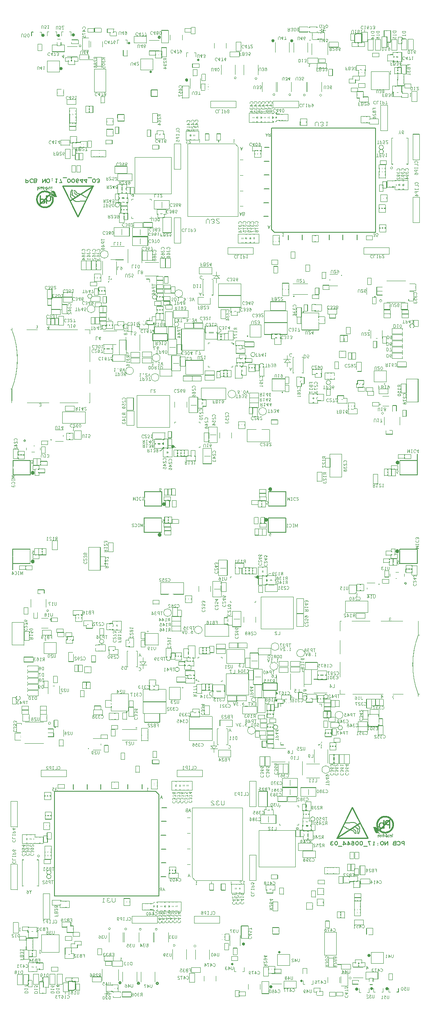
<source format=gbr>
*
%FSLAX45Y45*%
%MOMM*%
%ADD10C,0.105000*%
%ADD11C,0.104140*%
%ADD12C,0.508000*%
%ADD13C,0.254000*%
%ADD14C,0.120000*%
%ADD15C,0.210058*%
%ADD16C,0.635000*%
%ADD17C,0.797055*%
%ADD18C,0.796545*%
%ADD19C,0.101600*%
%ADD20C,0.152400*%
%ADD21C,0.203200*%
%ADD22C,0.110500*%
%ADD23C,0.100000*%
%ADD24C,0.090000*%
%IPPOS*%
%LNgbo_lev.gbr*%
%LPD*%
%SRX1Y1I0J0*%
G01*
G75*
G54D10*
X004586606Y008179385D02*
X004581526Y008175143D01*
X004575608Y008172603D01*
X004567988Y008171765D01*
X004560368Y008173467D01*
X004554450Y008176845D01*
X004550208Y008182763D01*
X004549370Y008189545D01*
X004551046Y008196327D01*
X004555288Y008200543D01*
X004561206Y008203947D01*
X004567150Y008204785D01*
X004573068Y008203947D01*
X004580688Y008200543D01*
X004578148Y008222565D01*
X004555288D01*
X004507028Y008170063D02*
X004508730Y008170927D01*
Y008172603D01*
X004507028Y008173467D01*
X004505326Y008172603D01*
Y008170927D01*
X004507028Y008170063D01*
G54D11*
X004446068Y008229415D02*
X004452850Y008227254D01*
X004457930Y008221901D01*
X004461308Y008215451D01*
X004463848Y008206840D01*
X004464686Y008197165D01*
X004463848Y008187490D01*
X004461308Y008178879D01*
X004457930Y008172429D01*
X004452850Y008167076D01*
X004446068Y008164915D01*
X004439286Y008167076D01*
X004434206Y008172429D01*
X004430828Y008178879D01*
X004428288Y008187490D01*
X004427450Y008197165D01*
X004428288Y008206840D01*
X004430828Y008215451D01*
X004434206Y008221901D01*
X004439286Y008227254D01*
X004446068Y008229415D01*
X004406266D02*
X004385108Y008164915D01*
X004363950Y008229415D01*
G54D10*
X006597448Y007814463D02*
Y007880503D01*
X006607608Y007867295D01*
Y007814463D02*
X006587288D01*
X006536488Y007820381D02*
X006538190Y007821245D01*
Y007822922D01*
X006536488Y007823785D01*
X006534786Y007822922D01*
Y007821245D01*
X006536488Y007820381D01*
G54D11*
X006491606Y007868994D02*
X006486526Y007875444D01*
X006480608Y007878669D01*
X006473826Y007879733D01*
X006465368Y007877572D01*
X006459450Y007872219D01*
X006457748Y007865769D01*
X006458586Y007859319D01*
X006461990Y007853933D01*
X006478906Y007843194D01*
X006486526Y007835647D01*
X006491606Y007824908D01*
X006493308Y007815233D01*
X006457748D01*
X006435726Y007879733D02*
X006414568Y007815233D01*
X006393410Y007879733D01*
G54D10*
X007123228Y007709485D02*
Y007775525D01*
X007133388Y007762317D01*
Y007709485D02*
X007113068D01*
X007062268Y007715403D02*
X007063970Y007716267D01*
Y007717943D01*
X007062268Y007718807D01*
X007060566Y007717943D01*
Y007716267D01*
X007062268Y007715403D01*
G54D11*
X007001308Y007710255D02*
X006995390Y007711319D01*
X006988608Y007714544D01*
X006984366Y007719930D01*
X006982690Y007727444D01*
X006984366Y007734990D01*
X006989446Y007741441D01*
X006997066Y007744665D01*
G54D10*
Y007744207D02*
X007005550D01*
G54D11*
Y007744665D02*
X007010630Y007746794D01*
X007014846Y007752180D01*
X007016548Y007759694D01*
X007014008Y007767241D01*
X007008090Y007772594D01*
X007001308Y007774755D01*
X006994526Y007772594D01*
X006988608Y007767241D01*
X006986068Y007759694D01*
X006987770Y007752180D01*
X006991986Y007746794D01*
X006997066Y007744665D01*
X007005550D01*
X007013170Y007741441D01*
X007018250Y007734990D01*
X007019926Y007727444D01*
X007018250Y007719930D01*
X007014008Y007714544D01*
X007007226Y007711319D01*
X007001308Y007710255D01*
X006961506Y007774755D02*
X006940348Y007710255D01*
X006919190Y007774755D01*
X006423026Y007662833D02*
Y007727333D01*
X006406110D01*
X006399328Y007724108D01*
X006394248Y007719819D01*
X006390006Y007713369D01*
X006386628Y007705822D01*
X006385790Y007695083D01*
X006386628Y007684344D01*
X006390006Y007676797D01*
X006394248Y007670348D01*
X006399328Y007666058D01*
X006406110Y007662833D01*
X006423026D01*
X006362066D02*
Y007727333D01*
X006345150D01*
X006338368Y007724108D01*
X006333288Y007719819D01*
X006329046Y007713369D01*
X006325668Y007705822D01*
X006324830Y007695083D01*
X006325668Y007684344D01*
X006329046Y007676797D01*
X006333288Y007670348D01*
X006338368Y007666058D01*
X006345150Y007662833D01*
X006362066D01*
X006299430D02*
Y007727333D01*
X006278246D01*
X006271490Y007724108D01*
X006267248Y007719819D01*
X006265546Y007711208D01*
X006267248Y007702597D01*
X006272328Y007697244D01*
X006278246Y007694019D01*
X006299430D01*
X006278246D02*
X006265546Y007662833D01*
X006231688Y007727333D02*
X006211368D01*
X006221528D02*
Y007662833D01*
X006231688D02*
X006211368D01*
X006160568D02*
X006167350Y007663897D01*
X006173268Y007668219D01*
X006178348Y007674669D01*
X006181726Y007682183D01*
X006183428Y007690794D01*
Y007699373D01*
X006181726Y007707983D01*
X006178348Y007715497D01*
X006173268Y007721947D01*
X006167350Y007726269D01*
X006160568Y007727333D01*
X006153786Y007726269D01*
X006147868Y007721947D01*
X006142788Y007715497D01*
X006139410Y007707983D01*
X006137708Y007699373D01*
Y007690794D01*
X006139410Y007682183D01*
X006142788Y007674669D01*
X006147868Y007668219D01*
X006153786Y007663897D01*
X006160568Y007662833D01*
G54D10*
X006335828Y007579945D02*
Y007645985D01*
X006345988Y007632777D01*
Y007579945D02*
X006325668D01*
X006274868Y007585863D02*
X006276570Y007586727D01*
Y007588403D01*
X006274868Y007589267D01*
X006273166Y007588403D01*
Y007586727D01*
X006274868Y007585863D01*
G54D11*
X006213908Y007580715D02*
Y007645215D01*
X006224068Y007632315D01*
Y007580715D02*
X006203748D01*
X006174106Y007645215D02*
X006152948Y007580715D01*
X006131790Y007645215D01*
X005859146Y006684933D02*
X005893030D01*
Y006749433D01*
X005859146D01*
X005872710Y006718248D02*
X005893030D01*
X005832908Y006684933D02*
X005797348Y006749433D01*
X005832908D02*
X005797348Y006684933D01*
X005754168Y006749433D02*
Y006684933D01*
X005773650Y006749433D02*
X005734686D01*
G54D10*
X005718608Y006674841D02*
X005667808D01*
X005650866Y006701943D02*
X005645786Y006696025D01*
X005639030Y006692622D01*
X005631410Y006691783D01*
X005624628Y006692622D01*
X005617846Y006696863D01*
X005613630Y006701943D01*
X005612766Y006707023D01*
X005614468Y006712941D01*
X005620386Y006717183D01*
X005626330Y006718885D01*
X005633950D01*
X005626330D02*
X005621250Y006721425D01*
X005617008Y006725641D01*
X005615306Y006730722D01*
X005617008Y006735801D01*
X005621250Y006740043D01*
X005628870Y006742583D01*
X005636490Y006741745D01*
X005644110Y006738342D01*
X005571288Y006690081D02*
X005572990Y006690945D01*
Y006692622D01*
X005571288Y006693485D01*
X005569586Y006692622D01*
Y006690945D01*
X005571288Y006690081D01*
G54D11*
X005528946Y006697833D02*
X005523866Y006690319D01*
X005517110Y006685997D01*
X005509490Y006684933D01*
X005502708Y006685997D01*
X005495926Y006691383D01*
X005491710Y006697833D01*
X005490846Y006704283D01*
X005492548Y006711798D01*
X005498466Y006717183D01*
X005504410Y006719344D01*
X005512030D01*
X005504410D02*
X005499330Y006722569D01*
X005495088Y006727923D01*
X005493386Y006734372D01*
X005495088Y006740822D01*
X005499330Y006746208D01*
X005506950Y006749433D01*
X005514570Y006748369D01*
X005522190Y006744048D01*
X005470526Y006749433D02*
X005449368Y006684933D01*
X005428210Y006749433D01*
X005949748Y006264284D02*
X005942966Y006258898D01*
X005935346Y006255673D01*
X005928590D01*
X005921808Y006258898D01*
X005916728Y006264284D01*
X005914188Y006271798D01*
X005915890Y006279312D01*
X005920106Y006285762D01*
X005927726Y006290084D01*
X005937886Y006292212D01*
X005943830Y006296534D01*
X005946370Y006304048D01*
X005944668Y006311562D01*
X005940426Y006316948D01*
X005934508Y006320173D01*
X005928590D01*
X005922646Y006318013D01*
X005917566Y006312659D01*
X005889626Y006255673D02*
Y006320173D01*
X005872710D01*
X005865928Y006316948D01*
X005860848Y006312659D01*
X005856606Y006306209D01*
X005853228Y006298663D01*
X005852390Y006287923D01*
X005853228Y006277184D01*
X005856606Y006269638D01*
X005860848Y006263188D01*
X005865928Y006258898D01*
X005872710Y006255673D01*
X005889626D01*
X005810048D02*
Y006320173D01*
X005820208Y006307273D01*
Y006255673D02*
X005799888D01*
G54D10*
X005774488Y006245581D02*
X005723688D01*
X005706746Y006272683D02*
X005701666Y006266765D01*
X005694910Y006263362D01*
X005687290Y006262523D01*
X005680508Y006263362D01*
X005673726Y006267603D01*
X005669510Y006272683D01*
X005668646Y006277763D01*
X005670348Y006283681D01*
X005676266Y006287923D01*
X005682210Y006289625D01*
X005689830D01*
X005682210D02*
X005677130Y006292165D01*
X005672888Y006296382D01*
X005671186Y006301462D01*
X005672888Y006306541D01*
X005677130Y006310783D01*
X005684750Y006313323D01*
X005692370Y006312485D01*
X005699990Y006309081D01*
X005627168Y006260822D02*
X005628870Y006261685D01*
Y006263362D01*
X005627168Y006264225D01*
X005625466Y006263362D01*
Y006261685D01*
X005627168Y006260822D01*
G54D11*
X005584826Y006268573D02*
X005579746Y006261059D01*
X005572990Y006256738D01*
X005565370Y006255673D01*
X005558588Y006256738D01*
X005551806Y006262123D01*
X005547590Y006268573D01*
X005546726Y006275023D01*
X005548428Y006282538D01*
X005554346Y006287923D01*
X005560290Y006290084D01*
X005567910D01*
X005560290D02*
X005555210Y006293309D01*
X005550968Y006298663D01*
X005549266Y006305112D01*
X005550968Y006311562D01*
X005555210Y006316948D01*
X005562830Y006320173D01*
X005570450Y006319109D01*
X005578070Y006314788D01*
X005526406Y006320173D02*
X005505248Y006255673D01*
X005484090Y006320173D01*
G54D10*
X001011988Y002037665D02*
Y002103705D01*
X001022148Y002090497D01*
Y002037665D02*
X001001828D01*
X003099868Y001430605D02*
Y001481405D01*
X003110028Y001471245D01*
Y001430605D02*
X003089708D01*
X001471728Y001008965D02*
Y001075005D01*
X001481888Y001061797D01*
Y001008965D02*
X001461568D01*
X006205272Y010193148D02*
X006200192Y010188906D01*
X006194274Y010186366D01*
X006186654Y010185528D01*
X006179034Y010187230D01*
X006173115Y010190608D01*
X006168874Y010196526D01*
X006168036Y010203308D01*
X006169712Y010210089D01*
X006173954Y010214306D01*
X006179872Y010217709D01*
X006185816Y010218548D01*
X006191734Y010217709D01*
X006199354Y010214306D01*
X006196814Y010236328D01*
X006173954D01*
G54D11*
X006746393Y010366638D02*
Y010431138D01*
X006724372Y010377377D01*
X006702350Y010431138D01*
Y010366638D01*
X006673572Y010431138D02*
X006653252D01*
X006663412D02*
Y010366638D01*
X006673572D02*
X006653252D01*
X006583834Y010425752D02*
X006588914Y010428977D01*
X006594832Y010431138D01*
X006601613D01*
X006609233Y010427913D01*
X006615152Y010422527D01*
X006619394Y010416077D01*
X006622772Y010405338D01*
X006623610Y010395663D01*
X006621933Y010385988D01*
X006619394Y010379538D01*
X006614314Y010373088D01*
X006608370Y010368798D01*
X006602452Y010366638D01*
X006596534D01*
X006590590Y010368798D01*
X006585510Y010372023D01*
X006581294Y010376313D01*
X006541492Y010366638D02*
Y010431138D01*
X006551652Y010418238D01*
Y010366638D02*
X006531332D01*
G54D10*
X001304139Y009820403D02*
X001299059Y009814889D01*
X001293140Y009811587D01*
X001285520Y009810497D01*
X001277900Y009812709D01*
X001271983Y009817101D01*
X001267741Y009824794D01*
X001266903Y009833611D01*
X001268579Y009842427D01*
X001272821Y009847909D01*
X001278739Y009852333D01*
X001284682Y009853423D01*
X001290600Y009852333D01*
X001298220Y009847909D01*
X001295681Y009876537D01*
X001272821D01*
G54D11*
X001069570Y009384115D02*
Y009448615D01*
X001047548Y009394854D01*
X001025526Y009448615D01*
Y009384115D01*
X000996748Y009448615D02*
X000976428D01*
X000986588D02*
Y009384115D01*
X000996748D02*
X000976428D01*
X000907010Y009443229D02*
X000912090Y009446454D01*
X000918008Y009448615D01*
X000924790D01*
X000932410Y009445390D01*
X000938328Y009440004D01*
X000942570Y009433554D01*
X000945948Y009422815D01*
X000946786Y009413140D01*
X000945110Y009403465D01*
X000942570Y009397015D01*
X000937490Y009390565D01*
X000931546Y009386276D01*
X000925628Y009384115D01*
X000919710D01*
X000913766Y009386276D01*
X000908686Y009389501D01*
X000904470Y009393790D01*
X000854508Y009384115D02*
Y009448615D01*
X000885826Y009402400D01*
X000843510D01*
G54D10*
X003995624Y010462134D02*
X003990545Y010456620D01*
X003984626Y010453317D01*
X003977006Y010452228D01*
X003969386Y010454440D01*
X003963468Y010458832D01*
X003959226Y010466525D01*
X003958388Y010475342D01*
X003960065Y010484158D01*
X003964306Y010489640D01*
X003970225Y010494064D01*
X003976168Y010495154D01*
X003982086Y010494064D01*
X003989706Y010489640D01*
X003987166Y010518268D01*
X003964306D01*
G54D11*
X003554020Y010371718D02*
Y010436218D01*
X003531998Y010382457D01*
X003509977Y010436218D01*
Y010371718D01*
X003481198Y010436218D02*
X003460878D01*
X003471038D02*
Y010371718D01*
X003481198D02*
X003460878D01*
X003391460Y010430832D02*
X003396540Y010434057D01*
X003402458Y010436218D01*
X003409240D01*
X003416860Y010432993D01*
X003422778Y010427607D01*
X003427020Y010421157D01*
X003430398Y010410418D01*
X003431237Y010400743D01*
X003429560Y010391068D01*
X003427020Y010384618D01*
X003421940Y010378168D01*
X003415997Y010373878D01*
X003410078Y010371718D01*
X003404160D01*
X003398216Y010373878D01*
X003393136Y010377103D01*
X003388920Y010381393D01*
X003365196Y010425478D02*
X003360116Y010431928D01*
X003354198Y010435153D01*
X003347417Y010436218D01*
X003338958Y010434057D01*
X003333040Y010428703D01*
X003331338Y010422253D01*
X003332177Y010415803D01*
X003335580Y010410418D01*
X003352497Y010399678D01*
X003360116Y010392132D01*
X003365196Y010381393D01*
X003366898Y010371718D01*
X003331338D01*
G54D10*
X008851292Y009616339D02*
X008846212Y009610825D01*
X008840293Y009607523D01*
X008832674Y009606433D01*
X008825054Y009608645D01*
X008819135Y009613037D01*
X008814894Y009620731D01*
X008814055Y009629547D01*
X008815732Y009638364D01*
X008819973Y009643845D01*
X008825892Y009648270D01*
X008831835Y009649359D01*
X008837754Y009648270D01*
X008845374Y009643845D01*
X008842834Y009672473D01*
X008819973D01*
G54D11*
X009194606Y009929013D02*
X009259106D01*
X009205345Y009951035D01*
X009259106Y009973057D01*
X009194606D01*
X009259106Y010001835D02*
Y010022155D01*
Y010011995D02*
X009194606D01*
Y010001835D02*
Y010022155D01*
X009253720Y010091573D02*
X009256945Y010086493D01*
X009259106Y010080575D01*
Y010073793D01*
X009255881Y010066173D01*
X009250495Y010060255D01*
X009244045Y010056013D01*
X009233306Y010052635D01*
X009223631Y010051797D01*
X009213956Y010053473D01*
X009207506Y010056013D01*
X009201056Y010061093D01*
X009196767Y010067037D01*
X009194606Y010072955D01*
Y010078873D01*
X009196767Y010084817D01*
X009199992Y010089897D01*
X009204281Y010094113D01*
X009207506Y010115297D02*
X009199992Y010120377D01*
X009195670Y010127133D01*
X009194606Y010134753D01*
X009195670Y010141535D01*
X009201056Y010148317D01*
X009207506Y010152533D01*
X009213956Y010153397D01*
X009221470Y010151695D01*
X009226856Y010145777D01*
X009229016Y010139833D01*
Y010132213D01*
Y010139833D02*
X009232242Y010144913D01*
X009237595Y010149155D01*
X009244045Y010150857D01*
X009250495Y010149155D01*
X009255881Y010144913D01*
X009259106Y010137293D01*
X009258042Y010129673D01*
X009253720Y010122053D01*
X007344208Y004376235D02*
Y004311735D01*
X007363690Y004376235D02*
X007324726D01*
X007300190Y004311735D02*
Y004376235D01*
X007279870D01*
X007273088Y004373010D01*
X007268008Y004365496D01*
X007266306Y004356885D01*
X007268008Y004348274D01*
X007272250Y004341824D01*
X007279870Y004338599D01*
X007300190D01*
X007240906Y004321410D02*
X007235826Y004316024D01*
X007229908Y004312799D01*
X007222288Y004311735D01*
X007214668Y004313896D01*
X007208750Y004318185D01*
X007204508Y004325699D01*
X007203670Y004334310D01*
X007205346Y004342921D01*
X007209588Y004348274D01*
X007215506Y004352596D01*
X007221450Y004353660D01*
X007227368Y004352596D01*
X007234988Y004348274D01*
X007232448Y004376235D01*
X007209588D01*
X007161328D02*
X007168110Y004374074D01*
X007173190Y004368721D01*
X007176568Y004362271D01*
X007179108Y004353660D01*
X007179946Y004343985D01*
X007179108Y004334310D01*
X007176568Y004325699D01*
X007173190Y004319249D01*
X007168110Y004313896D01*
X007161328Y004311735D01*
X007154546Y004313896D01*
X007149466Y004319249D01*
X007146088Y004325699D01*
X007143548Y004334310D01*
X007142710Y004343985D01*
X007143548Y004353660D01*
X007146088Y004362271D01*
X007149466Y004368721D01*
X007154546Y004374074D01*
X007161328Y004376235D01*
X001695248Y003347535D02*
Y003283035D01*
X001714730Y003347535D02*
X001675766D01*
X001651230Y003283035D02*
Y003347535D01*
X001630910D01*
X001624128Y003344310D01*
X001619048Y003336795D01*
X001617346Y003328185D01*
X001619048Y003319574D01*
X001623290Y003313124D01*
X001630910Y003309899D01*
X001651230D01*
X001591946Y003292710D02*
X001586866Y003287324D01*
X001580948Y003284099D01*
X001573328Y003283035D01*
X001565708Y003285195D01*
X001559790Y003289485D01*
X001555548Y003296999D01*
X001554710Y003305610D01*
X001556386Y003314220D01*
X001560628Y003319574D01*
X001566546Y003323895D01*
X001572490Y003324960D01*
X001578408Y003323895D01*
X001586028Y003319574D01*
X001583488Y003347535D01*
X001560628D01*
X001512368Y003283035D02*
Y003347535D01*
X001522528Y003334635D01*
Y003283035D02*
X001502208D01*
X001152958Y006778313D02*
Y006713813D01*
X001172440Y006778313D02*
X001133476D01*
X001108940Y006713813D02*
Y006778313D01*
X001088620D01*
X001081838Y006775088D01*
X001076758Y006767573D01*
X001075056Y006758963D01*
X001076758Y006750352D01*
X001081000Y006743902D01*
X001088620Y006740677D01*
X001108940D01*
X001020878Y006713813D02*
Y006778313D01*
X001052196Y006732098D01*
X001009880D01*
X000988696Y006726713D02*
X000983616Y006719198D01*
X000976860Y006714877D01*
X000969240Y006713813D01*
X000962458Y006714877D01*
X000955676Y006720263D01*
X000951460Y006726713D01*
X000950596Y006733163D01*
X000952298Y006740677D01*
X000958216Y006746063D01*
X000964160Y006748224D01*
X000971780D01*
X000964160D02*
X000959080Y006751448D01*
X000954838Y006756802D01*
X000953136Y006763252D01*
X000954838Y006769702D01*
X000959080Y006775088D01*
X000966700Y006778313D01*
X000974320Y006777249D01*
X000981940Y006772927D01*
X002796338Y008130355D02*
Y008065855D01*
X002815820Y008130355D02*
X002776856D01*
X002752320Y008065855D02*
Y008130355D01*
X002732000D01*
X002725218Y008127130D01*
X002720138Y008119615D01*
X002718436Y008111005D01*
X002720138Y008102394D01*
X002724380Y008095944D01*
X002732000Y008092719D01*
X002752320D01*
X002693036Y008078755D02*
X002687956Y008071241D01*
X002681200Y008066919D01*
X002673580Y008065855D01*
X002666798Y008066919D01*
X002660016Y008072305D01*
X002655800Y008078755D01*
X002654936Y008085205D01*
X002656638Y008092719D01*
X002662556Y008098105D01*
X002668500Y008100265D01*
X002676120D01*
X002668500D02*
X002663420Y008103490D01*
X002659178Y008108844D01*
X002657476Y008115294D01*
X002659178Y008121744D01*
X002663420Y008127130D01*
X002671040Y008130355D01*
X002678660Y008129290D01*
X002686280Y008124969D01*
X002629536Y008092719D02*
X002623618Y008100265D01*
X002618538Y008104555D01*
X002611756Y008106716D01*
X002605838Y008104555D01*
X002601596Y008100265D01*
X002598218Y008093815D01*
X002597380Y008086269D01*
X002598218Y008079819D01*
X002601596Y008073369D01*
X002606676Y008068016D01*
X002612620Y008065855D01*
X002619376Y008068016D01*
X002625320Y008074465D01*
X002628698Y008084140D01*
X002629536Y008094880D01*
X002627860Y008108844D01*
X002625320Y008116390D01*
X002621078Y008123905D01*
X002615160Y008129290D01*
X002609216Y008130355D01*
X002603298Y008128194D01*
X002599056Y008122840D01*
X001682548Y003075755D02*
Y003011255D01*
X001702030Y003075755D02*
X001663066D01*
X001638530Y003011255D02*
Y003075755D01*
X001618210D01*
X001611428Y003072530D01*
X001606348Y003065016D01*
X001604646Y003056405D01*
X001606348Y003047794D01*
X001610590Y003041344D01*
X001618210Y003038119D01*
X001638530D01*
X001579246Y003020930D02*
X001574166Y003015544D01*
X001568248Y003012319D01*
X001560628Y003011255D01*
X001553008Y003013415D01*
X001547090Y003017705D01*
X001542848Y003025219D01*
X001542010Y003033830D01*
X001543686Y003042440D01*
X001547928Y003047794D01*
X001553846Y003052115D01*
X001559790Y003053180D01*
X001565708Y003052115D01*
X001573328Y003047794D01*
X001570788Y003075755D01*
X001547928D01*
X001515746Y003065016D02*
X001510666Y003071466D01*
X001504748Y003074691D01*
X001497966Y003075755D01*
X001489508Y003073594D01*
X001483590Y003068241D01*
X001481888Y003061790D01*
X001482726Y003055341D01*
X001486130Y003049955D01*
X001503046Y003039216D01*
X001510666Y003031669D01*
X001515746Y003020930D01*
X001517448Y003011255D01*
X001481888D01*
X003996488Y007678235D02*
Y007613735D01*
X004015970Y007678235D02*
X003977006D01*
X003952470Y007613735D02*
Y007678235D01*
X003932150D01*
X003925368Y007675010D01*
X003920288Y007667496D01*
X003918586Y007658885D01*
X003920288Y007650274D01*
X003924530Y007643824D01*
X003932150Y007640599D01*
X003952470D01*
X003893186Y007626635D02*
X003888106Y007619121D01*
X003881350Y007614799D01*
X003873730Y007613735D01*
X003866948Y007614799D01*
X003860166Y007620185D01*
X003855950Y007626635D01*
X003855086Y007633085D01*
X003856788Y007640599D01*
X003862706Y007645985D01*
X003868650Y007648146D01*
X003876270D01*
X003868650D02*
X003863570Y007651370D01*
X003859328Y007656724D01*
X003857626Y007663174D01*
X003859328Y007669624D01*
X003863570Y007675010D01*
X003871190Y007678235D01*
X003878810Y007677171D01*
X003886430Y007672849D01*
X003828010Y007621249D02*
X003822066Y007615895D01*
X003815310Y007613735D01*
X003808528Y007615895D01*
X003802610Y007622346D01*
X003798368Y007632020D01*
X003796666Y007641696D01*
Y007653499D01*
X003798368Y007663174D01*
X003802610Y007671785D01*
X003807690Y007676074D01*
X003813608Y007678235D01*
X003820390Y007676074D01*
X003825470Y007671785D01*
X003828848Y007665335D01*
X003830550Y007656724D01*
X003828848Y007649210D01*
X003824606Y007641696D01*
X003819526Y007637374D01*
X003813608Y007636310D01*
X003806826Y007638471D01*
X003801746Y007643824D01*
X003796666Y007653499D01*
X004192068Y007462335D02*
Y007397835D01*
X004211550Y007462335D02*
X004172586D01*
X004148050Y007397835D02*
Y007462335D01*
X004127730D01*
X004120948Y007459110D01*
X004115868Y007451596D01*
X004114166Y007442985D01*
X004115868Y007434374D01*
X004120110Y007427924D01*
X004127730Y007424699D01*
X004148050D01*
X004059988Y007397835D02*
Y007462335D01*
X004091306Y007416121D01*
X004048990D01*
X004009188Y007397835D02*
Y007462335D01*
X004019348Y007449435D01*
Y007397835D02*
X003999028D01*
X005832138Y006873825D02*
X005767638D01*
X005832138Y006854343D02*
Y006893307D01*
X005767638Y006917843D02*
X005832138D01*
Y006938163D01*
X005828913Y006944945D01*
X005821399Y006950025D01*
X005812788Y006951727D01*
X005804177Y006950025D01*
X005797727Y006945783D01*
X005794502Y006938163D01*
Y006917843D01*
X005767638Y007005905D02*
X005832138D01*
X005785923Y006974587D01*
Y007016903D01*
X005767638Y007066865D02*
X005832138D01*
X005785923Y007035547D01*
Y007077863D01*
X007770928Y006151695D02*
Y006087195D01*
X007790410Y006151695D02*
X007751446D01*
X007726910Y006087195D02*
Y006151695D01*
X007706590D01*
X007699808Y006148470D01*
X007694728Y006140956D01*
X007693026Y006132345D01*
X007694728Y006123734D01*
X007698970Y006117284D01*
X007706590Y006114059D01*
X007726910D01*
X007638848Y006087195D02*
Y006151695D01*
X007670166Y006105480D01*
X007627850D01*
X007589750Y006087195D02*
X007588048Y006101159D01*
X007585508Y006112995D01*
X007582130Y006123734D01*
X007577888Y006135570D01*
X007571106Y006151695D01*
X007604990D01*
X006355378Y005987365D02*
X006290878D01*
X006355378Y005967883D02*
Y006006847D01*
X006290878Y006031383D02*
X006355378D01*
Y006051703D01*
X006352153Y006058485D01*
X006344639Y006063565D01*
X006336028Y006065267D01*
X006327417Y006063565D01*
X006320967Y006059323D01*
X006317742Y006051703D01*
Y006031383D01*
X006290878Y006119445D02*
X006355378D01*
X006309163Y006088127D01*
Y006130443D01*
X006317742Y006154167D02*
X006325289Y006160085D01*
X006329578Y006165165D01*
X006331739Y006171947D01*
X006329578Y006177865D01*
X006325289Y006182107D01*
X006318839Y006185485D01*
X006311292Y006186323D01*
X006304842Y006185485D01*
X006298392Y006182107D01*
X006293039Y006177027D01*
X006290878Y006171083D01*
X006293039Y006164327D01*
X006299489Y006158383D01*
X006309163Y006155005D01*
X006319903Y006154167D01*
X006333867Y006155843D01*
X006341413Y006158383D01*
X006348928Y006162625D01*
X006354313Y006168543D01*
X006355378Y006174487D01*
X006353217Y006180405D01*
X006347864Y006184647D01*
X007598208Y006908615D02*
Y006844115D01*
X007617690Y006908615D02*
X007578726D01*
X007554190Y006844115D02*
Y006908615D01*
X007533870D01*
X007527088Y006905390D01*
X007522008Y006897875D01*
X007520306Y006889265D01*
X007522008Y006880654D01*
X007526250Y006874204D01*
X007533870Y006870979D01*
X007554190D01*
X007466128Y006844115D02*
Y006908615D01*
X007497446Y006862401D01*
X007455130D01*
X007431406Y006897875D02*
X007426326Y006904326D01*
X007420408Y006907550D01*
X007413626Y006908615D01*
X007405168Y006906454D01*
X007399250Y006901101D01*
X007397548Y006894650D01*
X007398386Y006888200D01*
X007401790Y006882815D01*
X007418706Y006872076D01*
X007426326Y006864529D01*
X007431406Y006853790D01*
X007433108Y006844115D01*
X007397548D01*
X007401858Y005057725D02*
X007337358D01*
X007401858Y005038243D02*
Y005077207D01*
X007337358Y005101743D02*
X007401858D01*
Y005122063D01*
X007398633Y005128845D01*
X007391119Y005133925D01*
X007382508Y005135627D01*
X007373897Y005133925D01*
X007367447Y005129683D01*
X007364222Y005122063D01*
Y005101743D01*
X007337358Y005189805D02*
X007401858D01*
X007355644Y005158487D01*
Y005200803D01*
X007344872Y005226203D02*
X007339519Y005232147D01*
X007337358Y005238903D01*
X007339519Y005245685D01*
X007345968Y005251603D01*
X007355644Y005255845D01*
X007365318Y005257547D01*
X007377122D01*
X007386797Y005255845D01*
X007395408Y005251603D01*
X007399697Y005246523D01*
X007401858Y005240605D01*
X007399697Y005233823D01*
X007395408Y005228743D01*
X007388958Y005225365D01*
X007380347Y005223663D01*
X007372833Y005225365D01*
X007365318Y005229607D01*
X007360997Y005234687D01*
X007359933Y005240605D01*
X007362093Y005247387D01*
X007367447Y005252467D01*
X007377122Y005257547D01*
X007097828Y007858575D02*
Y007794075D01*
X007117310Y007858575D02*
X007078346D01*
X007053810Y007794075D02*
Y007858575D01*
X007033490D01*
X007026708Y007855350D01*
X007021628Y007847835D01*
X007019926Y007839225D01*
X007021628Y007830614D01*
X007025870Y007824164D01*
X007033490Y007820939D01*
X007053810D01*
X006994526Y007806975D02*
X006989446Y007799460D01*
X006982690Y007795139D01*
X006975070Y007794075D01*
X006968288Y007795139D01*
X006961506Y007800525D01*
X006957290Y007806975D01*
X006956426Y007813425D01*
X006958128Y007820939D01*
X006964046Y007826325D01*
X006969990Y007828486D01*
X006977610D01*
X006969990D02*
X006964910Y007831711D01*
X006960668Y007837064D01*
X006958966Y007843514D01*
X006960668Y007849964D01*
X006964910Y007855350D01*
X006972530Y007858575D01*
X006980150Y007857510D01*
X006987770Y007853189D01*
X006914948Y007794075D02*
X006909030Y007795139D01*
X006902248Y007798364D01*
X006898006Y007803750D01*
X006896330Y007811264D01*
X006898006Y007818810D01*
X006903086Y007825260D01*
X006910706Y007828486D01*
G54D10*
Y007828027D02*
X006919190D01*
G54D11*
Y007828486D02*
X006924270Y007830614D01*
X006928486Y007836000D01*
X006930188Y007843514D01*
X006927648Y007851061D01*
X006921730Y007856414D01*
X006914948Y007858575D01*
X006908166Y007856414D01*
X006902248Y007851061D01*
X006899708Y007843514D01*
X006901410Y007836000D01*
X006905626Y007830614D01*
X006910706Y007828486D01*
X006919190D01*
X006926810Y007825260D01*
X006931890Y007818810D01*
X006933566Y007811264D01*
X006931890Y007803750D01*
X006927648Y007798364D01*
X006920866Y007795139D01*
X006914948Y007794075D01*
X006592368Y007960175D02*
Y007895675D01*
X006611850Y007960175D02*
X006572886D01*
X006548350Y007895675D02*
Y007960175D01*
X006528030D01*
X006521248Y007956950D01*
X006516168Y007949435D01*
X006514466Y007940825D01*
X006516168Y007932214D01*
X006520410Y007925764D01*
X006528030Y007922539D01*
X006548350D01*
X006489066Y007908575D02*
X006483986Y007901061D01*
X006477230Y007896739D01*
X006469610Y007895675D01*
X006462828Y007896739D01*
X006456046Y007902125D01*
X006451830Y007908575D01*
X006450966Y007915025D01*
X006452668Y007922539D01*
X006458586Y007927925D01*
X006464530Y007930085D01*
X006472150D01*
X006464530D02*
X006459450Y007933311D01*
X006455208Y007938664D01*
X006453506Y007945114D01*
X006455208Y007951564D01*
X006459450Y007956950D01*
X006467070Y007960175D01*
X006474690Y007959111D01*
X006482310Y007954789D01*
X006411190Y007895675D02*
X006409488Y007909639D01*
X006406948Y007921475D01*
X006403570Y007932214D01*
X006399328Y007944050D01*
X006392546Y007960175D01*
X006426430D01*
X005876088Y006392995D02*
Y006328495D01*
X005895570Y006392995D02*
X005856606D01*
X005832070Y006328495D02*
Y006392995D01*
X005811750D01*
X005804968Y006389770D01*
X005799888Y006382255D01*
X005798186Y006373645D01*
X005799888Y006365034D01*
X005804130Y006358584D01*
X005811750Y006355359D01*
X005832070D01*
X005744008Y006328495D02*
Y006392995D01*
X005775326Y006346781D01*
X005733010D01*
X005693208Y006328495D02*
X005687290Y006329559D01*
X005680508Y006332784D01*
X005676266Y006338170D01*
X005674590Y006345684D01*
X005676266Y006353230D01*
X005681346Y006359681D01*
X005688966Y006362905D01*
G54D10*
Y006362447D02*
X005697450D01*
G54D11*
Y006362905D02*
X005702530Y006365034D01*
X005706746Y006370420D01*
X005708448Y006377934D01*
X005705908Y006385481D01*
X005699990Y006390834D01*
X005693208Y006392995D01*
X005686426Y006390834D01*
X005680508Y006385481D01*
X005677968Y006377934D01*
X005679670Y006370420D01*
X005683886Y006365034D01*
X005688966Y006362905D01*
X005697450D01*
X005705070Y006359681D01*
X005710150Y006353230D01*
X005711826Y006345684D01*
X005710150Y006338170D01*
X005705908Y006332784D01*
X005699126Y006329559D01*
X005693208Y006328495D01*
X006249468Y007402137D02*
Y007337637D01*
X006268950Y007402137D02*
X006229986D01*
X006205450Y007337637D02*
Y007402137D01*
X006185130D01*
X006178348Y007398912D01*
X006173268Y007391397D01*
X006171566Y007382787D01*
X006173268Y007374176D01*
X006177510Y007367726D01*
X006185130Y007364501D01*
X006205450D01*
X006117388Y007337637D02*
Y007402137D01*
X006148706Y007355923D01*
X006106390D01*
X006066588Y007402137D02*
X006073370Y007399976D01*
X006078450Y007394623D01*
X006081828Y007388173D01*
X006084368Y007379562D01*
X006085206Y007369887D01*
X006084368Y007360212D01*
X006081828Y007351601D01*
X006078450Y007345151D01*
X006073370Y007339798D01*
X006066588Y007337637D01*
X006059806Y007339798D01*
X006054726Y007345151D01*
X006051348Y007351601D01*
X006048808Y007360212D01*
X006047970Y007369887D01*
X006048808Y007379562D01*
X006051348Y007388173D01*
X006054726Y007394623D01*
X006059806Y007399976D01*
X006066588Y007402137D01*
X003938500Y008620982D02*
Y008556482D01*
X003957981Y008620982D02*
X003919018D01*
X003894482Y008556482D02*
Y008620982D01*
X003874161D01*
X003867380Y008617757D01*
X003862300Y008610242D01*
X003860598Y008601632D01*
X003862300Y008593020D01*
X003866542Y008586570D01*
X003874161Y008583345D01*
X003894482D01*
X003835198Y008569382D02*
X003830118Y008561867D01*
X003823361Y008557545D01*
X003815742Y008556482D01*
X003808960Y008557545D01*
X003802178Y008562932D01*
X003797961Y008569382D01*
X003797098Y008575832D01*
X003798800Y008583345D01*
X003804718Y008588731D01*
X003810662Y008590892D01*
X003818282D01*
X003810662D02*
X003805582Y008594117D01*
X003801340Y008599470D01*
X003799638Y008605920D01*
X003801340Y008612370D01*
X003805582Y008617757D01*
X003813201Y008620982D01*
X003820822Y008619917D01*
X003828441Y008615595D01*
X003745460Y008556482D02*
Y008620982D01*
X003776778Y008574767D01*
X003734461D01*
X004598468Y008313235D02*
Y008248735D01*
X004617950Y008313235D02*
X004578986D01*
X004554450Y008248735D02*
Y008313235D01*
X004534130D01*
X004527348Y008310010D01*
X004522268Y008302495D01*
X004520566Y008293885D01*
X004522268Y008285274D01*
X004526510Y008278824D01*
X004534130Y008275599D01*
X004554450D01*
X004495166Y008261635D02*
X004490086Y008254120D01*
X004483330Y008249799D01*
X004475710Y008248735D01*
X004468928Y008249799D01*
X004462146Y008255185D01*
X004457930Y008261635D01*
X004457066Y008268085D01*
X004458768Y008275599D01*
X004464686Y008280985D01*
X004470630Y008283145D01*
X004478250D01*
X004470630D02*
X004465550Y008286371D01*
X004461308Y008291724D01*
X004459606Y008298174D01*
X004461308Y008304624D01*
X004465550Y008310010D01*
X004473170Y008313235D01*
X004480790Y008312170D01*
X004488410Y008307849D01*
X004434206Y008258410D02*
X004429126Y008253024D01*
X004423208Y008249799D01*
X004415588Y008248735D01*
X004407968Y008250896D01*
X004402050Y008255185D01*
X004397808Y008262699D01*
X004396970Y008271310D01*
X004398646Y008279920D01*
X004402888Y008285274D01*
X004408806Y008289596D01*
X004414750Y008290660D01*
X004420668Y008289596D01*
X004428288Y008285274D01*
X004425748Y008313235D01*
X004402888D01*
X007923328Y006523424D02*
Y006458924D01*
X007942810Y006523424D02*
X007903846D01*
X007879310Y006458924D02*
Y006523424D01*
X007858990D01*
X007852208Y006520199D01*
X007847128Y006512685D01*
X007845426Y006504074D01*
X007847128Y006495463D01*
X007851370Y006489013D01*
X007858990Y006485788D01*
X007879310D01*
X007791248Y006458924D02*
Y006523424D01*
X007822566Y006477209D01*
X007780250D01*
X007759066Y006468599D02*
X007753986Y006463213D01*
X007748068Y006459988D01*
X007740448Y006458924D01*
X007732828Y006461085D01*
X007726910Y006465374D01*
X007722668Y006472888D01*
X007721830Y006481499D01*
X007723506Y006490110D01*
X007727748Y006495463D01*
X007733666Y006499785D01*
X007739610Y006500849D01*
X007745528Y006499785D01*
X007753148Y006495463D01*
X007750608Y006523424D01*
X007727748D01*
X008100290Y006818915D02*
X008096048Y006812465D01*
X008090968Y006808176D01*
X008085050Y006806015D01*
X008078268Y006808176D01*
X008073188Y006812465D01*
X008068108Y006818915D01*
X008066406Y006827526D01*
Y006870515D01*
X008022388Y006806015D02*
Y006870515D01*
X008032548Y006857615D01*
Y006806015D02*
X008012228D01*
X007977506Y006832879D02*
X007971588Y006840425D01*
X007966508Y006844715D01*
X007959726Y006846876D01*
X007953808Y006844715D01*
X007949566Y006840425D01*
X007946188Y006833976D01*
X007945350Y006826429D01*
X007946188Y006819979D01*
X007949566Y006813529D01*
X007954646Y006808176D01*
X007960590Y006806015D01*
X007967346Y006808176D01*
X007973290Y006814626D01*
X007976668Y006824301D01*
X007977506Y006835040D01*
X007975830Y006849004D01*
X007973290Y006856550D01*
X007969048Y006864065D01*
X007963130Y006869450D01*
X007957186Y006870515D01*
X007951268Y006868354D01*
X007947026Y006863001D01*
G54D10*
X008487208Y006838392D02*
Y006904432D01*
X008518526Y006857114D01*
X008476210D01*
X008732750Y006815278D02*
X008731048Y006829576D01*
X008728508Y006841694D01*
X008725130Y006852690D01*
X008686166Y008441513D02*
X008681086Y008433819D01*
X008674330Y008429395D01*
X008666710Y008428305D01*
X008659928Y008429395D01*
X008653146Y008434909D01*
X008648930Y008441513D01*
X008648066Y008448117D01*
X008649768Y008455811D01*
X008655686Y008461325D01*
X008661630Y008463537D01*
X008669250D01*
X008661630D02*
X008656550Y008466839D01*
X008652308Y008472321D01*
X008650606Y008478925D01*
X008652308Y008485529D01*
X008656550Y008491043D01*
X008664170Y008494345D01*
X008671790Y008493255D01*
X008679410Y008488831D01*
G54D11*
X003179446Y007005135D02*
Y006958920D01*
X003176068Y006949245D01*
X003169286Y006942796D01*
X003160828Y006940635D01*
X003152370Y006942796D01*
X003145588Y006949245D01*
X003142210Y006958920D01*
Y007005135D01*
X003115946Y006994395D02*
X003110866Y007000846D01*
X003104948Y007004071D01*
X003098166Y007005135D01*
X003089708Y007002974D01*
X003083790Y006997621D01*
X003082088Y006991171D01*
X003082926Y006984721D01*
X003086330Y006979335D01*
X003103246Y006968595D01*
X003110866Y006961049D01*
X003115946Y006950310D01*
X003117648Y006940635D01*
X003082088D01*
X003028748D02*
Y007005135D01*
X003060066Y006958920D01*
X003017750D01*
X002800986Y001942915D02*
Y001896701D01*
X002797608Y001887026D01*
X002790826Y001880575D01*
X002782368Y001878415D01*
X002773910Y001880575D01*
X002767128Y001887026D01*
X002763750Y001896701D01*
Y001942915D01*
X002740026Y001891315D02*
X002734946Y001883801D01*
X002728190Y001879479D01*
X002720570Y001878415D01*
X002713788Y001879479D01*
X002707006Y001884865D01*
X002702790Y001891315D01*
X002701926Y001897765D01*
X002703628Y001905279D01*
X002709546Y001910665D01*
X002715490Y001912826D01*
X002723110D01*
X002715490D02*
X002710410Y001916051D01*
X002706168Y001921404D01*
X002704466Y001927854D01*
X002706168Y001934304D01*
X002710410Y001939690D01*
X002718030Y001942915D01*
X002725650Y001941851D01*
X002733270Y001937529D01*
X002676526Y001905279D02*
X002670608Y001912826D01*
X002665528Y001917115D01*
X002658746Y001919276D01*
X002652828Y001917115D01*
X002648586Y001912826D01*
X002645208Y001906376D01*
X002644370Y001898829D01*
X002645208Y001892379D01*
X002648586Y001885929D01*
X002653666Y001880575D01*
X002659610Y001878415D01*
X002666366Y001880575D01*
X002672310Y001887026D01*
X002675688Y001896701D01*
X002676526Y001907440D01*
X002674850Y001921404D01*
X002672310Y001928950D01*
X002668068Y001936465D01*
X002662150Y001941851D01*
X002656206Y001942915D01*
X002650288Y001940754D01*
X002646046Y001935400D01*
X003380106Y001765115D02*
Y001718900D01*
X003376728Y001709226D01*
X003369946Y001702776D01*
X003361488Y001700615D01*
X003353030Y001702776D01*
X003346248Y001709226D01*
X003342870Y001718900D01*
Y001765115D01*
X003319146Y001713515D02*
X003314066Y001706001D01*
X003307310Y001701679D01*
X003299690Y001700615D01*
X003292908Y001701679D01*
X003286126Y001707065D01*
X003281910Y001713515D01*
X003281046Y001719965D01*
X003282748Y001727479D01*
X003288666Y001732865D01*
X003294610Y001735025D01*
X003302230D01*
X003294610D02*
X003289530Y001738250D01*
X003285288Y001743604D01*
X003283586Y001750054D01*
X003285288Y001756504D01*
X003289530Y001761890D01*
X003297150Y001765115D01*
X003304770Y001764051D01*
X003312390Y001759729D01*
X003258186Y001710290D02*
X003253106Y001704904D01*
X003247188Y001701679D01*
X003239568Y001700615D01*
X003231948Y001702776D01*
X003226030Y001707065D01*
X003221788Y001714579D01*
X003220950Y001723190D01*
X003222626Y001731801D01*
X003226868Y001737154D01*
X003232786Y001741476D01*
X003238730Y001742540D01*
X003244648Y001741476D01*
X003252268Y001737154D01*
X003249728Y001765115D01*
X003226868D01*
X003659506Y001723980D02*
X003656128Y001714306D01*
X003649346Y001707856D01*
X003640888Y001705695D01*
X003632430Y001707856D01*
X003625648Y001714306D01*
X003622270Y001723980D01*
X003598546Y001718595D02*
X003593466Y001711081D01*
X003586710Y001706759D01*
X003579090Y001705695D01*
X003572308Y001706759D01*
X003565526Y001712145D01*
X003561310Y001718595D01*
X003560446Y001725045D01*
X003562148Y001732559D01*
X003568066Y001737945D01*
X003574010Y001740106D01*
X003581630D01*
X003574010D02*
X003568930Y001743330D01*
X003564688Y001748684D01*
X003562986Y001755134D01*
X003564688Y001761584D01*
X003540126Y001723980D02*
X003497810D01*
X005127626Y001577155D02*
Y001530941D01*
X005124248Y001521265D01*
X005117466Y001514816D01*
X005109008Y001512655D01*
X005100550Y001514816D01*
X005093768Y001521265D01*
X005090390Y001530941D01*
Y001577155D01*
X005037888Y001512655D02*
Y001577155D01*
X005069206Y001530941D01*
X005026890D01*
X004987088Y001577155D02*
X004993870Y001574994D01*
X004998950Y001569641D01*
X005002328Y001563191D01*
X005004868Y001554580D01*
X005005706Y001544905D01*
X005004868Y001535230D01*
X005002328Y001526619D01*
X004998950Y001520169D01*
X004993870Y001514816D01*
X004987088Y001512655D01*
X004980306Y001514816D01*
X004975226Y001520169D01*
X004971848Y001526619D01*
X004969308Y001535230D01*
X004968470Y001544905D01*
X004969308Y001554580D01*
X004971848Y001563191D01*
X004975226Y001569641D01*
X004980306Y001574994D01*
X004987088Y001577155D01*
X004142106Y001572075D02*
Y001525861D01*
X004138728Y001516186D01*
X004131946Y001509735D01*
X004123488Y001507575D01*
X004115030Y001509735D01*
X004108248Y001516186D01*
X004104870Y001525861D01*
Y001572075D01*
X004081146Y001520475D02*
X004076066Y001512960D01*
X004069310Y001508639D01*
X004061690Y001507575D01*
X004054908Y001508639D01*
X004048126Y001514025D01*
X004043910Y001520475D01*
X004043046Y001526925D01*
X004044748Y001534439D01*
X004050666Y001539825D01*
X004056610Y001541986D01*
X004064230D01*
X004056610D02*
X004051530Y001545211D01*
X004047288Y001550564D01*
X004045586Y001557014D01*
X004047288Y001563464D01*
X004051530Y001568850D01*
X004059150Y001572075D01*
X004066770Y001571010D01*
X004074390Y001566689D01*
X004015970Y001515089D02*
X004010026Y001509735D01*
X004003270Y001507575D01*
X003996488Y001509735D01*
X003990570Y001516186D01*
X003986328Y001525861D01*
X003984626Y001535536D01*
Y001547339D01*
X003986328Y001557014D01*
X003990570Y001565625D01*
X003995650Y001569914D01*
X004001568Y001572075D01*
X004008350Y001569914D01*
X004013430Y001565625D01*
X004016808Y001559175D01*
X004018510Y001550564D01*
X004016808Y001543050D01*
X004012566Y001535536D01*
X004007486Y001531214D01*
X004001568Y001530150D01*
X003994786Y001532311D01*
X003989706Y001537664D01*
X003984626Y001547339D01*
X004256406Y001942915D02*
Y001896701D01*
X004253028Y001887026D01*
X004246246Y001880575D01*
X004237788Y001878415D01*
X004229330Y001880575D01*
X004222548Y001887026D01*
X004219170Y001896701D01*
Y001942915D01*
X004195446Y001891315D02*
X004190366Y001883801D01*
X004183610Y001879479D01*
X004175990Y001878415D01*
X004169208Y001879479D01*
X004162426Y001884865D01*
X004158210Y001891315D01*
X004157346Y001897765D01*
X004159048Y001905279D01*
X004164966Y001910665D01*
X004170910Y001912826D01*
X004178530D01*
X004170910D02*
X004165830Y001916051D01*
X004161588Y001921404D01*
X004159886Y001927854D01*
X004161588Y001934304D01*
X004165830Y001939690D01*
X004173450Y001942915D01*
X004181070Y001941851D01*
X004188690Y001937529D01*
X004134486Y001891315D02*
X004129406Y001883801D01*
X004122650Y001879479D01*
X004115030Y001878415D01*
X004108248Y001879479D01*
X004101466Y001884865D01*
X004097250Y001891315D01*
X004096386Y001897765D01*
X004098088Y001905279D01*
X004104006Y001910665D01*
X004109950Y001912826D01*
X004117570D01*
X004109950D02*
X004104870Y001916051D01*
X004100628Y001921404D01*
X004098926Y001927854D01*
X004100628Y001934304D01*
X004104870Y001939690D01*
X004112490Y001942915D01*
X004120110Y001941851D01*
X004127730Y001937529D01*
X003743326Y000928185D02*
Y000881970D01*
X003739948Y000872295D01*
X003733166Y000865846D01*
X003724708Y000863685D01*
X003716250Y000865846D01*
X003709468Y000872295D01*
X003706090Y000881970D01*
Y000928185D01*
X003653588Y000863685D02*
Y000928185D01*
X003684906Y000881970D01*
X003642590D01*
X003604490Y000863685D02*
X003602788Y000877649D01*
X003600248Y000889485D01*
X003596870Y000900224D01*
X003592628Y000912060D01*
X003585846Y000928185D01*
X003619730D01*
X003344546Y000934535D02*
Y000888321D01*
X003341168Y000878645D01*
X003334386Y000872196D01*
X003325928Y000870035D01*
X003317470Y000872196D01*
X003310688Y000878645D01*
X003307310Y000888321D01*
Y000934535D01*
X003254808Y000870035D02*
Y000934535D01*
X003286126Y000888321D01*
X003243810D01*
X003220086Y000896899D02*
X003214168Y000904445D01*
X003209088Y000908735D01*
X003202306Y000910896D01*
X003196388Y000908735D01*
X003192146Y000904445D01*
X003188768Y000897996D01*
X003187930Y000890449D01*
X003188768Y000883999D01*
X003192146Y000877549D01*
X003197226Y000872196D01*
X003203170Y000870035D01*
X003209926Y000872196D01*
X003215870Y000878645D01*
X003219248Y000888321D01*
X003220086Y000899060D01*
X003218410Y000913024D01*
X003215870Y000920570D01*
X003211628Y000928085D01*
X003205710Y000933471D01*
X003199766Y000934535D01*
X003193848Y000932374D01*
X003189606Y000927020D01*
X008378826Y006181175D02*
X008412710D01*
Y006245675D01*
X008378826D01*
X008392390Y006214489D02*
X008412710D01*
X008352588Y006189785D02*
X008345806Y006184400D01*
X008338186Y006181175D01*
X008331430D01*
X008324648Y006184400D01*
X008319568Y006189785D01*
X008317028Y006197300D01*
X008318730Y006204814D01*
X008322946Y006211264D01*
X008330566Y006215586D01*
X008340726Y006217714D01*
X008346670Y006222036D01*
X008349210Y006229550D01*
X008347508Y006237064D01*
X008343266Y006242450D01*
X008337348Y006245675D01*
X008331430D01*
X008325486Y006243514D01*
X008320406Y006238160D01*
X008292466Y006181175D02*
Y006245675D01*
X008275550D01*
X008268768Y006242450D01*
X008263688Y006238160D01*
X008259446Y006231710D01*
X008256068Y006224164D01*
X008255230Y006213425D01*
X008256068Y006202686D01*
X008259446Y006195139D01*
X008263688Y006188689D01*
X008268768Y006184400D01*
X008275550Y006181175D01*
X008292466D01*
X008212888D02*
Y006245675D01*
X008223048Y006232775D01*
Y006181175D02*
X008202728D01*
X001764666Y008813615D02*
Y008767401D01*
X001761288Y008757726D01*
X001754506Y008751276D01*
X001746048Y008749115D01*
X001737590Y008751276D01*
X001730808Y008757726D01*
X001727430Y008767401D01*
Y008813615D01*
X001685088Y008749115D02*
Y008813615D01*
X001695248Y008800715D01*
Y008749115D02*
X001674928D01*
X001625830D02*
X001624128Y008763079D01*
X001621588Y008774915D01*
X001618210Y008785654D01*
X001613968Y008797490D01*
X001607186Y008813615D01*
X001641070D01*
G54D10*
X007979640Y008930818D02*
Y008996858D01*
X007989800Y008983650D01*
Y008930818D02*
X007969480D01*
G54D11*
X007795058Y009138329D02*
Y009092115D01*
X007791680Y009082440D01*
X007784898Y009075990D01*
X007776440Y009073828D01*
X007767981Y009075990D01*
X007761200Y009082440D01*
X007757821Y009092115D01*
Y009138329D01*
X007715480Y009073828D02*
Y009138329D01*
X007725640Y009125429D01*
Y009073828D02*
X007705320D01*
X007673138Y009083503D02*
X007668058Y009078118D01*
X007662140Y009074893D01*
X007654520Y009073828D01*
X007646900Y009075990D01*
X007640981Y009080279D01*
X007636740Y009087793D01*
X007635901Y009096404D01*
X007637578Y009105014D01*
X007641820Y009110368D01*
X007647738Y009114690D01*
X007653681Y009115754D01*
X007659600Y009114690D01*
X007667220Y009110368D01*
X007664680Y009138329D01*
X007641820D01*
X005417186Y001297755D02*
Y001251541D01*
X005413808Y001241866D01*
X005407026Y001235415D01*
X005398568Y001233255D01*
X005390110Y001235415D01*
X005383328Y001241866D01*
X005379950Y001251541D01*
Y001297755D01*
X005327448Y001233255D02*
Y001297755D01*
X005358766Y001251541D01*
X005316450D01*
X005295266Y001246155D02*
X005290186Y001238641D01*
X005283430Y001234319D01*
X005275810Y001233255D01*
X005269028Y001234319D01*
X005262246Y001239705D01*
X005258030Y001246155D01*
X005257166Y001252605D01*
X005258868Y001260119D01*
X005264786Y001265505D01*
X005270730Y001267665D01*
X005278350D01*
X005270730D02*
X005265650Y001270891D01*
X005261408Y001276244D01*
X005259706Y001282694D01*
X005261408Y001289144D01*
X005265650Y001294530D01*
X005273270Y001297755D01*
X005280890Y001296690D01*
X005288510Y001292369D01*
X008336646Y000713555D02*
Y000667340D01*
X008333268Y000657666D01*
X008326486Y000651216D01*
X008318028Y000649055D01*
X008309570Y000651216D01*
X008302788Y000657666D01*
X008299410Y000667340D01*
Y000713555D01*
X008275686Y000658730D02*
X008270606Y000653344D01*
X008264688Y000650119D01*
X008257068Y000649055D01*
X008249448Y000651216D01*
X008243530Y000655505D01*
X008239288Y000663019D01*
X008238450Y000671630D01*
X008240126Y000680240D01*
X008244368Y000685594D01*
X008250286Y000689916D01*
X008256230Y000690980D01*
X008262148Y000689916D01*
X008269768Y000685594D01*
X008267228Y000713555D01*
X008244368D01*
X008212186Y000702816D02*
X008207106Y000709265D01*
X008201188Y000712490D01*
X008194406Y000713555D01*
X008199486Y000677015D02*
X008207106Y000669469D01*
X008212186Y000658730D01*
X008213888Y000649055D01*
X008178328D01*
X008640446Y000700855D02*
Y000654641D01*
X008637068Y000644966D01*
X008630286Y000638516D01*
X008621828Y000636355D01*
X008613370Y000638516D01*
X008606588Y000644966D01*
X008603210Y000654641D01*
Y000700855D01*
X008579486Y000646030D02*
X008574406Y000640644D01*
X008568488Y000637419D01*
X008560868Y000636355D01*
X008553248Y000638516D01*
X008547330Y000642805D01*
X008543088Y000650319D01*
X008542250Y000658930D01*
X008543926Y000667541D01*
X008548168Y000672894D01*
X008554086Y000677216D01*
X008560030Y000678280D01*
X008565948Y000677216D01*
X008573568Y000672894D01*
X008571028Y000700855D01*
X008548168D01*
X008499908Y000636355D02*
Y000700855D01*
X008510068Y000687955D01*
Y000636355D02*
X008489748D01*
X009054466Y000873575D02*
Y000827360D01*
X009051088Y000817686D01*
X009044306Y000811235D01*
X009035848Y000809075D01*
X009027390Y000811235D01*
X009020608Y000817686D01*
X009017230Y000827360D01*
Y000873575D01*
X008993506Y000818750D02*
X008988426Y000813364D01*
X008982508Y000810139D01*
X008974888Y000809075D01*
X008967268Y000811235D01*
X008961350Y000815525D01*
X008957108Y000823039D01*
X008956270Y000831650D01*
X008957946Y000840261D01*
X008962188Y000845614D01*
X008968106Y000849936D01*
X008974050Y000851000D01*
X008979968Y000849936D01*
X008987588Y000845614D01*
X008985048Y000873575D01*
X008962188D01*
X008913928D02*
X008920710Y000871414D01*
X008925790Y000866061D01*
X008929168Y000859611D01*
X008931708Y000851000D01*
X008932546Y000841325D01*
X008931708Y000831650D01*
X008929168Y000823039D01*
X008925790Y000816589D01*
X008920710Y000811235D01*
X008913928Y000809075D01*
X008907146Y000811235D01*
X008902066Y000816589D01*
X008898688Y000823039D01*
X008896148Y000831650D01*
X008895310Y000841325D01*
X008896148Y000851000D01*
X008898688Y000859611D01*
X008902066Y000866061D01*
X008907146Y000871414D01*
X008913928Y000873575D01*
X007038976Y000824045D02*
Y000777831D01*
X007035598Y000768156D01*
X007028816Y000761706D01*
X007020358Y000759545D01*
X007011900Y000761706D01*
X007005118Y000768156D01*
X007001740Y000777831D01*
Y000824045D01*
X006949238Y000759545D02*
Y000824045D01*
X006980556Y000777831D01*
X006938240D01*
X006912840Y000767059D02*
X006906896Y000761706D01*
X006900140Y000759545D01*
X006893358Y000761706D01*
X006887440Y000768156D01*
X006883198Y000777831D01*
X006881496Y000787506D01*
Y000799309D01*
X006883198Y000808984D01*
X006887440Y000817595D01*
X006892520Y000821884D01*
X006898438Y000824045D01*
X006905220Y000821884D01*
X006910300Y000817595D01*
X006913678Y000811145D01*
X006915380Y000802534D01*
X006913678Y000795020D01*
X006909436Y000787506D01*
X006904356Y000783184D01*
X006898438Y000782120D01*
X006891656Y000784281D01*
X006886576Y000789634D01*
X006881496Y000799309D01*
X001494156Y007037663D02*
Y007102163D01*
X001477240D01*
X001470458Y007098938D01*
X001465378Y007094649D01*
X001461136Y007088199D01*
X001457758Y007080652D01*
X001456920Y007069913D01*
X001457758Y007059174D01*
X001461136Y007051627D01*
X001465378Y007045177D01*
X001470458Y007040888D01*
X001477240Y007037663D01*
X001494156D01*
X001428980Y007045177D02*
X001423036Y007039824D01*
X001416280Y007037663D01*
X001409498Y007039824D01*
X001403580Y007046273D01*
X001399338Y007055948D01*
X001397636Y007065623D01*
Y007077427D01*
X001399338Y007087102D01*
X001403580Y007095713D01*
X001408660Y007100002D01*
X001414578Y007102163D01*
X001421360Y007100002D01*
X001426440Y007095713D01*
X001429818Y007089263D01*
X001431520Y007080652D01*
X001429818Y007073138D01*
X001425576Y007065623D01*
X001420496Y007061302D01*
X001414578Y007060238D01*
X001407796Y007062398D01*
X001402716Y007067752D01*
X001397636Y007077427D01*
X001501268Y007418155D02*
Y007482655D01*
X001484352D01*
X001477570Y007479430D01*
X001472490Y007475140D01*
X001468248Y007468691D01*
X001464870Y007461144D01*
X001464032Y007450405D01*
X001464870Y007439666D01*
X001468248Y007432119D01*
X001472490Y007425669D01*
X001477570Y007421380D01*
X001484352Y007418155D01*
X001501268D01*
X001437768Y007445019D02*
X001431850Y007452566D01*
X001426770Y007456855D01*
X001419988Y007459016D01*
X001414070Y007456855D01*
X001409828Y007452566D01*
X001406450Y007446115D01*
X001405612Y007438569D01*
X001406450Y007432119D01*
X001409828Y007425669D01*
X001414908Y007420315D01*
X001420852Y007418155D01*
X001427608Y007420315D01*
X001433552Y007426765D01*
X001436930Y007436440D01*
X001437768Y007447180D01*
X001436092Y007461144D01*
X001433552Y007468691D01*
X001429310Y007476205D01*
X001423392Y007481590D01*
X001417448Y007482655D01*
X001411530Y007480494D01*
X001407288Y007475140D01*
X001355726Y006806015D02*
Y006870515D01*
X001338810D01*
X001332028Y006867290D01*
X001326948Y006863001D01*
X001322706Y006856550D01*
X001319328Y006849004D01*
X001318490Y006838265D01*
X001319328Y006827526D01*
X001322706Y006819979D01*
X001326948Y006813529D01*
X001332028Y006809240D01*
X001338810Y006806015D01*
X001355726D01*
X001276148D02*
Y006870515D01*
X001286308Y006857615D01*
Y006806015D02*
X001265988D01*
X001215188Y006870515D02*
X001221970Y006868354D01*
X001227050Y006863001D01*
X001230428Y006856550D01*
X001232968Y006847940D01*
X001233806Y006838265D01*
X001232968Y006828590D01*
X001230428Y006819979D01*
X001227050Y006813529D01*
X001221970Y006808176D01*
X001215188Y006806015D01*
X001208406Y006808176D01*
X001203326Y006813529D01*
X001199948Y006819979D01*
X001197408Y006828590D01*
X001196570Y006838265D01*
X001197408Y006847940D01*
X001199948Y006856550D01*
X001203326Y006863001D01*
X001208406Y006868354D01*
X001215188Y006870515D01*
X001597026Y001088475D02*
Y001152975D01*
X001580110D01*
X001573328Y001149750D01*
X001568248Y001145461D01*
X001564006Y001139011D01*
X001560628Y001131464D01*
X001559790Y001120725D01*
X001560628Y001109986D01*
X001564006Y001102439D01*
X001568248Y001095989D01*
X001573328Y001091700D01*
X001580110Y001088475D01*
X001597026D01*
X001517448D02*
Y001152975D01*
X001527608Y001140075D01*
Y001088475D02*
X001507288D01*
X001470890Y001095989D02*
X001464946Y001090636D01*
X001458190Y001088475D01*
X001451408Y001090636D01*
X001445490Y001097086D01*
X001441248Y001106761D01*
X001439546Y001116435D01*
Y001128239D01*
X001441248Y001137914D01*
X001445490Y001146525D01*
X001450570Y001150814D01*
X001456488Y001152975D01*
X001463270Y001150814D01*
X001468350Y001146525D01*
X001471728Y001140075D01*
X001473430Y001131464D01*
X001471728Y001123950D01*
X001467486Y001116435D01*
X001462406Y001112114D01*
X001456488Y001111050D01*
X001449706Y001113211D01*
X001444626Y001118564D01*
X001439546Y001128239D01*
X001502030Y007176347D02*
Y007240847D01*
X001485114D01*
X001478332Y007237622D01*
X001473252Y007233333D01*
X001469010Y007226883D01*
X001465632Y007219336D01*
X001464794Y007208597D01*
X001465632Y007197857D01*
X001469010Y007190311D01*
X001473252Y007183861D01*
X001478332Y007179572D01*
X001485114Y007176347D01*
X001502030D01*
X001422452D02*
X001416534Y007177411D01*
X001409752Y007180636D01*
X001405510Y007186022D01*
X001403834Y007193536D01*
X001405510Y007201083D01*
X001410590Y007207532D01*
X001418210Y007210758D01*
G54D10*
Y007210299D02*
X001426694D01*
G54D11*
Y007210758D02*
X001431774Y007212886D01*
X001435990Y007218272D01*
X001437692Y007225786D01*
X001435152Y007233333D01*
X001429234Y007238686D01*
X001422452Y007240847D01*
X001415670Y007238686D01*
X001409752Y007233333D01*
X001407212Y007225786D01*
X001408914Y007218272D01*
X001413130Y007212886D01*
X001418210Y007210758D01*
X001426694D01*
X001434314Y007207532D01*
X001439394Y007201083D01*
X001441070Y007193536D01*
X001439394Y007186022D01*
X001435152Y007180636D01*
X001428370Y007177411D01*
X001422452Y007176347D01*
X001503046Y007287599D02*
Y007352099D01*
X001486130D01*
X001479348Y007348874D01*
X001474268Y007344584D01*
X001470026Y007338135D01*
X001466648Y007330588D01*
X001465810Y007319849D01*
X001466648Y007309110D01*
X001470026Y007301563D01*
X001474268Y007295113D01*
X001479348Y007290824D01*
X001486130Y007287599D01*
X001503046D01*
X001425170D02*
X001423468Y007301563D01*
X001420928Y007313399D01*
X001417550Y007324138D01*
X001413308Y007335974D01*
X001406526Y007352099D01*
X001440410D01*
X001763328Y000759715D02*
X001827828D01*
Y000776631D01*
X001824603Y000783413D01*
X001820314Y000788493D01*
X001813864Y000792735D01*
X001806317Y000796113D01*
X001795578Y000796951D01*
X001784839Y000796113D01*
X001777292Y000792735D01*
X001770842Y000788493D01*
X001766553Y000783413D01*
X001763328Y000776631D01*
Y000759715D01*
Y000839293D02*
X001827828D01*
X001814928Y000829133D01*
X001763328D02*
Y000849453D01*
Y000910413D02*
X001827828D01*
X001781614Y000879095D01*
Y000921411D01*
X001005206Y001906355D02*
Y001970855D01*
X000988290D01*
X000981508Y001967630D01*
X000976428Y001963341D01*
X000972186Y001956890D01*
X000968808Y001949344D01*
X000967970Y001938605D01*
X000968808Y001927866D01*
X000972186Y001920319D01*
X000976428Y001913869D01*
X000981508Y001909580D01*
X000988290Y001906355D01*
X001005206D01*
X000925628D02*
Y001970855D01*
X000935788Y001957955D01*
Y001906355D02*
X000915468D01*
X000880746Y001960115D02*
X000875666Y001966565D01*
X000869748Y001969790D01*
X000862966Y001970855D01*
X000854508Y001968694D01*
X000848590Y001963341D01*
X000846888Y001956890D01*
X000847726Y001950440D01*
X000851130Y001945055D01*
X000868046Y001934316D01*
X000875666Y001926769D01*
X000880746Y001916030D01*
X000882448Y001906355D01*
X000846888D01*
X001065404Y001151467D02*
Y001215967D01*
X001048488D01*
X001041706Y001212742D01*
X001036626Y001208453D01*
X001032384Y001202002D01*
X001029006Y001194456D01*
X001028168Y001183717D01*
X001029006Y001172978D01*
X001032384Y001165431D01*
X001036626Y001158981D01*
X001041706Y001154692D01*
X001048488Y001151467D01*
X001065404D01*
X000985826D02*
Y001215967D01*
X000995986Y001203067D01*
Y001151467D02*
X000975666D01*
X000924866D02*
X000918948Y001152531D01*
X000912166Y001155756D01*
X000907924Y001161142D01*
X000906248Y001168656D01*
X000907924Y001176203D01*
X000913004Y001182653D01*
X000920624Y001185878D01*
G54D10*
Y001185419D02*
X000929108D01*
G54D11*
Y001185878D02*
X000934188Y001188006D01*
X000938404Y001193392D01*
X000940106Y001200906D01*
X000937566Y001208453D01*
X000931648Y001213806D01*
X000924866Y001215967D01*
X000918084Y001213806D01*
X000912166Y001208453D01*
X000909626Y001200906D01*
X000911328Y001193392D01*
X000915544Y001188006D01*
X000920624Y001185878D01*
X000929108D01*
X000936728Y001182653D01*
X000941808Y001176203D01*
X000943484Y001168656D01*
X000941808Y001161142D01*
X000937566Y001155756D01*
X000930784Y001152531D01*
X000924866Y001151467D01*
X001114612Y000758191D02*
X001179112D01*
Y000775107D01*
X001175887Y000781889D01*
X001171597Y000786969D01*
X001165148Y000791211D01*
X001157601Y000794589D01*
X001146862Y000795427D01*
X001136123Y000794589D01*
X001128576Y000791211D01*
X001122126Y000786969D01*
X001117837Y000781889D01*
X001114612Y000775107D01*
Y000758191D01*
Y000837769D02*
X001179112D01*
X001166212Y000827609D01*
X001114612D02*
Y000847929D01*
Y000897027D02*
X001128576Y000898729D01*
X001140412Y000901269D01*
X001151151Y000904647D01*
X001162987Y000908889D01*
X001179112Y000915671D01*
Y000881787D01*
X001312986Y000751079D02*
X001377486D01*
Y000767995D01*
X001374261Y000774777D01*
X001369972Y000779857D01*
X001363522Y000784099D01*
X001355975Y000787477D01*
X001345236Y000788315D01*
X001334496Y000787477D01*
X001326950Y000784099D01*
X001320500Y000779857D01*
X001316211Y000774777D01*
X001312986Y000767995D01*
Y000751079D01*
Y000830657D02*
X001377486D01*
X001364586Y000820497D01*
X001312986D02*
Y000840817D01*
X001322661Y000872999D02*
X001317275Y000878079D01*
X001314050Y000883997D01*
X001312986Y000891617D01*
X001315146Y000899237D01*
X001319436Y000905155D01*
X001326950Y000909397D01*
X001335561Y000910235D01*
X001344171Y000908559D01*
X001349525Y000904317D01*
X001353846Y000898399D01*
X001354911Y000892455D01*
X001353846Y000886537D01*
X001349525Y000878917D01*
X001377486Y000881457D01*
Y000904317D01*
X001654108Y000754127D02*
X001718608D01*
Y000771043D01*
X001715383Y000777825D01*
X001711093Y000782905D01*
X001704644Y000787147D01*
X001697097Y000790525D01*
X001686358Y000791363D01*
X001675618Y000790525D01*
X001668072Y000787147D01*
X001661622Y000782905D01*
X001657333Y000777825D01*
X001654108Y000771043D01*
Y000754127D01*
Y000833705D02*
X001718608D01*
X001705708Y000823545D01*
X001654108D02*
Y000843865D01*
X001680972Y000878587D02*
X001688519Y000884505D01*
X001692808Y000889585D01*
X001694968Y000896367D01*
X001692808Y000902285D01*
X001688519Y000906527D01*
X001682068Y000909905D01*
X001674522Y000910743D01*
X001668072Y000909905D01*
X001661622Y000906527D01*
X001656269Y000901447D01*
X001654108Y000895503D01*
X001656269Y000888747D01*
X001662719Y000882803D01*
X001672393Y000879425D01*
X001683133Y000878587D01*
X001697097Y000880263D01*
X001704644Y000882803D01*
X001712158Y000887045D01*
X001717544Y000892963D01*
X001718608Y000898907D01*
X001716447Y000904825D01*
X001711093Y000909067D01*
X003326283Y001330410D02*
Y001394910D01*
X003309367D01*
X003302586Y001391685D01*
X003297505Y001387395D01*
X003293263Y001380945D01*
X003289885Y001373399D01*
X003289047Y001362660D01*
X003289885Y001351921D01*
X003293263Y001344374D01*
X003297505Y001337924D01*
X003302586Y001333635D01*
X003309367Y001330410D01*
X003326283D01*
X003246705D02*
Y001394910D01*
X003256866Y001382010D01*
Y001330410D02*
X003236545D01*
X003204363Y001343310D02*
X003199283Y001335795D01*
X003192527Y001331474D01*
X003184907Y001330410D01*
X003178126Y001331474D01*
X003171344Y001336860D01*
X003167127Y001343310D01*
X003166264Y001349760D01*
X003167965Y001357274D01*
X003173883Y001362660D01*
X003179827Y001364821D01*
X003187447D01*
X003179827D02*
X003174747Y001368046D01*
X003170505Y001373399D01*
X003168803Y001379849D01*
X003170505Y001386299D01*
X003174747Y001391685D01*
X003182367Y001394910D01*
X003189987Y001393845D01*
X003197607Y001389524D01*
X008355560Y008965583D02*
Y008919369D01*
X008352181Y008909694D01*
X008345400Y008903244D01*
X008336942Y008901083D01*
X008328484Y008903244D01*
X008321701Y008909694D01*
X008318324Y008919369D01*
Y008965583D01*
X008275982Y008901083D02*
Y008965583D01*
X008286141Y008952683D01*
Y008901083D02*
X008265822D01*
X008204862D02*
Y008965583D01*
X008236180Y008919369D01*
X008193864D01*
X002021206Y007033075D02*
Y006986860D01*
X002017828Y006977186D01*
X002011046Y006970735D01*
X002002588Y006968575D01*
X001994130Y006970735D01*
X001987348Y006977186D01*
X001983970Y006986860D01*
Y007033075D01*
X001957706Y007022336D02*
X001952626Y007028785D01*
X001946708Y007032011D01*
X001939926Y007033075D01*
X001931468Y007030914D01*
X001925550Y007025560D01*
X001923848Y007019110D01*
X001924686Y007012661D01*
X001928090Y007007275D01*
X001945006Y006996536D01*
X001952626Y006988989D01*
X001957706Y006978250D01*
X001959408Y006968575D01*
X001923848D01*
X001896746Y007022336D02*
X001891666Y007028785D01*
X001885748Y007032011D01*
X001878966Y007033075D01*
X001870508Y007030914D01*
X001864590Y007025560D01*
X001862888Y007019110D01*
X001863726Y007012661D01*
X001867130Y007007275D01*
X001884046Y006996536D01*
X001891666Y006988989D01*
X001896746Y006978250D01*
X001898448Y006968575D01*
X001862888D01*
X002653666Y005745295D02*
Y005699081D01*
X002650288Y005689405D01*
X002643506Y005682955D01*
X002635048Y005680795D01*
X002626590Y005682955D01*
X002619808Y005689405D01*
X002616430Y005699081D01*
Y005745295D01*
X002590166Y005734556D02*
X002585086Y005741005D01*
X002579168Y005744231D01*
X002572386Y005745295D01*
X002563928Y005743134D01*
X002558010Y005737781D01*
X002556308Y005731331D01*
X002557146Y005724881D01*
X002560550Y005719495D01*
X002577466Y005708755D01*
X002585086Y005701209D01*
X002590166Y005690470D01*
X002591868Y005680795D01*
X002556308D01*
X002527530Y005688309D02*
X002521586Y005682955D01*
X002514830Y005680795D01*
X002508048Y005682955D01*
X002502130Y005689405D01*
X002497888Y005699081D01*
X002496186Y005708755D01*
Y005720559D01*
X002497888Y005730234D01*
X002502130Y005738845D01*
X002507210Y005743134D01*
X002513128Y005745295D01*
X002519910Y005743134D01*
X002524990Y005738845D01*
X002528368Y005732395D01*
X002530070Y005723784D01*
X002528368Y005716270D01*
X002524126Y005708755D01*
X002519046Y005704434D01*
X002513128Y005703370D01*
X002506346Y005705531D01*
X002501266Y005710884D01*
X002496186Y005720559D01*
X006651626Y001094555D02*
Y001048341D01*
X006648248Y001038665D01*
X006641466Y001032215D01*
X006633008Y001030055D01*
X006624550Y001032215D01*
X006617768Y001038665D01*
X006614390Y001048341D01*
Y001094555D01*
X006561888Y001030055D02*
Y001094555D01*
X006593206Y001048341D01*
X006550890D01*
X006511088Y001030055D02*
X006505170Y001031119D01*
X006498388Y001034344D01*
X006494146Y001039730D01*
X006492470Y001047244D01*
X006494146Y001054791D01*
X006499226Y001061241D01*
X006506846Y001064466D01*
G54D10*
Y001064007D02*
X006515330D01*
G54D11*
Y001064466D02*
X006520410Y001066594D01*
X006524626Y001071980D01*
X006526328Y001079494D01*
X006523788Y001087041D01*
X006517870Y001092394D01*
X006511088Y001094555D01*
X006504306Y001092394D01*
X006498388Y001087041D01*
X006495848Y001079494D01*
X006497550Y001071980D01*
X006501766Y001066594D01*
X006506846Y001064466D01*
X006515330D01*
X006522950Y001061241D01*
X006528030Y001054791D01*
X006529706Y001047244D01*
X006528030Y001039730D01*
X006523788Y001034344D01*
X006517006Y001031119D01*
X006511088Y001030055D01*
G54D10*
X008182408Y001242645D02*
Y001308685D01*
X008213726Y001261367D01*
X008171410D01*
G54D11*
X007832726Y001221555D02*
Y001175341D01*
X007829348Y001165666D01*
X007822566Y001159216D01*
X007814108Y001157055D01*
X007805650Y001159216D01*
X007798868Y001165666D01*
X007795490Y001175341D01*
Y001221555D01*
X007742988Y001157055D02*
Y001221555D01*
X007774306Y001175341D01*
X007731990D01*
X007682028Y001157055D02*
Y001221555D01*
X007713346Y001175341D01*
X007671030D01*
X005521326Y002062295D02*
Y002016080D01*
X005517948Y002006406D01*
X005511166Y001999956D01*
X005502708Y001997795D01*
X005494250Y001999956D01*
X005487468Y002006406D01*
X005484090Y002016080D01*
Y002062295D01*
X005460366Y002010695D02*
X005455286Y002003180D01*
X005448530Y001998859D01*
X005440910Y001997795D01*
X005434128Y001998859D01*
X005427346Y002004245D01*
X005423130Y002010695D01*
X005422266Y002017145D01*
X005423968Y002024659D01*
X005429886Y002030045D01*
X005435830Y002032206D01*
X005443450D01*
X005435830D02*
X005430750Y002035430D01*
X005426508Y002040784D01*
X005424806Y002047234D01*
X005426508Y002053684D01*
X005430750Y002059070D01*
X005438370Y002062295D01*
X005445990Y002061231D01*
X005453610Y002056909D01*
X005382490Y001997795D02*
X005380788Y002011759D01*
X005378248Y002023595D01*
X005374870Y002034334D01*
X005370628Y002046170D01*
X005363846Y002062295D01*
X005397730D01*
X001781557Y004937486D02*
X001776477Y004929972D01*
X001769721Y004925651D01*
X001762101Y004924586D01*
X001755319Y004925651D01*
X001748537Y004931036D01*
X001744321Y004937486D01*
X001743457Y004943936D01*
X001745159Y004951450D01*
X001751077Y004956836D01*
X001757021Y004958997D01*
X001764641D01*
X001757021D02*
X001751941Y004962222D01*
X001747699Y004967575D01*
X001745997Y004974026D01*
X001747699Y004980476D01*
X001751941Y004985861D01*
X001759561Y004989086D01*
X001767181Y004988022D01*
X001774801Y004983701D01*
X001720597Y004934261D02*
X001715517Y004928875D01*
X001709599Y004925651D01*
X001701979Y004924586D01*
X001694359Y004926747D01*
X001688441Y004931036D01*
X001684199Y004938550D01*
X001683361Y004947161D01*
X001685037Y004955772D01*
X001689279Y004961125D01*
X001695197Y004965447D01*
X001701141Y004966511D01*
X001707059Y004965447D01*
X001714679Y004961125D01*
X001712139Y004989086D01*
X001689279D01*
G54D10*
X003648508Y004923105D02*
Y004989145D01*
X003658668Y004975937D01*
Y004923105D02*
X003638348D01*
X003959226Y004760545D02*
X003938068Y004826585D01*
X003916910Y004760545D01*
X003924530Y004783659D02*
X003951606D01*
G54D11*
X004004946Y002861395D02*
X003983788Y002925895D01*
X003962630Y002861395D01*
X003970250Y002883970D02*
X003997326D01*
X003939770Y002861395D02*
Y002925895D01*
X003918586D01*
X003911830Y002922670D01*
X003907588Y002918381D01*
X003905886Y002909770D01*
X003907588Y002901159D01*
X003912668Y002895806D01*
X003918586Y002892581D01*
X003939770D01*
X003918586D02*
X003905886Y002861395D01*
X004543426Y004492075D02*
X004522268Y004556575D01*
X004501110Y004492075D01*
X004508730Y004514650D02*
X004535806D01*
X004454526Y004526486D02*
X004451148Y004529710D01*
X004448608Y004535064D01*
X004446906Y004542611D01*
X004448608Y004549060D01*
X004451986Y004553350D01*
X004457930Y004556575D01*
X004480790D01*
Y004492075D01*
X004452850D01*
X004446906Y004496364D01*
X004443528Y004502814D01*
X004441826Y004510360D01*
X004443528Y004517875D01*
X004448608Y004524325D01*
X004454526Y004526486D01*
X004480790D01*
G54D10*
X004528796Y003147975D02*
X004507638Y003214015D01*
X004486479Y003147975D01*
X004494100Y003171089D02*
X004521176D01*
X004660063Y002988591D02*
Y003054631D01*
X004670223Y003041423D01*
Y002988591D02*
X004649903D01*
G54D11*
X005639665Y002999520D02*
Y003064020D01*
X005649825Y003051120D01*
Y002999520D02*
X005629505D01*
X005594783Y003053281D02*
X005589703Y003059731D01*
X005583785Y003062956D01*
X005577003Y003064020D01*
X005568545Y003061860D01*
X005562627Y003056506D01*
X005560925Y003050056D01*
X005561763Y003043606D01*
X005565167Y003038220D01*
X005582083Y003027481D01*
X005589703Y003019934D01*
X005594783Y003009195D01*
X005596485Y002999520D01*
X005560925D01*
X003816986Y007896675D02*
Y007850461D01*
X003813608Y007840786D01*
X003806826Y007834335D01*
X003798368Y007832175D01*
X003789910Y007834335D01*
X003783128Y007840786D01*
X003779750Y007850461D01*
Y007896675D01*
X003737408Y007832175D02*
Y007896675D01*
X003747568Y007883775D01*
Y007832175D02*
X003727248D01*
X003690850Y007839689D02*
X003684906Y007834335D01*
X003678150Y007832175D01*
X003671368Y007834335D01*
X003665450Y007840786D01*
X003661208Y007850461D01*
X003659506Y007860136D01*
Y007871939D01*
X003661208Y007881614D01*
X003665450Y007890225D01*
X003670530Y007894514D01*
X003676448Y007896675D01*
X003683230Y007894514D01*
X003688310Y007890225D01*
X003691688Y007883775D01*
X003693390Y007875164D01*
X003691688Y007867650D01*
X003687446Y007860136D01*
X003682366Y007855814D01*
X003676448Y007854750D01*
X003669666Y007856910D01*
X003664586Y007862264D01*
X003659506Y007871939D01*
X003361056Y005937065D02*
Y005890851D01*
X003357678Y005881175D01*
X003350896Y005874725D01*
X003342438Y005872565D01*
X003333980Y005874725D01*
X003327198Y005881175D01*
X003323820Y005890851D01*
Y005937065D01*
X003297556Y005926325D02*
X003292476Y005932776D01*
X003286558Y005936001D01*
X003279776Y005937065D01*
X003271318Y005934904D01*
X003265400Y005929551D01*
X003263698Y005923101D01*
X003264536Y005916651D01*
X003267940Y005911265D01*
X003284856Y005900525D01*
X003292476Y005892979D01*
X003297556Y005882240D01*
X003299258Y005872565D01*
X003263698D01*
X003222220D02*
X003220518Y005886529D01*
X003217978Y005898365D01*
X003214600Y005909104D01*
X003210358Y005920940D01*
X003203576Y005937065D01*
X003237460D01*
X004295776Y006793045D02*
Y006746831D01*
X004292398Y006737156D01*
X004285616Y006730705D01*
X004277158Y006728545D01*
X004268700Y006730705D01*
X004261918Y006737156D01*
X004258540Y006746831D01*
Y006793045D01*
X004232276Y006782306D02*
X004227196Y006788755D01*
X004221278Y006791981D01*
X004214496Y006793045D01*
X004206038Y006790884D01*
X004200120Y006785530D01*
X004198418Y006779080D01*
X004199256Y006772631D01*
X004202660Y006767245D01*
X004219576Y006756506D01*
X004227196Y006748959D01*
X004232276Y006738220D01*
X004233978Y006728545D01*
X004198418D01*
X004173856Y006741445D02*
X004168776Y006733931D01*
X004162020Y006729609D01*
X004154400Y006728545D01*
X004147618Y006729609D01*
X004140836Y006734995D01*
X004136620Y006741445D01*
X004135756Y006747895D01*
X004137458Y006755409D01*
X004143376Y006760795D01*
X004149320Y006762956D01*
X004156940D01*
X004149320D02*
X004144240Y006766180D01*
X004139998Y006771534D01*
X004138296Y006777984D01*
X004139998Y006784434D01*
X004144240Y006789820D01*
X004151860Y006793045D01*
X004159480Y006791981D01*
X004167100Y006787659D01*
X006791326Y001460315D02*
Y001414100D01*
X006787948Y001404426D01*
X006781166Y001397976D01*
X006772708Y001395815D01*
X006764250Y001397976D01*
X006757468Y001404426D01*
X006754090Y001414100D01*
Y001460315D01*
X006701588Y001395815D02*
Y001460315D01*
X006732906Y001414100D01*
X006690590D01*
X006666866Y001449576D02*
X006661786Y001456026D01*
X006655868Y001459251D01*
X006649086Y001460315D01*
X006640628Y001458154D01*
X006634710Y001452801D01*
X006633008Y001446351D01*
X006633846Y001439901D01*
X006637250Y001434515D01*
X006654166Y001423775D01*
X006661786Y001416229D01*
X006666866Y001405490D01*
X006668568Y001395815D01*
X006633008D01*
X008729346Y001546675D02*
Y001500460D01*
X008725968Y001490785D01*
X008719186Y001484336D01*
X008710728Y001482175D01*
X008702270Y001484336D01*
X008695488Y001490785D01*
X008692110Y001500460D01*
Y001546675D01*
X008639608Y001482175D02*
Y001546675D01*
X008670926Y001500460D01*
X008628610D01*
X008588808Y001482175D02*
Y001546675D01*
X008598968Y001533775D01*
Y001482175D02*
X008578648D01*
X001750696Y007740465D02*
Y007694251D01*
X001747318Y007684576D01*
X001740536Y007678126D01*
X001732078Y007675965D01*
X001723620Y007678126D01*
X001716838Y007684576D01*
X001713460Y007694251D01*
Y007740465D01*
X001687196Y007729725D02*
X001682116Y007736175D01*
X001676198Y007739400D01*
X001669416Y007740465D01*
X001660958Y007738304D01*
X001655040Y007732951D01*
X001653338Y007726501D01*
X001654176Y007720050D01*
X001657580Y007714665D01*
X001674496Y007703926D01*
X001682116Y007696379D01*
X001687196Y007685640D01*
X001688898Y007675965D01*
X001653338D01*
X001610158Y007740465D02*
X001616940Y007738304D01*
X001622020Y007732951D01*
X001625398Y007726501D01*
X001627938Y007717890D01*
X001628776Y007708215D01*
X001627938Y007698540D01*
X001625398Y007689929D01*
X001622020Y007683479D01*
X001616940Y007678126D01*
X001610158Y007675965D01*
X001603376Y007678126D01*
X001598296Y007683479D01*
X001594918Y007689929D01*
X001592378Y007698540D01*
X001591540Y007708215D01*
X001592378Y007717890D01*
X001594918Y007726501D01*
X001598296Y007732951D01*
X001603376Y007738304D01*
X001610158Y007740465D01*
X001718946Y002030545D02*
Y001984330D01*
X001715568Y001974655D01*
X001708786Y001968205D01*
X001700328Y001966045D01*
X001691870Y001968205D01*
X001685088Y001974655D01*
X001681710Y001984330D01*
Y002030545D01*
X001657986Y001978945D02*
X001652906Y001971431D01*
X001646150Y001967109D01*
X001638530Y001966045D01*
X001631748Y001967109D01*
X001624966Y001972495D01*
X001620750Y001978945D01*
X001619886Y001985395D01*
X001621588Y001992909D01*
X001627506Y001998295D01*
X001633450Y002000456D01*
X001641070D01*
X001633450D02*
X001628370Y002003680D01*
X001624128Y002009034D01*
X001622426Y002015484D01*
X001624128Y002021934D01*
X001628370Y002027320D01*
X001635990Y002030545D01*
X001643610Y002029481D01*
X001651230Y002025159D01*
X001578408Y001966045D02*
X001572490Y001967109D01*
X001565708Y001970334D01*
X001561466Y001975720D01*
X001559790Y001983234D01*
X001561466Y001990781D01*
X001566546Y001997230D01*
X001574166Y002000456D01*
G54D10*
Y001999997D02*
X001582650D01*
G54D11*
Y002000456D02*
X001587730Y002002584D01*
X001591946Y002007970D01*
X001593648Y002015484D01*
X001591108Y002023031D01*
X001585190Y002028384D01*
X001578408Y002030545D01*
X001571626Y002028384D01*
X001565708Y002023031D01*
X001563168Y002015484D01*
X001564870Y002007970D01*
X001569086Y002002584D01*
X001574166Y002000456D01*
X001582650D01*
X001590270Y001997230D01*
X001595350Y001990781D01*
X001597026Y001983234D01*
X001595350Y001975720D01*
X001591108Y001970334D01*
X001584326Y001967109D01*
X001578408Y001966045D01*
G54D10*
X001428548Y001577925D02*
Y001643965D01*
X001438708Y001630757D01*
Y001577925D02*
X001418388D01*
G54D11*
X002094866Y006144075D02*
Y006097861D01*
X002091488Y006088185D01*
X002084706Y006081735D01*
X002076248Y006079575D01*
X002067790Y006081735D01*
X002061008Y006088185D01*
X002057630Y006097861D01*
Y006144075D01*
X002031366Y006133336D02*
X002026286Y006139785D01*
X002020368Y006143011D01*
X002013586Y006144075D01*
X002005128Y006141914D01*
X001999210Y006136561D01*
X001997508Y006130111D01*
X001998346Y006123661D01*
X002001750Y006118275D01*
X002018666Y006107535D01*
X002026286Y006099989D01*
X002031366Y006089250D01*
X002033068Y006079575D01*
X001997508D01*
X001970406Y006106439D02*
X001964488Y006113986D01*
X001959408Y006118275D01*
X001952626Y006120435D01*
X001946708Y006118275D01*
X001942466Y006113986D01*
X001939088Y006107535D01*
X001938250Y006099989D01*
X001939088Y006093539D01*
X001942466Y006087089D01*
X001947546Y006081735D01*
X001953490Y006079575D01*
X001960246Y006081735D01*
X001966190Y006088185D01*
X001969568Y006097861D01*
X001970406Y006108600D01*
X001968730Y006122564D01*
X001966190Y006130111D01*
X001961948Y006137625D01*
X001956030Y006143011D01*
X001950086Y006144075D01*
X001944168Y006141914D01*
X001939926Y006136561D01*
X001683386Y008587555D02*
Y008541341D01*
X001680008Y008531666D01*
X001673226Y008525216D01*
X001664768Y008523055D01*
X001656310Y008525216D01*
X001649528Y008531666D01*
X001646150Y008541341D01*
Y008587555D01*
X001603808Y008523055D02*
Y008587555D01*
X001613968Y008574655D01*
Y008523055D02*
X001593648D01*
X001542848D02*
X001536930Y008524119D01*
X001530148Y008527344D01*
X001525906Y008532730D01*
X001524230Y008540244D01*
X001525906Y008547791D01*
X001530986Y008554240D01*
X001538606Y008557466D01*
G54D10*
Y008557007D02*
X001547090D01*
G54D11*
Y008557466D02*
X001552170Y008559594D01*
X001556386Y008564980D01*
X001558088Y008572494D01*
X001555548Y008580041D01*
X001549630Y008585394D01*
X001542848Y008587555D01*
X001536066Y008585394D01*
X001530148Y008580041D01*
X001527608Y008572494D01*
X001529310Y008564980D01*
X001533526Y008559594D01*
X001538606Y008557466D01*
X001547090D01*
X001554710Y008554240D01*
X001559790Y008547791D01*
X001561466Y008540244D01*
X001559790Y008532730D01*
X001555548Y008527344D01*
X001548766Y008524119D01*
X001542848Y008523055D01*
X005698212Y004886723D02*
X005703292Y004889948D01*
X005709210Y004892109D01*
X005715992D01*
X005723612Y004888884D01*
X005729530Y004883498D01*
X005733772Y004877048D01*
X005737150Y004866309D01*
X005737988Y004856634D01*
X005736312Y004846959D01*
X005733772Y004840509D01*
X005728692Y004834059D01*
X005722748Y004829770D01*
X005716830Y004827609D01*
X005710912D01*
X005704968Y004829770D01*
X005699888Y004832994D01*
X005695672Y004837284D01*
X005672812Y004892109D02*
Y004827609D01*
X005638928D01*
X005605070Y004892109D02*
X005584750D01*
X005594910D02*
Y004827609D01*
X005605070D02*
X005584750D01*
X005550892D02*
Y004892109D01*
X005530572D01*
X005523790Y004888884D01*
X005518710Y004881370D01*
X005517008Y004872759D01*
X005518710Y004864148D01*
X005522952Y004857698D01*
X005530572Y004854473D01*
X005550892D01*
X005491608Y004840509D02*
X005486528Y004832994D01*
X005479772Y004828673D01*
X005472152Y004827609D01*
X005465370Y004828673D01*
X005458588Y004834059D01*
X005454372Y004840509D01*
X005453508Y004846959D01*
X005455210Y004854473D01*
X005461128Y004859859D01*
X005467072Y004862020D01*
X005474692D01*
X005467072D02*
X005461992Y004865245D01*
X005457750Y004870598D01*
X005456048Y004877048D01*
X005457750Y004883498D01*
X005461992Y004888884D01*
X005469612Y004892109D01*
X005477232Y004891045D01*
X005484852Y004886723D01*
X001736320Y002253759D02*
X001741400Y002256984D01*
X001747318Y002259145D01*
X001754100D01*
X001761720Y002255920D01*
X001767638Y002250534D01*
X001771880Y002244084D01*
X001775258Y002233345D01*
X001776096Y002223670D01*
X001774420Y002213995D01*
X001771880Y002207545D01*
X001766800Y002201095D01*
X001760856Y002196806D01*
X001754938Y002194645D01*
X001749020D01*
X001743076Y002196806D01*
X001737996Y002200031D01*
X001733780Y002204320D01*
X001710920Y002259145D02*
Y002194645D01*
X001677036D01*
X001643178Y002259145D02*
X001622858D01*
X001633018D02*
Y002194645D01*
X001643178D02*
X001622858D01*
X001589000D02*
Y002259145D01*
X001568680D01*
X001561898Y002255920D01*
X001556818Y002248406D01*
X001555116Y002239795D01*
X001556818Y002231184D01*
X001561060Y002224734D01*
X001568680Y002221509D01*
X001589000D01*
X001512800Y002194645D02*
X001511098Y002208609D01*
X001508558Y002220445D01*
X001505180Y002231184D01*
X001500938Y002243020D01*
X001494156Y002259145D01*
X001528040D01*
X000915154Y003910229D02*
X000918379Y003905149D01*
X000920540Y003899231D01*
Y003892449D01*
X000917315Y003884829D01*
X000911929Y003878911D01*
X000905479Y003874669D01*
X000894740Y003871291D01*
X000885065Y003870453D01*
X000875390Y003872129D01*
X000868940Y003874669D01*
X000862490Y003879749D01*
X000858201Y003885693D01*
X000856040Y003891611D01*
Y003897529D01*
X000858201Y003903473D01*
X000861426Y003908553D01*
X000865715Y003912769D01*
X000920540Y003935629D02*
X000856040D01*
Y003969513D01*
X000920540Y004003371D02*
Y004023691D01*
Y004013531D02*
X000856040D01*
Y004003371D02*
Y004023691D01*
Y004057549D02*
X000920540D01*
Y004077869D01*
X000917315Y004084651D01*
X000909801Y004089731D01*
X000901190Y004091433D01*
X000892579Y004089731D01*
X000886129Y004085489D01*
X000882904Y004077869D01*
Y004057549D01*
X000856040Y004145611D02*
X000920540D01*
X000874326Y004114293D01*
Y004156609D01*
X005005300Y002434099D02*
X005010380Y002437324D01*
X005016298Y002439485D01*
X005023080D01*
X005030700Y002436260D01*
X005036618Y002430874D01*
X005040860Y002424424D01*
X005044238Y002413685D01*
X005045076Y002404010D01*
X005043400Y002394335D01*
X005040860Y002387885D01*
X005035780Y002381435D01*
X005029836Y002377146D01*
X005023918Y002374985D01*
X005018000D01*
X005012056Y002377146D01*
X005006976Y002380370D01*
X005002760Y002384660D01*
X004979900Y002439485D02*
Y002374985D01*
X004946016D01*
X004912158Y002439485D02*
X004891838D01*
X004901998D02*
Y002374985D01*
X004912158D02*
X004891838D01*
X004857980D02*
Y002439485D01*
X004837660D01*
X004830878Y002436260D01*
X004825798Y002428746D01*
X004824096Y002420135D01*
X004825798Y002411524D01*
X004830040Y002405074D01*
X004837660Y002401849D01*
X004857980D01*
X004780078Y002374985D02*
X004774160Y002376049D01*
X004767378Y002379274D01*
X004763136Y002384660D01*
X004761460Y002392174D01*
X004763136Y002399721D01*
X004768216Y002406171D01*
X004775836Y002409396D01*
G54D10*
Y002408937D02*
X004784320D01*
G54D11*
Y002409396D02*
X004789400Y002411524D01*
X004793616Y002416910D01*
X004795318Y002424424D01*
X004792778Y002431971D01*
X004786860Y002437324D01*
X004780078Y002439485D01*
X004773296Y002437324D01*
X004767378Y002431971D01*
X004764838Y002424424D01*
X004766540Y002416910D01*
X004770756Y002411524D01*
X004775836Y002409396D01*
X004784320D01*
X004791940Y002406171D01*
X004797020Y002399721D01*
X004798696Y002392174D01*
X004797020Y002384660D01*
X004792778Y002379274D01*
X004785996Y002376049D01*
X004780078Y002374985D01*
X003264130Y002310909D02*
X003269210Y002314134D01*
X003275128Y002316295D01*
X003281910D01*
X003289530Y002313070D01*
X003295448Y002307684D01*
X003299690Y002301234D01*
X003303068Y002290495D01*
X003303906Y002280820D01*
X003302230Y002271145D01*
X003299690Y002264695D01*
X003294610Y002258245D01*
X003288666Y002253956D01*
X003282748Y002251795D01*
X003276830D01*
X003270886Y002253956D01*
X003265806Y002257181D01*
X003261590Y002261470D01*
X003238730Y002316295D02*
Y002251795D01*
X003204846D01*
X003170988Y002316295D02*
X003150668D01*
X003160828D02*
Y002251795D01*
X003170988D02*
X003150668D01*
X003116810D02*
Y002316295D01*
X003096490D01*
X003089708Y002313070D01*
X003084628Y002305556D01*
X003082926Y002296945D01*
X003084628Y002288334D01*
X003088870Y002281884D01*
X003096490Y002278659D01*
X003116810D01*
X003053310Y002259309D02*
X003047366Y002253956D01*
X003040610Y002251795D01*
X003033828Y002253956D01*
X003027910Y002260406D01*
X003023668Y002270081D01*
X003021966Y002279756D01*
Y002291559D01*
X003023668Y002301234D01*
X003027910Y002309845D01*
X003032990Y002314134D01*
X003038908Y002316295D01*
X003045690Y002314134D01*
X003050770Y002309845D01*
X003054148Y002303395D01*
X003055850Y002294784D01*
X003054148Y002287270D01*
X003049906Y002279756D01*
X003044826Y002275434D01*
X003038908Y002274370D01*
X003032126Y002276531D01*
X003027046Y002281884D01*
X003021966Y002291559D01*
X000919472Y003471063D02*
X000922697Y003465983D01*
X000924858Y003460065D01*
Y003453283D01*
X000921633Y003445663D01*
X000916247Y003439745D01*
X000909797Y003435503D01*
X000899058Y003432125D01*
X000889383Y003431287D01*
X000879708Y003432963D01*
X000873258Y003435503D01*
X000866808Y003440583D01*
X000862518Y003446527D01*
X000860358Y003452445D01*
Y003458363D01*
X000862518Y003464307D01*
X000865744Y003469387D01*
X000870033Y003473603D01*
X000924858Y003496463D02*
X000860358D01*
Y003530347D01*
X000924858Y003564205D02*
Y003584525D01*
Y003574365D02*
X000860358D01*
Y003564205D02*
Y003584525D01*
Y003618383D02*
X000924858D01*
Y003638703D01*
X000921633Y003645485D01*
X000914119Y003650565D01*
X000905508Y003652267D01*
X000896897Y003650565D01*
X000890447Y003646323D01*
X000887222Y003638703D01*
Y003618383D01*
Y003680207D02*
X000894768Y003686125D01*
X000899058Y003691205D01*
X000901218Y003697987D01*
X000899058Y003703905D01*
X000894768Y003708147D01*
X000888318Y003711525D01*
X000880772Y003712363D01*
X000874322Y003711525D01*
X000867872Y003708147D01*
X000862518Y003703067D01*
X000860358Y003697123D01*
X000862518Y003690367D01*
X000868968Y003684423D01*
X000878643Y003681045D01*
X000889383Y003680207D01*
X000903347Y003681883D01*
X000910893Y003684423D01*
X000918408Y003688665D01*
X000923794Y003694583D01*
X000924858Y003700527D01*
X000922697Y003706445D01*
X000917344Y003710687D01*
X004617188Y005431553D02*
X004622268Y005434778D01*
X004628186Y005436939D01*
X004634968D01*
X004642588Y005433714D01*
X004648506Y005428328D01*
X004652748Y005421878D01*
X004656126Y005411139D01*
X004656964Y005401464D01*
X004655288Y005391789D01*
X004652748Y005385339D01*
X004647668Y005378889D01*
X004641724Y005374599D01*
X004635806Y005372439D01*
X004629888D01*
X004623944Y005374599D01*
X004618864Y005377825D01*
X004614648Y005382114D01*
X004591788Y005436939D02*
Y005372439D01*
X004557904D01*
X004524046Y005436939D02*
X004503726D01*
X004513886D02*
Y005372439D01*
X004524046D02*
X004503726D01*
X004469868D02*
Y005436939D01*
X004449548D01*
X004442766Y005433714D01*
X004437686Y005426200D01*
X004435984Y005417589D01*
X004437686Y005408978D01*
X004441928Y005402528D01*
X004449548Y005399303D01*
X004469868D01*
X004391966Y005372439D02*
Y005436939D01*
X004402126Y005424039D01*
Y005372439D02*
X004381806D01*
X001802106Y005426473D02*
X001807186Y005429698D01*
X001813104Y005431859D01*
X001819886D01*
X001827506Y005428634D01*
X001833424Y005423248D01*
X001837666Y005416798D01*
X001841044Y005406059D01*
X001841882Y005396384D01*
X001840206Y005386709D01*
X001837666Y005380259D01*
X001832586Y005373809D01*
X001826642Y005369520D01*
X001820724Y005367359D01*
X001814806D01*
X001808862Y005369520D01*
X001803782Y005372745D01*
X001799566Y005377034D01*
X001776706Y005431859D02*
Y005367359D01*
X001742822D01*
X001708964Y005431859D02*
X001688644D01*
X001698804D02*
Y005367359D01*
X001708964D02*
X001688644D01*
X001654786D02*
Y005431859D01*
X001634466D01*
X001627684Y005428634D01*
X001622604Y005421120D01*
X001620902Y005412509D01*
X001622604Y005403898D01*
X001626846Y005397448D01*
X001634466Y005394223D01*
X001654786D01*
X001592962Y005421120D02*
X001587882Y005427569D01*
X001581964Y005430795D01*
X001575182Y005431859D01*
X001566724Y005429698D01*
X001560806Y005424344D01*
X001559104Y005417895D01*
X001559942Y005411445D01*
X001563346Y005406059D01*
X001580262Y005395320D01*
X001587882Y005387773D01*
X001592962Y005377034D01*
X001594664Y005367359D01*
X001559104D01*
X005851669Y002790953D02*
X005854894Y002785873D01*
X005857056Y002779954D01*
Y002773173D01*
X005853830Y002765553D01*
X005848444Y002759634D01*
X005841994Y002755393D01*
X005831256Y002752015D01*
X005821580Y002751177D01*
X005811906Y002752853D01*
X005805456Y002755393D01*
X005799006Y002760473D01*
X005794716Y002766417D01*
X005792556Y002772335D01*
Y002778253D01*
X005794716Y002784197D01*
X005797941Y002789276D01*
X005802230Y002793493D01*
X005857056Y002816353D02*
X005792556D01*
Y002850236D01*
X005857056Y002884095D02*
Y002904415D01*
Y002894255D02*
X005792556D01*
Y002884095D02*
Y002904415D01*
Y002938273D02*
X005857056D01*
Y002958593D01*
X005853830Y002965375D01*
X005846316Y002970455D01*
X005837706Y002972157D01*
X005829094Y002970455D01*
X005822644Y002966213D01*
X005819419Y002958593D01*
Y002938273D01*
X005802230Y002997557D02*
X005796844Y003002637D01*
X005793619Y003008555D01*
X005792556Y003016174D01*
X005794716Y003023795D01*
X005799006Y003029713D01*
X005806519Y003033954D01*
X005815130Y003034793D01*
X005823741Y003033117D01*
X005829094Y003028875D01*
X005833416Y003022957D01*
X005834480Y003017013D01*
X005833416Y003011094D01*
X005829094Y003003474D01*
X005857056Y003006015D01*
Y003028875D01*
X001232968Y002805515D02*
Y002834540D01*
X001249910Y002870015D01*
X001216026D02*
X001232968Y002834540D01*
X001188086Y002832379D02*
X001182168Y002839926D01*
X001177088Y002844215D01*
X001170306Y002846376D01*
X001164388Y002844215D01*
X001160146Y002839926D01*
X001156768Y002833476D01*
X001155930Y002825929D01*
X001156768Y002819479D01*
X001160146Y002813029D01*
X001165226Y002807676D01*
X001171170Y002805515D01*
X001177926Y002807676D01*
X001183870Y002814125D01*
X001187248Y002823800D01*
X001188086Y002834540D01*
X001186410Y002848504D01*
X001183870Y002856051D01*
X001179628Y002863565D01*
X001173710Y002868951D01*
X001167766Y002870015D01*
X001161848Y002867854D01*
X001157606Y002862501D01*
X002884806Y000684345D02*
X002867890D01*
X002861108Y000681120D01*
X002856028Y000676831D01*
X002851786Y000670381D01*
X002848408Y000662834D01*
X002847570Y000652095D01*
X002848408Y000641356D01*
X002851786Y000633809D01*
X002856028Y000627359D01*
X002821306Y000673606D02*
X002816226Y000680056D01*
X002810308Y000683281D01*
X002803526Y000684345D01*
X002795068Y000682184D01*
X002789150Y000676831D01*
X002787448Y000670381D01*
X002788286Y000663930D01*
X002791690Y000658545D01*
X002808606Y000647806D01*
X002816226Y000640259D01*
X002821306Y000629520D01*
X002744268Y000684345D02*
X002751050Y000682184D01*
X002756130Y000676831D01*
X002759508Y000670381D01*
X002762048Y000661770D01*
X002762886Y000652095D01*
X002762048Y000642420D01*
X002759508Y000633809D01*
X002756130Y000627359D01*
X002732406D02*
X002729028Y000633809D01*
X002726488Y000642420D01*
X002725650Y000652095D01*
X002726488Y000661770D01*
X002729028Y000670381D01*
X002732406Y000676831D01*
X002737486Y000682184D01*
X002744268Y000684345D01*
X008647635Y009548539D02*
Y009502325D01*
X008644256Y009492649D01*
X008637474Y009486200D01*
X008629016Y009484039D01*
X008620558Y009486200D01*
X008613776Y009492649D01*
X008610398Y009502325D01*
Y009548539D01*
X008568056Y009484039D02*
Y009548539D01*
X008578216Y009535638D01*
Y009484039D02*
X008557896D01*
X008525715Y009496938D02*
X008520635Y009489425D01*
X008513878Y009485103D01*
X008506258Y009484039D01*
X008499476Y009485103D01*
X008492694Y009490489D01*
X008488478Y009496938D01*
X008487615Y009503388D01*
X008489316Y009510903D01*
X008495235Y009516288D01*
X008501178Y009518450D01*
X008508798D01*
X008501178D02*
X008496098Y009521675D01*
X008491856Y009527028D01*
X008490155Y009533478D01*
X008491856Y009539928D01*
X008496098Y009545314D01*
X008503718Y009548539D01*
X008511338Y009547475D01*
X008518958Y009543153D01*
X002882266Y000980255D02*
Y000934041D01*
X002878888Y000924365D01*
X002872106Y000917916D01*
X002863648Y000915755D01*
X002855190Y000917916D01*
X002848408Y000924365D01*
X002845030Y000934041D01*
Y000980255D01*
X002792528Y000915755D02*
Y000980255D01*
X002823846Y000934041D01*
X002781530D01*
X002760346Y000925430D02*
X002755266Y000920044D01*
X002749348Y000916819D01*
X002741728Y000915755D01*
X002734108Y000917916D01*
X002728190Y000922205D01*
X002723948Y000929719D01*
X002723110Y000938330D01*
X002724786Y000946940D01*
X002729028Y000952294D01*
X002734946Y000956615D01*
X002740890Y000957680D01*
X002746808Y000956615D01*
X002754428Y000952294D01*
X002751888Y000980255D01*
X002729028D01*
G54D10*
X006391886Y004963313D02*
X006396966Y004965853D01*
X006402884Y004967555D01*
X006409666D01*
X006417286Y004965015D01*
X006423204Y004960773D01*
X006427446Y004955693D01*
X006430824Y004947235D01*
X006431662Y004939615D01*
X006429986Y004931995D01*
X006427446Y004926915D01*
X006422366Y004921835D01*
X006416422Y004918457D01*
X006410504Y004916755D01*
X006404586D01*
X006398642Y004918457D01*
X006393562Y004920997D01*
X006389346Y004924375D01*
X006368162Y004926915D02*
X006363082Y004920997D01*
X006356326Y004917593D01*
X006348706Y004916755D01*
X006341924Y004917593D01*
X006335142Y004921835D01*
X006330926Y004926915D01*
X006330062Y004931995D01*
X006331764Y004937913D01*
X006337682Y004942155D01*
X006343626Y004943857D01*
X006351246D01*
X006343626D02*
X006338546Y004946397D01*
X006334304Y004950613D01*
X006332602Y004955693D01*
X006334304Y004960773D01*
X006338546Y004965015D01*
X006346166Y004967555D01*
X006353786Y004966717D01*
X006361406Y004963313D01*
X006288584Y004916755D02*
X006282666Y004917593D01*
X006275884Y004920133D01*
X006271642Y004924375D01*
X006269966Y004930293D01*
X006271642Y004936237D01*
X006276722Y004941317D01*
X006284342Y004943857D01*
X006292826D01*
X006297906Y004945533D01*
X006302122Y004949775D01*
X006303824Y004955693D01*
X006301284Y004961637D01*
X006295366Y004965853D01*
X006288584Y004967555D01*
X006281802Y004965853D01*
X006275884Y004961637D01*
X006273344Y004955693D01*
X006275046Y004949775D01*
X006279262Y004945533D01*
X006284342Y004943857D01*
X006292826D01*
X006300446Y004941317D01*
X006305526Y004936237D01*
X006307202Y004930293D01*
X006305526Y004924375D01*
X006301284Y004920133D01*
X006294502Y004917593D01*
X006288584Y004916755D01*
X006227624D02*
Y004967555D01*
X006237784Y004957395D01*
Y004916755D02*
X006217464D01*
G54D11*
X005946116Y004366277D02*
X005951196Y004369502D01*
X005957114Y004371663D01*
X005963896D01*
X005971516Y004368438D01*
X005977434Y004363052D01*
X005981676Y004356602D01*
X005985054Y004345863D01*
X005985892Y004336188D01*
X005984216Y004326513D01*
X005981676Y004320063D01*
X005976596Y004313613D01*
X005970652Y004309323D01*
X005964734Y004307163D01*
X005958816D01*
X005952872Y004309323D01*
X005947792Y004312549D01*
X005943576Y004316838D01*
X005922392Y004320063D02*
X005917312Y004312549D01*
X005910556Y004308227D01*
X005902936Y004307163D01*
X005896154Y004308227D01*
X005889372Y004313613D01*
X005885156Y004320063D01*
X005884292Y004326513D01*
X005885994Y004334027D01*
X005891912Y004339413D01*
X005897856Y004341574D01*
X005905476D01*
X005897856D02*
X005892776Y004344799D01*
X005888534Y004350152D01*
X005886832Y004356602D01*
X005888534Y004363052D01*
X005892776Y004368438D01*
X005900396Y004371663D01*
X005908016Y004370599D01*
X005915636Y004366277D01*
X005842814Y004307163D02*
X005836896Y004308227D01*
X005830114Y004311452D01*
X005825872Y004316838D01*
X005824196Y004324352D01*
X005825872Y004331899D01*
X005830952Y004338349D01*
X005838572Y004341574D01*
G54D10*
Y004341115D02*
X005847056D01*
G54D11*
Y004341574D02*
X005852136Y004343702D01*
X005856352Y004349088D01*
X005858054Y004356602D01*
X005855514Y004364149D01*
X005849596Y004369502D01*
X005842814Y004371663D01*
X005836032Y004369502D01*
X005830114Y004364149D01*
X005827574Y004356602D01*
X005829276Y004349088D01*
X005833492Y004343702D01*
X005838572Y004341574D01*
X005847056D01*
X005854676Y004338349D01*
X005859756Y004331899D01*
X005861432Y004324352D01*
X005859756Y004316838D01*
X005855514Y004311452D01*
X005848732Y004308227D01*
X005842814Y004307163D01*
X005797932Y004334027D02*
X005792014Y004341574D01*
X005786934Y004345863D01*
X005780152Y004348024D01*
X005774234Y004345863D01*
X005769992Y004341574D01*
X005766614Y004335124D01*
X005765776Y004327577D01*
X005766614Y004321127D01*
X005769992Y004314677D01*
X005775072Y004309323D01*
X005781016Y004307163D01*
X005787772Y004309323D01*
X005793716Y004315773D01*
X005797094Y004325449D01*
X005797932Y004336188D01*
X005796256Y004350152D01*
X005793716Y004357699D01*
X005789474Y004365213D01*
X005783556Y004370599D01*
X005777612Y004371663D01*
X005771694Y004369502D01*
X005767452Y004364149D01*
X007335343Y004942781D02*
X007340423Y004946006D01*
X007346342Y004948167D01*
X007353123D01*
X007360743Y004944942D01*
X007366661Y004939556D01*
X007370903Y004933106D01*
X007374281Y004922367D01*
X007375120Y004912692D01*
X007373444Y004903017D01*
X007370903Y004896567D01*
X007365823Y004890117D01*
X007359880Y004885827D01*
X007353962Y004883667D01*
X007348044D01*
X007342100Y004885827D01*
X007337020Y004889052D01*
X007332804Y004893342D01*
X007311620Y004896567D02*
X007306540Y004889052D01*
X007299783Y004884731D01*
X007292163Y004883667D01*
X007285382Y004884731D01*
X007278600Y004890117D01*
X007274383Y004896567D01*
X007273520Y004903017D01*
X007275221Y004910531D01*
X007281140Y004915917D01*
X007287084Y004918077D01*
X007294704D01*
X007287084D02*
X007282004Y004921302D01*
X007277762Y004926656D01*
X007276060Y004933106D01*
X007277762Y004939556D01*
X007282004Y004944942D01*
X007289623Y004948167D01*
X007297243Y004947102D01*
X007304863Y004942781D01*
X007232042Y004883667D02*
X007226124Y004884731D01*
X007219342Y004887956D01*
X007215100Y004893342D01*
X007213423Y004900856D01*
X007215100Y004908402D01*
X007220180Y004914852D01*
X007227800Y004918077D01*
G54D10*
Y004917619D02*
X007236283D01*
G54D11*
Y004918077D02*
X007241364Y004920206D01*
X007245580Y004925592D01*
X007247282Y004933106D01*
X007244741Y004940652D01*
X007238823Y004946006D01*
X007232042Y004948167D01*
X007225260Y004946006D01*
X007219342Y004940652D01*
X007216802Y004933106D01*
X007218503Y004925592D01*
X007222720Y004920206D01*
X007227800Y004918077D01*
X007236283D01*
X007243903Y004914852D01*
X007248983Y004908402D01*
X007250660Y004900856D01*
X007248983Y004893342D01*
X007244741Y004887956D01*
X007237960Y004884731D01*
X007232042Y004883667D01*
X007171082Y004948167D02*
X007177864Y004946006D01*
X007182943Y004940652D01*
X007186322Y004934202D01*
X007188862Y004925592D01*
X007189700Y004915917D01*
X007188862Y004906242D01*
X007186322Y004897631D01*
X007182943Y004891181D01*
X007177864Y004885827D01*
X007171082Y004883667D01*
X007164300Y004885827D01*
X007159220Y004891181D01*
X007155842Y004897631D01*
X007153301Y004906242D01*
X007152463Y004915917D01*
X007153301Y004925592D01*
X007155842Y004934202D01*
X007159220Y004940652D01*
X007164300Y004946006D01*
X007171082Y004948167D01*
X006387415Y005110929D02*
X006392496Y005114154D01*
X006398414Y005116315D01*
X006405195D01*
X006412815Y005113090D01*
X006418734Y005107704D01*
X006422976Y005101254D01*
X006426353Y005090515D01*
X006427192Y005080840D01*
X006425516Y005071165D01*
X006422976Y005064715D01*
X006417895Y005058265D01*
X006411952Y005053975D01*
X006406033Y005051815D01*
X006400116D01*
X006394172Y005053975D01*
X006389092Y005057200D01*
X006384876Y005061490D01*
X006363692Y005064715D02*
X006358612Y005057200D01*
X006351856Y005052879D01*
X006344235Y005051815D01*
X006337454Y005052879D01*
X006330672Y005058265D01*
X006326455Y005064715D01*
X006325592Y005071165D01*
X006327294Y005078679D01*
X006333212Y005084065D01*
X006339156Y005086225D01*
X006346775D01*
X006339156D02*
X006334075Y005089450D01*
X006329834Y005094804D01*
X006328132Y005101254D01*
X006329834Y005107704D01*
X006334075Y005113090D01*
X006341695Y005116315D01*
X006349316Y005115250D01*
X006356935Y005110929D01*
X006285815Y005051815D02*
X006284113Y005065779D01*
X006281574Y005077615D01*
X006278196Y005088354D01*
X006273953Y005100190D01*
X006267172Y005116315D01*
X006301056D01*
X006223153D02*
X006229936Y005114154D01*
X006235015Y005108800D01*
X006238394Y005102350D01*
X006240933Y005093740D01*
X006241772Y005084065D01*
X006240933Y005074390D01*
X006238394Y005065779D01*
X006235015Y005059329D01*
X006229936Y005053975D01*
X006223153Y005051815D01*
X006216372Y005053975D01*
X006211292Y005059329D01*
X006207914Y005065779D01*
X006205374Y005074390D01*
X006204535Y005084065D01*
X006205374Y005093740D01*
X006207914Y005102350D01*
X006211292Y005108800D01*
X006216372Y005114154D01*
X006223153Y005116315D01*
X005520682Y008109103D02*
X005523907Y008104023D01*
X005526068Y008098105D01*
Y008091323D01*
X005522843Y008083703D01*
X005517457Y008077785D01*
X005511007Y008073543D01*
X005500268Y008070165D01*
X005490593Y008069327D01*
X005480918Y008071003D01*
X005474468Y008073543D01*
X005468018Y008078623D01*
X005463728Y008084567D01*
X005461568Y008090485D01*
Y008096403D01*
X005463728Y008102347D01*
X005466954Y008107427D01*
X005471243Y008111643D01*
X005515329Y008135367D02*
X005521778Y008140447D01*
X005525004Y008146365D01*
X005526068Y008153147D01*
X005523907Y008161605D01*
X005518554Y008167523D01*
X005512104Y008169225D01*
X005505654Y008168387D01*
X005500268Y008164983D01*
X005489528Y008148067D01*
X005481982Y008140447D01*
X005471243Y008135367D01*
X005461568Y008133665D01*
Y008169225D01*
X005488432Y008196327D02*
X005495979Y008202245D01*
X005500268Y008207325D01*
X005502428Y008214107D01*
X005500268Y008220025D01*
X005495979Y008224267D01*
X005489528Y008227645D01*
X005481982Y008228483D01*
X005475532Y008227645D01*
X005469082Y008224267D01*
X005463728Y008219187D01*
X005461568Y008213243D01*
X005463728Y008206487D01*
X005470178Y008200543D01*
X005479854Y008197165D01*
X005490593Y008196327D01*
X005504557Y008198003D01*
X005512104Y008200543D01*
X005519618Y008204785D01*
X005525004Y008210703D01*
X005526068Y008216647D01*
X005523907Y008222565D01*
X005518554Y008226807D01*
X005488432Y008257287D02*
X005495979Y008263205D01*
X005500268Y008268285D01*
X005502428Y008275067D01*
X005500268Y008280985D01*
X005495979Y008285227D01*
X005489528Y008288605D01*
X005481982Y008289443D01*
X005475532Y008288605D01*
X005469082Y008285227D01*
X005463728Y008280147D01*
X005461568Y008274203D01*
X005463728Y008267447D01*
X005470178Y008261503D01*
X005479854Y008258125D01*
X005490593Y008257287D01*
X005504557Y008258963D01*
X005512104Y008261503D01*
X005519618Y008265745D01*
X005525004Y008271663D01*
X005526068Y008277607D01*
X005523907Y008283525D01*
X005518554Y008287767D01*
X005099042Y009450223D02*
X005102267Y009445143D01*
X005104428Y009439225D01*
Y009432443D01*
X005101203Y009424823D01*
X005095817Y009418905D01*
X005089367Y009414663D01*
X005078628Y009411285D01*
X005068953Y009410447D01*
X005059278Y009412123D01*
X005052828Y009414663D01*
X005046378Y009419743D01*
X005042088Y009425687D01*
X005039928Y009431605D01*
Y009437523D01*
X005042088Y009443467D01*
X005045314Y009448547D01*
X005049603Y009452763D01*
X005093689Y009476487D02*
X005100139Y009481567D01*
X005103364Y009487485D01*
X005104428Y009494267D01*
X005102267Y009502725D01*
X005096914Y009508643D01*
X005090464Y009510345D01*
X005084014Y009509507D01*
X005078628Y009506103D01*
X005067888Y009489187D01*
X005060342Y009481567D01*
X005049603Y009476487D01*
X005039928Y009474785D01*
Y009510345D01*
Y009563685D02*
X005104428D01*
X005058213Y009532367D01*
Y009574683D01*
X005052828Y009595867D02*
X005045314Y009600947D01*
X005040992Y009607703D01*
X005039928Y009615323D01*
X005040992Y009622105D01*
X005046378Y009628887D01*
X005052828Y009633103D01*
X005059278Y009633967D01*
X005066792Y009632265D01*
X005072178Y009626347D01*
X005074339Y009620403D01*
Y009612783D01*
Y009620403D02*
X005077563Y009625483D01*
X005082917Y009629725D01*
X005089367Y009631427D01*
X005095817Y009629725D01*
X005101203Y009625483D01*
X005104428Y009617863D01*
X005103364Y009610243D01*
X005099042Y009602623D01*
X005105392Y008700923D02*
X005108617Y008695843D01*
X005110778Y008689925D01*
Y008683143D01*
X005107553Y008675523D01*
X005102167Y008669605D01*
X005095717Y008665363D01*
X005084978Y008661985D01*
X005075303Y008661147D01*
X005065628Y008662823D01*
X005059178Y008665363D01*
X005052728Y008670443D01*
X005048439Y008676387D01*
X005046278Y008682305D01*
Y008688223D01*
X005048439Y008694167D01*
X005051664Y008699247D01*
X005055953Y008703463D01*
X005100038Y008727187D02*
X005106489Y008732267D01*
X005109714Y008738185D01*
X005110778Y008744967D01*
X005108617Y008753425D01*
X005103264Y008759343D01*
X005096814Y008761045D01*
X005090364Y008760207D01*
X005084978Y008756803D01*
X005074239Y008739887D01*
X005066692Y008732267D01*
X005055953Y008727187D01*
X005046278Y008725485D01*
Y008761045D01*
X005055953Y008785607D02*
X005050567Y008790687D01*
X005047342Y008796605D01*
X005046278Y008804225D01*
X005048439Y008811845D01*
X005052728Y008817763D01*
X005060242Y008822005D01*
X005068853Y008822843D01*
X005077464Y008821167D01*
X005082817Y008816925D01*
X005087139Y008811007D01*
X005088203Y008805063D01*
X005087139Y008799145D01*
X005082817Y008791525D01*
X005110778Y008794065D01*
Y008816925D01*
X005046278Y008875345D02*
X005110778D01*
X005064564Y008844027D01*
Y008886343D01*
X007297650Y001007889D02*
X007302730Y001011114D01*
X007308648Y001013275D01*
X007315430D01*
X007323050Y001010050D01*
X007328968Y001004664D01*
X007333210Y000998214D01*
X007336588Y000987475D01*
X007337426Y000977800D01*
X007335750Y000968125D01*
X007333210Y000961675D01*
X007328130Y000955225D01*
X007322186Y000950935D01*
X007316268Y000948775D01*
X007310350D01*
X007304406Y000950935D01*
X007299326Y000954160D01*
X007295110Y000958450D01*
X007245148Y000948775D02*
Y001013275D01*
X007276466Y000967061D01*
X007234150D01*
X007196050Y000948775D02*
X007194348Y000962739D01*
X007191808Y000974575D01*
X007188430Y000985314D01*
X007184188Y000997150D01*
X007177406Y001013275D01*
X007211290D01*
X007149466Y000975639D02*
X007143548Y000983185D01*
X007138468Y000987475D01*
X007131686Y000989636D01*
X007125768Y000987475D01*
X007121526Y000983185D01*
X007118148Y000976735D01*
X007117310Y000969189D01*
X007118148Y000962739D01*
X007121526Y000956289D01*
X007126606Y000950935D01*
X007132550Y000948775D01*
X007139306Y000950935D01*
X007145250Y000957386D01*
X007148628Y000967061D01*
X007149466Y000977800D01*
X007147790Y000991764D01*
X007145250Y000999311D01*
X007141008Y001006825D01*
X007135090Y001012211D01*
X007129146Y001013275D01*
X007123228Y001011114D01*
X007118986Y001005761D01*
X005928590Y001200929D02*
X005933670Y001204154D01*
X005939588Y001206315D01*
X005946370D01*
X005953990Y001203090D01*
X005959908Y001197704D01*
X005964150Y001191254D01*
X005967528Y001180515D01*
X005968366Y001170840D01*
X005966690Y001161165D01*
X005964150Y001154715D01*
X005959070Y001148265D01*
X005953126Y001143976D01*
X005947208Y001141815D01*
X005941290D01*
X005935346Y001143976D01*
X005930266Y001147201D01*
X005926050Y001151490D01*
X005876088Y001141815D02*
Y001206315D01*
X005907406Y001160101D01*
X005865090D01*
X005826990Y001141815D02*
X005825288Y001155779D01*
X005822748Y001167615D01*
X005819370Y001178354D01*
X005815128Y001190190D01*
X005808346Y001206315D01*
X005842230D01*
X005778730Y001149329D02*
X005772786Y001143976D01*
X005766030Y001141815D01*
X005759248Y001143976D01*
X005753330Y001150426D01*
X005749088Y001160101D01*
X005747386Y001169776D01*
Y001181579D01*
X005749088Y001191254D01*
X005753330Y001199865D01*
X005758410Y001204154D01*
X005764328Y001206315D01*
X005771110Y001204154D01*
X005776190Y001199865D01*
X005779568Y001193415D01*
X005781270Y001184804D01*
X005779568Y001177290D01*
X005775326Y001169776D01*
X005770246Y001165454D01*
X005764328Y001164390D01*
X005757546Y001166551D01*
X005752466Y001171904D01*
X005747386Y001181579D01*
X005010431Y001360746D02*
X005015510Y001363971D01*
X005021429Y001366132D01*
X005028210D01*
X005035830Y001362907D01*
X005041749Y001357521D01*
X005045990Y001351071D01*
X005049369Y001340332D01*
X005050207Y001330657D01*
X005048531Y001320982D01*
X005045990Y001314532D01*
X005040911Y001308082D01*
X005034967Y001303792D01*
X005029049Y001301632D01*
X005023131D01*
X005017187Y001303792D01*
X005012107Y001307017D01*
X005007891Y001311307D01*
X004957929Y001301632D02*
Y001366132D01*
X004989247Y001319917D01*
X004946931D01*
X004908831Y001301632D02*
X004907129Y001315596D01*
X004904589Y001327432D01*
X004901211Y001338171D01*
X004896969Y001350007D01*
X004890187Y001366132D01*
X004924071D01*
X004836009Y001301632D02*
Y001366132D01*
X004867327Y001319917D01*
X004825011D01*
X005854930Y008201169D02*
X005860010Y008204394D01*
X005865928Y008206555D01*
X005872710D01*
X005880330Y008203330D01*
X005886248Y008197944D01*
X005890490Y008191494D01*
X005893868Y008180755D01*
X005894706Y008171080D01*
X005893030Y008161405D01*
X005890490Y008154955D01*
X005885410Y008148505D01*
X005879466Y008144216D01*
X005873548Y008142055D01*
X005867630D01*
X005861686Y008144216D01*
X005856606Y008147440D01*
X005852390Y008151730D01*
X005828666Y008195815D02*
X005823586Y008202265D01*
X005817668Y008205490D01*
X005810886Y008206555D01*
X005802428Y008204394D01*
X005796510Y008199041D01*
X005794808Y008192591D01*
X005795646Y008186140D01*
X005799050Y008180755D01*
X005815966Y008170015D01*
X005823586Y008162469D01*
X005828666Y008151730D01*
X005830368Y008142055D01*
X005794808D01*
X005767706Y008168919D02*
X005761788Y008176465D01*
X005756708Y008180755D01*
X005749926Y008182915D01*
X005744008Y008180755D01*
X005739766Y008176465D01*
X005736388Y008170015D01*
X005735550Y008162469D01*
X005736388Y008156019D01*
X005739766Y008149569D01*
X005744846Y008144216D01*
X005750790Y008142055D01*
X005757546Y008144216D01*
X005763490Y008150665D01*
X005766868Y008160340D01*
X005767706Y008171080D01*
X005766030Y008185044D01*
X005763490Y008192591D01*
X005759248Y008200105D01*
X005753330Y008205490D01*
X005747386Y008206555D01*
X005741468Y008204394D01*
X005737226Y008199041D01*
X005690668Y008142055D02*
X005684750Y008143119D01*
X005677968Y008146344D01*
X005673726Y008151730D01*
X005672050Y008159244D01*
X005673726Y008166790D01*
X005678806Y008173241D01*
X005686426Y008176465D01*
G54D10*
Y008176007D02*
X005694910D01*
G54D11*
Y008176465D02*
X005699990Y008178594D01*
X005704206Y008183980D01*
X005705908Y008191494D01*
X005703368Y008199041D01*
X005697450Y008204394D01*
X005690668Y008206555D01*
X005683886Y008204394D01*
X005677968Y008199041D01*
X005675428Y008191494D01*
X005677130Y008183980D01*
X005681346Y008178594D01*
X005686426Y008176465D01*
X005694910D01*
X005702530Y008173241D01*
X005707610Y008166790D01*
X005709286Y008159244D01*
X005707610Y008151730D01*
X005703368Y008146344D01*
X005696586Y008143119D01*
X005690668Y008142055D01*
X004833612Y008657743D02*
X004836837Y008652663D01*
X004838998Y008646745D01*
Y008639963D01*
X004835773Y008632343D01*
X004830387Y008626425D01*
X004823937Y008622183D01*
X004813198Y008618805D01*
X004803523Y008617967D01*
X004793848Y008619643D01*
X004787398Y008622183D01*
X004780948Y008627263D01*
X004776659Y008633207D01*
X004774498Y008639125D01*
Y008645043D01*
X004776659Y008650987D01*
X004779884Y008656067D01*
X004784173Y008660283D01*
X004828259Y008684007D02*
X004834708Y008689087D01*
X004837934Y008695005D01*
X004838998Y008701787D01*
X004836837Y008710245D01*
X004831483Y008716163D01*
X004825033Y008717865D01*
X004818584Y008717027D01*
X004813198Y008713623D01*
X004802458Y008696707D01*
X004794912Y008689087D01*
X004784173Y008684007D01*
X004774498Y008682305D01*
Y008717865D01*
X004784173Y008742427D02*
X004778787Y008747507D01*
X004775562Y008753425D01*
X004774498Y008761045D01*
X004776659Y008768665D01*
X004780948Y008774583D01*
X004788462Y008778825D01*
X004797073Y008779663D01*
X004805683Y008777987D01*
X004811037Y008773745D01*
X004815358Y008767827D01*
X004816423Y008761883D01*
X004815358Y008755965D01*
X004811037Y008748345D01*
X004838998Y008750885D01*
Y008773745D01*
X004787398Y008803387D02*
X004779884Y008808467D01*
X004775562Y008815223D01*
X004774498Y008822843D01*
X004775562Y008829625D01*
X004780948Y008836407D01*
X004787398Y008840623D01*
X004793848Y008841487D01*
X004801362Y008839785D01*
X004806748Y008833867D01*
X004808909Y008827923D01*
Y008820303D01*
Y008827923D02*
X004812133Y008833003D01*
X004817487Y008837245D01*
X004823937Y008838947D01*
X004830387Y008837245D01*
X004835773Y008833003D01*
X004838998Y008825383D01*
X004837934Y008817763D01*
X004833612Y008810143D01*
X008008850Y008917449D02*
X008013930Y008920674D01*
X008019848Y008922835D01*
X008026630D01*
X008034250Y008919610D01*
X008040168Y008914224D01*
X008044410Y008907774D01*
X008047788Y008897035D01*
X008048626Y008887360D01*
X008046950Y008877685D01*
X008044410Y008871235D01*
X008039330Y008864785D01*
X008033386Y008860496D01*
X008027468Y008858335D01*
X008021550D01*
X008015606Y008860496D01*
X008010526Y008863721D01*
X008006310Y008868010D01*
X007982586Y008912096D02*
X007977506Y008918545D01*
X007971588Y008921771D01*
X007964806Y008922835D01*
X007956348Y008920674D01*
X007950430Y008915321D01*
X007948728Y008908870D01*
X007949566Y008902421D01*
X007952970Y008897035D01*
X007969886Y008886295D01*
X007977506Y008878749D01*
X007982586Y008868010D01*
X007984288Y008858335D01*
X007948728D01*
X007921626Y008885199D02*
X007915708Y008892746D01*
X007910628Y008897035D01*
X007903846Y008899195D01*
X007897928Y008897035D01*
X007893686Y008892746D01*
X007890308Y008886295D01*
X007889470Y008878749D01*
X007890308Y008872299D01*
X007893686Y008865849D01*
X007898766Y008860496D01*
X007904710Y008858335D01*
X007911466Y008860496D01*
X007917410Y008866945D01*
X007920788Y008876621D01*
X007921626Y008887360D01*
X007919950Y008901324D01*
X007917410Y008908870D01*
X007913168Y008916385D01*
X007907250Y008921771D01*
X007901306Y008922835D01*
X007895388Y008920674D01*
X007891146Y008915321D01*
X007844588Y008922835D02*
X007851370Y008920674D01*
X007856450Y008915321D01*
X007859828Y008908870D01*
X007862368Y008900260D01*
X007863206Y008890585D01*
X007862368Y008880910D01*
X007859828Y008872299D01*
X007856450Y008865849D01*
X007851370Y008860496D01*
X007844588Y008858335D01*
X007837806Y008860496D01*
X007832726Y008865849D01*
X007829348Y008872299D01*
X007826808Y008880910D01*
X007825970Y008890585D01*
X007826808Y008900260D01*
X007829348Y008908870D01*
X007832726Y008915321D01*
X007837806Y008920674D01*
X007844588Y008922835D01*
X002390132Y009650883D02*
X002393357Y009645803D01*
X002395518Y009639885D01*
Y009633103D01*
X002392293Y009625483D01*
X002386907Y009619565D01*
X002380457Y009615323D01*
X002369718Y009611945D01*
X002360043Y009611107D01*
X002350368Y009612783D01*
X002343918Y009615323D01*
X002337468Y009620403D01*
X002333179Y009626347D01*
X002331018Y009632265D01*
Y009638183D01*
X002333179Y009644127D01*
X002336403Y009649207D01*
X002340693Y009653423D01*
X002384779Y009677147D02*
X002391228Y009682227D01*
X002394454Y009688145D01*
X002395518Y009694927D01*
X002393357Y009703385D01*
X002388004Y009709303D01*
X002381553Y009711005D01*
X002375104Y009710167D01*
X002369718Y009706763D01*
X002358979Y009689847D01*
X002351432Y009682227D01*
X002340693Y009677147D01*
X002331018Y009675445D01*
Y009711005D01*
X002343918Y009735567D02*
X002336403Y009740647D01*
X002332082Y009747403D01*
X002331018Y009755023D01*
X002332082Y009761805D01*
X002337468Y009768587D01*
X002343918Y009772803D01*
X002350368Y009773667D01*
X002357882Y009771965D01*
X002363268Y009766047D01*
X002365429Y009760103D01*
Y009752483D01*
Y009760103D02*
X002368654Y009765183D01*
X002374007Y009769425D01*
X002380457Y009771127D01*
X002386907Y009769425D01*
X002392293Y009765183D01*
X002395518Y009757563D01*
X002394454Y009749943D01*
X002390132Y009742323D01*
X002331018Y009815145D02*
X002332082Y009821063D01*
X002335307Y009827845D01*
X002340693Y009832087D01*
X002348207Y009833763D01*
X002355754Y009832087D01*
X002362204Y009827007D01*
X002365429Y009819387D01*
G54D10*
X002364970D02*
Y009810903D01*
G54D11*
X002365429D02*
X002367557Y009805823D01*
X002372943Y009801607D01*
X002380457Y009799905D01*
X002388004Y009802445D01*
X002393357Y009808363D01*
X002395518Y009815145D01*
X002393357Y009821927D01*
X002388004Y009827845D01*
X002380457Y009830385D01*
X002372943Y009828683D01*
X002367557Y009824467D01*
X002365429Y009819387D01*
Y009810903D01*
X002362204Y009803283D01*
X002355754Y009798203D01*
X002348207Y009796527D01*
X002340693Y009798203D01*
X002335307Y009802445D01*
X002332082Y009809227D01*
X002331018Y009815145D01*
X007493992Y002082563D02*
X007499072Y002085788D01*
X007504990Y002087949D01*
X007511772D01*
X007519392Y002084724D01*
X007525310Y002079338D01*
X007529552Y002072888D01*
X007532930Y002062149D01*
X007533768Y002052474D01*
X007532092Y002042799D01*
X007529552Y002036349D01*
X007524472Y002029899D01*
X007518528Y002025609D01*
X007512610Y002023449D01*
X007506692D01*
X007500748Y002025609D01*
X007495668Y002028835D01*
X007491452Y002033124D01*
X007441490Y002023449D02*
Y002087949D01*
X007472808Y002041735D01*
X007430492D01*
X007392392Y002023449D02*
X007390690Y002037413D01*
X007388150Y002049249D01*
X007384772Y002059988D01*
X007380530Y002071824D01*
X007373748Y002087949D01*
X007407632D01*
X007329730Y002023449D02*
X007323812Y002024513D01*
X007317030Y002027738D01*
X007312788Y002033124D01*
X007311112Y002040638D01*
X007312788Y002048184D01*
X007317868Y002054634D01*
X007325488Y002057859D01*
G54D10*
Y002057401D02*
X007333972D01*
G54D11*
Y002057859D02*
X007339052Y002059988D01*
X007343268Y002065374D01*
X007344970Y002072888D01*
X007342430Y002080434D01*
X007336512Y002085788D01*
X007329730Y002087949D01*
X007322948Y002085788D01*
X007317030Y002080434D01*
X007314490Y002072888D01*
X007316192Y002065374D01*
X007320408Y002059988D01*
X007325488Y002057859D01*
X007333972D01*
X007341592Y002054634D01*
X007346672Y002048184D01*
X007348348Y002040638D01*
X007346672Y002033124D01*
X007342430Y002027738D01*
X007335648Y002024513D01*
X007329730Y002023449D01*
X004445230Y006390149D02*
X004450310Y006393374D01*
X004456228Y006395535D01*
X004463010D01*
X004470630Y006392310D01*
X004476548Y006386924D01*
X004480790Y006380474D01*
X004484168Y006369735D01*
X004485006Y006360060D01*
X004483330Y006350385D01*
X004480790Y006343935D01*
X004475710Y006337485D01*
X004469766Y006333196D01*
X004463848Y006331035D01*
X004457930D01*
X004451986Y006333196D01*
X004446906Y006336420D01*
X004442690Y006340710D01*
X004421506Y006343935D02*
X004416426Y006336420D01*
X004409670Y006332099D01*
X004402050Y006331035D01*
X004395268Y006332099D01*
X004388486Y006337485D01*
X004384270Y006343935D01*
X004383406Y006350385D01*
X004385108Y006357899D01*
X004391026Y006363285D01*
X004396970Y006365446D01*
X004404590D01*
X004396970D02*
X004391890Y006368671D01*
X004387648Y006374024D01*
X004385946Y006380474D01*
X004387648Y006386924D01*
X004391890Y006392310D01*
X004399510Y006395535D01*
X004407130Y006394471D01*
X004414750Y006390149D01*
X004331768Y006331035D02*
Y006395535D01*
X004363086Y006349321D01*
X004320770D01*
X004299586Y006340710D02*
X004294506Y006335324D01*
X004288588Y006332099D01*
X004280968Y006331035D01*
X004273348Y006333196D01*
X004267430Y006337485D01*
X004263188Y006344999D01*
X004262350Y006353610D01*
X004264026Y006362220D01*
X004268268Y006367574D01*
X004274186Y006371896D01*
X004280130Y006372960D01*
X004286048Y006371896D01*
X004293668Y006367574D01*
X004291128Y006395535D01*
X004268268D01*
X004239490Y006644149D02*
X004244570Y006647374D01*
X004250488Y006649535D01*
X004257270D01*
X004264890Y006646310D01*
X004270808Y006640924D01*
X004275050Y006634474D01*
X004278428Y006623735D01*
X004279266Y006614060D01*
X004277590Y006604385D01*
X004275050Y006597935D01*
X004269970Y006591485D01*
X004264026Y006587196D01*
X004258108Y006585035D01*
X004252190D01*
X004246246Y006587196D01*
X004241166Y006590420D01*
X004236950Y006594710D01*
X004215766Y006597935D02*
X004210686Y006590420D01*
X004203930Y006586099D01*
X004196310Y006585035D01*
X004189528Y006586099D01*
X004182746Y006591485D01*
X004178530Y006597935D01*
X004177666Y006604385D01*
X004179368Y006611899D01*
X004185286Y006617285D01*
X004191230Y006619445D01*
X004198850D01*
X004191230D02*
X004186150Y006622671D01*
X004181908Y006628024D01*
X004180206Y006634474D01*
X004181908Y006640924D01*
X004186150Y006646310D01*
X004193770Y006649535D01*
X004201390Y006648470D01*
X004209010Y006644149D01*
X004154806Y006597935D02*
X004149726Y006590420D01*
X004142970Y006586099D01*
X004135350Y006585035D01*
X004128568Y006586099D01*
X004121786Y006591485D01*
X004117570Y006597935D01*
X004116706Y006604385D01*
X004118408Y006611899D01*
X004124326Y006617285D01*
X004130270Y006619445D01*
X004137890D01*
X004130270D02*
X004125190Y006622671D01*
X004120948Y006628024D01*
X004119246Y006634474D01*
X004120948Y006640924D01*
X004125190Y006646310D01*
X004132810Y006649535D01*
X004140430Y006648470D01*
X004148050Y006644149D01*
X004091306Y006638795D02*
X004086226Y006645245D01*
X004080308Y006648470D01*
X004073526Y006649535D01*
X004065068Y006647374D01*
X004059150Y006642021D01*
X004057448Y006635571D01*
X004058286Y006629120D01*
X004061690Y006623735D01*
X004078606Y006612996D01*
X004086226Y006605449D01*
X004091306Y006594710D01*
X004093008Y006585035D01*
X004057448D01*
X004762730Y005902469D02*
X004767810Y005905694D01*
X004773728Y005907855D01*
X004780510D01*
X004788130Y005904630D01*
X004794048Y005899244D01*
X004798290Y005892794D01*
X004801668Y005882055D01*
X004802506Y005872380D01*
X004800830Y005862705D01*
X004798290Y005856255D01*
X004793210Y005849805D01*
X004787266Y005845516D01*
X004781348Y005843355D01*
X004775430D01*
X004769486Y005845516D01*
X004764406Y005848741D01*
X004760190Y005853030D01*
X004739006Y005856255D02*
X004733926Y005848741D01*
X004727170Y005844419D01*
X004719550Y005843355D01*
X004712768Y005844419D01*
X004705986Y005849805D01*
X004701770Y005856255D01*
X004700906Y005862705D01*
X004702608Y005870219D01*
X004708526Y005875605D01*
X004714470Y005877766D01*
X004722090D01*
X004714470D02*
X004709390Y005880991D01*
X004705148Y005886344D01*
X004703446Y005892794D01*
X004705148Y005899244D01*
X004709390Y005904630D01*
X004717010Y005907855D01*
X004724630Y005906790D01*
X004732250Y005902469D01*
X004678046Y005853030D02*
X004672966Y005847644D01*
X004667048Y005844419D01*
X004659428Y005843355D01*
X004651808Y005845516D01*
X004645890Y005849805D01*
X004641648Y005857319D01*
X004640810Y005865930D01*
X004642486Y005874541D01*
X004646728Y005879894D01*
X004652646Y005884216D01*
X004658590Y005885280D01*
X004664508Y005884216D01*
X004672128Y005879894D01*
X004669588Y005907855D01*
X004646728D01*
X004614546Y005870219D02*
X004608628Y005877766D01*
X004603548Y005882055D01*
X004596766Y005884216D01*
X004590848Y005882055D01*
X004586606Y005877766D01*
X004583228Y005871315D01*
X004582390Y005863769D01*
X004583228Y005857319D01*
X004586606Y005850869D01*
X004591686Y005845516D01*
X004597630Y005843355D01*
X004604386Y005845516D01*
X004610330Y005851965D01*
X004613708Y005861641D01*
X004614546Y005872380D01*
X004612870Y005886344D01*
X004610330Y005893890D01*
X004606088Y005901405D01*
X004600170Y005906790D01*
X004594226Y005907855D01*
X004588308Y005905694D01*
X004584066Y005900340D01*
X004076930Y009304799D02*
X004082010Y009308024D01*
X004087928Y009310185D01*
X004094710D01*
X004102330Y009306960D01*
X004108248Y009301574D01*
X004112490Y009295124D01*
X004115868Y009284385D01*
X004116706Y009274710D01*
X004115030Y009265035D01*
X004112490Y009258585D01*
X004107410Y009252135D01*
X004101466Y009247846D01*
X004095548Y009245685D01*
X004089630D01*
X004083686Y009247846D01*
X004078606Y009251070D01*
X004074390Y009255360D01*
X004050666Y009299446D02*
X004045586Y009305896D01*
X004039668Y009309120D01*
X004032886Y009310185D01*
X004024428Y009308024D01*
X004018510Y009302671D01*
X004016808Y009296221D01*
X004017646Y009289770D01*
X004021050Y009284385D01*
X004037966Y009273646D01*
X004045586Y009266099D01*
X004050666Y009255360D01*
X004052368Y009245685D01*
X004016808D01*
X003992246Y009255360D02*
X003987166Y009249974D01*
X003981248Y009246749D01*
X003973628Y009245685D01*
X003966008Y009247846D01*
X003960090Y009252135D01*
X003955848Y009259649D01*
X003955010Y009268260D01*
X003956686Y009276871D01*
X003960928Y009282224D01*
X003966846Y009286546D01*
X003972790Y009287610D01*
X003978708Y009286546D01*
X003986328Y009282224D01*
X003983788Y009310185D01*
X003960928D01*
X003928746Y009299446D02*
X003923666Y009305896D01*
X003917748Y009309120D01*
X003910966Y009310185D01*
X003902508Y009308024D01*
X003896590Y009302671D01*
X003894888Y009296221D01*
X003895726Y009289770D01*
X003899130Y009284385D01*
X003916046Y009273646D01*
X003923666Y009266099D01*
X003928746Y009255360D01*
X003930448Y009245685D01*
X003894888D01*
X003487650Y006938789D02*
X003492730Y006942014D01*
X003498648Y006944175D01*
X003505430D01*
X003513050Y006940950D01*
X003518968Y006935564D01*
X003523210Y006929114D01*
X003526588Y006918375D01*
X003527426Y006908700D01*
X003525750Y006899025D01*
X003523210Y006892575D01*
X003518130Y006886125D01*
X003512186Y006881836D01*
X003506268Y006879675D01*
X003500350D01*
X003494406Y006881836D01*
X003489326Y006885061D01*
X003485110Y006889350D01*
X003463926Y006892575D02*
X003458846Y006885061D01*
X003452090Y006880739D01*
X003444470Y006879675D01*
X003437688Y006880739D01*
X003430906Y006886125D01*
X003426690Y006892575D01*
X003425826Y006899025D01*
X003427528Y006906539D01*
X003433446Y006911925D01*
X003439390Y006914085D01*
X003447010D01*
X003439390D02*
X003434310Y006917310D01*
X003430068Y006922664D01*
X003428366Y006929114D01*
X003430068Y006935564D01*
X003434310Y006940950D01*
X003441930Y006944175D01*
X003449550Y006943111D01*
X003457170Y006938789D01*
X003384348Y006879675D02*
Y006944175D01*
X003394508Y006931275D01*
Y006879675D02*
X003374188D01*
X003325090D02*
X003323388Y006893639D01*
X003320848Y006905475D01*
X003317470Y006916214D01*
X003313228Y006928050D01*
X003306446Y006944175D01*
X003340330D01*
X001158063Y008266916D02*
X001160965Y008261837D01*
X001162910Y008255918D01*
Y008249137D01*
X001160008Y008241516D01*
X001155160Y008235598D01*
X001149355Y008231357D01*
X001139690Y008227978D01*
X001130982Y008227140D01*
X001122275Y008228816D01*
X001116470Y008231357D01*
X001110665Y008236436D01*
X001106805Y008242380D01*
X001104860Y008248298D01*
Y008254217D01*
X001106805Y008260160D01*
X001109707Y008265240D01*
X001113568Y008269457D01*
X001153245Y008293180D02*
X001159050Y008298260D01*
X001161952Y008304178D01*
X001162910Y008310960D01*
X001160965Y008319418D01*
X001156147Y008325336D01*
X001150342Y008327038D01*
X001144537Y008326200D01*
X001139690Y008322797D01*
X001130024Y008305880D01*
X001123233Y008298260D01*
X001113568Y008293180D01*
X001104860Y008291478D01*
Y008327038D01*
Y008368517D02*
X001117428Y008370218D01*
X001128080Y008372758D01*
X001137745Y008376137D01*
X001148398Y008380378D01*
X001104860Y008431178D02*
X001105818Y008437097D01*
X001108720Y008443878D01*
X001113568Y008448120D01*
X001120330Y008449797D01*
X001127122Y008448120D01*
X001132927Y008443040D01*
X001135830Y008435420D01*
G54D10*
X001135417D02*
Y008426937D01*
G54D11*
X001135830D02*
X001137745Y008421857D01*
X001142593Y008417640D01*
X001149355Y008415938D01*
X001156147Y008418478D01*
X001160965Y008424396D01*
X001162910Y008431178D01*
X001160965Y008437960D01*
X001156147Y008443878D01*
X001149355Y008446418D01*
X001142593Y008444717D01*
X001137745Y008440500D01*
X001135830Y008435420D01*
Y008426937D01*
X001132927Y008419317D01*
X001127122Y008414237D01*
X001120330Y008412560D01*
X001113568Y008414237D01*
X001108720Y008418478D01*
X001105818Y008425260D01*
X001104860Y008431178D01*
X007259550Y004547955D02*
Y004612455D01*
X007238366D01*
X007231610Y004609230D01*
X007227368Y004604941D01*
X007225666Y004596330D01*
X007227368Y004587719D01*
X007232448Y004582365D01*
X007238366Y004579141D01*
X007259550D01*
X007238366D02*
X007225666Y004547955D01*
X007197726Y004601716D02*
X007192646Y004608166D01*
X007186728Y004611391D01*
X007179946Y004612455D01*
X007171488Y004610294D01*
X007165570Y004604941D01*
X007163868Y004598491D01*
X007164706Y004592040D01*
X007168110Y004586655D01*
X007185026Y004575916D01*
X007192646Y004568369D01*
X007197726Y004557630D01*
X007199428Y004547955D01*
X007163868D01*
X007139306Y004560855D02*
X007134226Y004553340D01*
X007127470Y004549019D01*
X007119850Y004547955D01*
X007113068Y004549019D01*
X007106286Y004554405D01*
X007102070Y004560855D01*
X007101206Y004567305D01*
X007102908Y004574819D01*
X007108826Y004580205D01*
X007114770Y004582365D01*
X007122390D01*
X007114770D02*
X007109690Y004585591D01*
X007105448Y004590944D01*
X007103746Y004597394D01*
X007105448Y004603844D01*
X007109690Y004609230D01*
X007117310Y004612455D01*
X007124930Y004611391D01*
X007132550Y004607069D01*
X007074130Y004555469D02*
X007068186Y004550116D01*
X007061430Y004547955D01*
X007054648Y004550116D01*
X007048730Y004556565D01*
X007044488Y004566241D01*
X007042786Y004575916D01*
Y004587719D01*
X007044488Y004597394D01*
X007048730Y004606005D01*
X007053810Y004610294D01*
X007059728Y004612455D01*
X007066510Y004610294D01*
X007071590Y004606005D01*
X007074968Y004599555D01*
X007076670Y004590944D01*
X007074968Y004583430D01*
X007070726Y004575916D01*
X007065646Y004571594D01*
X007059728Y004570530D01*
X007052946Y004572690D01*
X007047866Y004578044D01*
X007042786Y004587719D01*
X007327960Y001298855D02*
X007392460D01*
Y001320039D01*
X007389235Y001326795D01*
X007384945Y001331037D01*
X007376335Y001332739D01*
X007367724Y001331037D01*
X007362371Y001325957D01*
X007359146Y001320039D01*
Y001298855D01*
Y001320039D02*
X007327960Y001332739D01*
X007340860Y001358139D02*
X007333346Y001363219D01*
X007329024Y001369975D01*
X007327960Y001377595D01*
X007329024Y001384377D01*
X007334410Y001391159D01*
X007340860Y001395375D01*
X007347310Y001396239D01*
X007354824Y001394537D01*
X007360210Y001388619D01*
X007362371Y001382675D01*
Y001375055D01*
Y001382675D02*
X007365595Y001387755D01*
X007370949Y001391997D01*
X007377399Y001393699D01*
X007383849Y001391997D01*
X007389235Y001387755D01*
X007392460Y001380135D01*
X007391396Y001372515D01*
X007387074Y001364895D01*
X007392460Y001437717D02*
X007390299Y001430935D01*
X007384945Y001425855D01*
X007378496Y001422477D01*
X007369885Y001419937D01*
X007360210Y001419099D01*
X007350535Y001419937D01*
X007341924Y001422477D01*
X007335474Y001425855D01*
X007330121Y001430935D01*
X007327960Y001437717D01*
X007330121Y001444499D01*
X007335474Y001449579D01*
X007341924Y001452957D01*
X007350535Y001455497D01*
X007360210Y001456335D01*
X007369885Y001455497D01*
X007378496Y001452957D01*
X007384945Y001449579D01*
X007390299Y001444499D01*
X007392460Y001437717D01*
X007337635Y001480059D02*
X007332249Y001485139D01*
X007329024Y001491057D01*
X007327960Y001498677D01*
X007330121Y001506297D01*
X007334410Y001512215D01*
X007341924Y001516457D01*
X007350535Y001517295D01*
X007359146Y001515619D01*
X007364499Y001511377D01*
X007368821Y001505459D01*
X007369885Y001499515D01*
X007368821Y001493597D01*
X007364499Y001485977D01*
X007392460Y001488517D01*
Y001511377D01*
X002770438Y009531503D02*
X002834938D01*
Y009552687D01*
X002831713Y009559443D01*
X002827423Y009563685D01*
X002818813Y009565387D01*
X002810202Y009563685D01*
X002804849Y009558605D01*
X002801624Y009552687D01*
Y009531503D01*
Y009552687D02*
X002770438Y009565387D01*
X002834938Y009609405D02*
X002822038Y009599245D01*
X002824199Y009654287D02*
X002830649Y009659367D01*
X002833874Y009665285D01*
X002834938Y009672067D01*
X002832777Y009680525D01*
X002827423Y009686443D01*
X002820974Y009688145D01*
X002814524Y009687307D01*
X002809138Y009683903D01*
X002798398Y009666987D01*
X002790852Y009659367D01*
X002780113Y009654287D01*
X002770438Y009652585D01*
Y009688145D01*
Y009729623D02*
X002784402Y009731325D01*
X002796238Y009733865D01*
X002806977Y009737243D01*
X002818813Y009741485D01*
X002834938Y009748267D01*
Y009714383D01*
X007932650Y008512895D02*
Y008577395D01*
X007911466D01*
X007904710Y008574170D01*
X007900468Y008569881D01*
X007898766Y008561270D01*
X007900468Y008552659D01*
X007905548Y008547306D01*
X007911466Y008544081D01*
X007932650D01*
X007911466D02*
X007898766Y008512895D01*
X007854748D02*
Y008577395D01*
X007864908Y008564495D01*
Y008512895D02*
X007844588D01*
X007783628D02*
Y008577395D01*
X007814946Y008531181D01*
X007772630D01*
X007748906Y008566656D02*
X007743826Y008573106D01*
X007737908Y008576330D01*
X007731126Y008577395D01*
X007722668Y008575234D01*
X007716750Y008569881D01*
X007715048Y008563431D01*
X007715886Y008556980D01*
X007719290Y008551595D01*
X007736206Y008540856D01*
X007743826Y008533309D01*
X007748906Y008522570D01*
X007750608Y008512895D01*
X007715048D01*
X001213418Y008058303D02*
X001277918D01*
Y008079487D01*
X001274693Y008086243D01*
X001270404Y008090485D01*
X001261793Y008092187D01*
X001253182Y008090485D01*
X001247829Y008085405D01*
X001244603Y008079487D01*
Y008058303D01*
Y008079487D02*
X001213418Y008092187D01*
Y008136205D02*
X001277918D01*
X001265018Y008126045D01*
X001213418D02*
Y008146365D01*
X001223093Y008178547D02*
X001217707Y008183627D01*
X001214482Y008189545D01*
X001213418Y008197165D01*
X001215579Y008204785D01*
X001219868Y008210703D01*
X001227382Y008214945D01*
X001235993Y008215783D01*
X001244603Y008214107D01*
X001249957Y008209865D01*
X001254278Y008203947D01*
X001255343Y008198003D01*
X001254278Y008192085D01*
X001249957Y008184465D01*
X001277918Y008187005D01*
Y008209865D01*
Y008258125D02*
X001275757Y008251343D01*
X001270404Y008246263D01*
X001263954Y008242885D01*
X001255343Y008240345D01*
X001245668Y008239507D01*
X001235993Y008240345D01*
X001227382Y008242885D01*
X001220932Y008246263D01*
X001215579Y008251343D01*
X001213418Y008258125D01*
X001215579Y008264907D01*
X001220932Y008269987D01*
X001227382Y008273365D01*
X001235993Y008275905D01*
X001245668Y008276743D01*
X001255343Y008275905D01*
X001263954Y008273365D01*
X001270404Y008269987D01*
X001275757Y008264907D01*
X001277918Y008258125D01*
X007287998Y003938863D02*
Y004003363D01*
X007266814D01*
X007260058Y004000138D01*
X007255816Y003995848D01*
X007254114Y003987238D01*
X007255816Y003978627D01*
X007260896Y003973274D01*
X007266814Y003970048D01*
X007287998D01*
X007266814D02*
X007254114Y003938863D01*
X007226174Y003992624D02*
X007221094Y003999074D01*
X007215176Y004002299D01*
X007208394Y004003363D01*
X007199936Y004001202D01*
X007194018Y003995848D01*
X007192316Y003989399D01*
X007193154Y003982949D01*
X007196558Y003977563D01*
X007213474Y003966823D01*
X007221094Y003959277D01*
X007226174Y003948538D01*
X007227876Y003938863D01*
X007192316D01*
X007170294Y003957148D02*
X007127978D01*
X007088176Y003938863D02*
X007082258Y003939927D01*
X007075476Y003943152D01*
X007071234Y003948538D01*
X007069558Y003956052D01*
X007071234Y003963599D01*
X007076314Y003970048D01*
X007083934Y003973274D01*
G54D10*
Y003972815D02*
X007092418D01*
G54D11*
Y003973274D02*
X007097498Y003975402D01*
X007101714Y003980788D01*
X007103416Y003988302D01*
X007100876Y003995848D01*
X007094958Y004001202D01*
X007088176Y004003363D01*
X007081394Y004001202D01*
X007075476Y003995848D01*
X007072936Y003988302D01*
X007074638Y003980788D01*
X007078854Y003975402D01*
X007083934Y003973274D01*
X007092418D01*
X007100038Y003970048D01*
X007105118Y003963599D01*
X007106794Y003956052D01*
X007105118Y003948538D01*
X007100876Y003943152D01*
X007094094Y003939927D01*
X007088176Y003938863D01*
X007030950Y003846915D02*
Y003911415D01*
X007009766D01*
X007003010Y003908190D01*
X006998768Y003903900D01*
X006997066Y003895290D01*
X006998768Y003886679D01*
X007003848Y003881326D01*
X007009766Y003878100D01*
X007030950D01*
X007009766D02*
X006997066Y003846915D01*
X006969126Y003900676D02*
X006964046Y003907126D01*
X006958128Y003910351D01*
X006951346Y003911415D01*
X006942888Y003909254D01*
X006936970Y003903900D01*
X006935268Y003897450D01*
X006936106Y003891001D01*
X006939510Y003885615D01*
X006956426Y003874875D01*
X006964046Y003867329D01*
X006969126Y003856590D01*
X006970828Y003846915D01*
X006935268D01*
X006881928D02*
Y003911415D01*
X006913246Y003865200D01*
X006870930D01*
X006845530Y003854429D02*
X006839586Y003849075D01*
X006832830Y003846915D01*
X006826048Y003849075D01*
X006820130Y003855525D01*
X006815888Y003865200D01*
X006814186Y003874875D01*
Y003886679D01*
X006815888Y003896354D01*
X006820130Y003904965D01*
X006825210Y003909254D01*
X006831128Y003911415D01*
X006837910Y003909254D01*
X006842990Y003904965D01*
X006846368Y003898515D01*
X006848070Y003889904D01*
X006846368Y003882390D01*
X006842126Y003874875D01*
X006837046Y003870554D01*
X006831128Y003869490D01*
X006824346Y003871651D01*
X006819266Y003877004D01*
X006814186Y003886679D01*
X007358356Y004226899D02*
Y004291399D01*
X007337172D01*
X007330416Y004288174D01*
X007326174Y004283885D01*
X007324472Y004275274D01*
X007326174Y004266663D01*
X007331254Y004261309D01*
X007337172Y004258085D01*
X007358356D01*
X007337172D02*
X007324472Y004226899D01*
X007296532Y004280659D02*
X007291452Y004287110D01*
X007285534Y004290334D01*
X007278752Y004291399D01*
X007270294Y004289238D01*
X007264376Y004283885D01*
X007262674Y004277435D01*
X007263512Y004270984D01*
X007266916Y004265599D01*
X007283832Y004254859D01*
X007291452Y004247313D01*
X007296532Y004236574D01*
X007298234Y004226899D01*
X007262674D01*
X007209334D02*
Y004291399D01*
X007240652Y004245185D01*
X007198336D01*
X007177152Y004236574D02*
X007172072Y004231188D01*
X007166154Y004227963D01*
X007158534Y004226899D01*
X007150914Y004229060D01*
X007144996Y004233349D01*
X007140754Y004240863D01*
X007139916Y004249474D01*
X007141592Y004258085D01*
X007145834Y004263438D01*
X007151752Y004267760D01*
X007157696Y004268824D01*
X007163614Y004267760D01*
X007171234Y004263438D01*
X007168694Y004291399D01*
X007145834D01*
X007494838Y001286663D02*
X007559338D01*
Y001307847D01*
X007556113Y001314603D01*
X007551824Y001318845D01*
X007543213Y001320547D01*
X007534602Y001318845D01*
X007529248Y001313765D01*
X007526023Y001307847D01*
Y001286663D01*
Y001307847D02*
X007494838Y001320547D01*
X007548599Y001348487D02*
X007555048Y001353567D01*
X007558274Y001359485D01*
X007559338Y001366267D01*
X007557177Y001374725D01*
X007551824Y001380643D01*
X007545373Y001382345D01*
X007538924Y001381507D01*
X007533538Y001378103D01*
X007522798Y001361187D01*
X007515252Y001353567D01*
X007504513Y001348487D01*
X007494838Y001346785D01*
Y001382345D01*
Y001425525D02*
X007495902Y001431443D01*
X007499127Y001438225D01*
X007504513Y001442467D01*
X007512027Y001444143D01*
X007519574Y001442467D01*
X007526023Y001437387D01*
X007529248Y001429767D01*
G54D10*
X007528790D02*
Y001421283D01*
G54D11*
X007529248D02*
X007531377Y001416203D01*
X007536763Y001411987D01*
X007544277Y001410285D01*
X007551824Y001412825D01*
X007557177Y001418743D01*
X007559338Y001425525D01*
X007557177Y001432307D01*
X007551824Y001438225D01*
X007544277Y001440765D01*
X007536763Y001439063D01*
X007531377Y001434847D01*
X007529248Y001429767D01*
Y001421283D01*
X007526023Y001413663D01*
X007519574Y001408583D01*
X007512027Y001406907D01*
X007504513Y001408583D01*
X007499127Y001412825D01*
X007495902Y001419607D01*
X007494838Y001425525D01*
Y001486485D02*
X007495902Y001492403D01*
X007499127Y001499185D01*
X007504513Y001503427D01*
X007512027Y001505103D01*
X007519574Y001503427D01*
X007526023Y001498347D01*
X007529248Y001490727D01*
G54D10*
X007528790D02*
Y001482243D01*
G54D11*
X007529248D02*
X007531377Y001477163D01*
X007536763Y001472947D01*
X007544277Y001471245D01*
X007551824Y001473785D01*
X007557177Y001479703D01*
X007559338Y001486485D01*
X007557177Y001493267D01*
X007551824Y001499185D01*
X007544277Y001501725D01*
X007536763Y001500023D01*
X007531377Y001495807D01*
X007529248Y001490727D01*
Y001482243D01*
X007526023Y001474623D01*
X007519574Y001469543D01*
X007512027Y001467867D01*
X007504513Y001469543D01*
X007499127Y001473785D01*
X007495902Y001480567D01*
X007494838Y001486485D01*
X006057198Y001312063D02*
X006121698D01*
Y001333247D01*
X006118473Y001340003D01*
X006114183Y001344245D01*
X006105573Y001345947D01*
X006096962Y001344245D01*
X006091609Y001339165D01*
X006088383Y001333247D01*
Y001312063D01*
Y001333247D02*
X006057198Y001345947D01*
X006110959Y001373887D02*
X006117409Y001378967D01*
X006120634Y001384885D01*
X006121698Y001391667D01*
X006119537Y001400125D01*
X006114183Y001406043D01*
X006107733Y001407745D01*
X006101283Y001406907D01*
X006095898Y001403503D01*
X006085159Y001386587D01*
X006077612Y001378967D01*
X006066873Y001373887D01*
X006057198Y001372185D01*
Y001407745D01*
X006064712Y001436523D02*
X006059359Y001442467D01*
X006057198Y001449223D01*
X006059359Y001456005D01*
X006065808Y001461923D01*
X006075484Y001466165D01*
X006085159Y001467867D01*
X006096962D01*
X006106637Y001466165D01*
X006115248Y001461923D01*
X006119537Y001456843D01*
X006121698Y001450925D01*
X006119537Y001444143D01*
X006115248Y001439063D01*
X006108798Y001435685D01*
X006100187Y001433983D01*
X006092673Y001435685D01*
X006085159Y001439927D01*
X006080837Y001445007D01*
X006079773Y001450925D01*
X006081933Y001457707D01*
X006087287Y001462787D01*
X006096962Y001467867D01*
X006057198Y001522045D02*
X006121698D01*
X006075484Y001490727D01*
Y001533043D01*
X003540482Y000688679D02*
Y000753179D01*
X003519298D01*
X003512542Y000749954D01*
X003508300Y000745664D01*
X003506598Y000737054D01*
X003508300Y000728443D01*
X003513380Y000723089D01*
X003519298Y000719864D01*
X003540482D01*
X003519298D02*
X003506598Y000688679D01*
X003481198Y000701579D02*
X003476118Y000694065D01*
X003469362Y000689743D01*
X003461742Y000688679D01*
X003454960Y000689743D01*
X003448178Y000695129D01*
X003443962Y000701579D01*
X003443098Y000708029D01*
X003444800Y000715543D01*
X003450718Y000720929D01*
X003456662Y000723089D01*
X003464282D01*
X003456662D02*
X003451582Y000726315D01*
X003447340Y000731668D01*
X003445638Y000738118D01*
X003447340Y000744568D01*
X003451582Y000749954D01*
X003459202Y000753179D01*
X003466822Y000752114D01*
X003474442Y000747793D01*
X003401620Y000753179D02*
X003408402Y000751018D01*
X003413482Y000745664D01*
X003416860Y000739215D01*
X003419400Y000730604D01*
X003420238Y000720929D01*
X003419400Y000711254D01*
X003416860Y000702643D01*
X003413482Y000696193D01*
X003408402Y000690840D01*
X003401620Y000688679D01*
X003394838Y000690840D01*
X003389758Y000696193D01*
X003386380Y000702643D01*
X003383840Y000711254D01*
X003383002Y000720929D01*
X003383840Y000730604D01*
X003386380Y000739215D01*
X003389758Y000745664D01*
X003394838Y000751018D01*
X003401620Y000753179D01*
X003340660Y000688679D02*
X003334742Y000689743D01*
X003327960Y000692968D01*
X003323718Y000698354D01*
X003322042Y000705868D01*
X003323718Y000713414D01*
X003328798Y000719864D01*
X003336418Y000723089D01*
G54D10*
Y000722631D02*
X003344902D01*
G54D11*
Y000723089D02*
X003349982Y000725218D01*
X003354198Y000730604D01*
X003355900Y000738118D01*
X003353360Y000745664D01*
X003347442Y000751018D01*
X003340660Y000753179D01*
X003333878Y000751018D01*
X003327960Y000745664D01*
X003325420Y000738118D01*
X003327122Y000730604D01*
X003331338Y000725218D01*
X003336418Y000723089D01*
X003344902D01*
X003352522Y000719864D01*
X003357602Y000713414D01*
X003359278Y000705868D01*
X003357602Y000698354D01*
X003353360Y000692968D01*
X003346578Y000689743D01*
X003340660Y000688679D01*
X002679930Y001088475D02*
Y001152975D01*
X002658746D01*
X002651990Y001149750D01*
X002647748Y001145461D01*
X002646046Y001136850D01*
X002647748Y001128239D01*
X002652828Y001122886D01*
X002658746Y001119660D01*
X002679930D01*
X002658746D02*
X002646046Y001088475D01*
X002618106Y001142236D02*
X002613026Y001148686D01*
X002607108Y001151911D01*
X002600326Y001152975D01*
X002591868Y001150814D01*
X002585950Y001145461D01*
X002584248Y001139011D01*
X002585086Y001132561D01*
X002588490Y001127175D01*
X002605406Y001116435D01*
X002613026Y001108889D01*
X002618106Y001098150D01*
X002619808Y001088475D01*
X002584248D01*
X002555470Y001095989D02*
X002549526Y001090636D01*
X002542770Y001088475D01*
X002535988Y001090636D01*
X002530070Y001097086D01*
X002525828Y001106761D01*
X002524126Y001116435D01*
Y001128239D01*
X002525828Y001137914D01*
X002530070Y001146525D01*
X002535150Y001150814D01*
X002541068Y001152975D01*
X002547850Y001150814D01*
X002552930Y001146525D01*
X002556308Y001140075D01*
X002558010Y001131464D01*
X002556308Y001123950D01*
X002552066Y001116435D01*
X002546986Y001112114D01*
X002541068Y001111050D01*
X002534286Y001113211D01*
X002529206Y001118564D01*
X002524126Y001128239D01*
X002496186Y001115339D02*
X002490268Y001122886D01*
X002485188Y001127175D01*
X002478406Y001129336D01*
X002472488Y001127175D01*
X002468246Y001122886D01*
X002464868Y001116435D01*
X002464030Y001108889D01*
X002464868Y001102439D01*
X002468246Y001095989D01*
X002473326Y001090636D01*
X002479270Y001088475D01*
X002486026Y001090636D01*
X002491970Y001097086D01*
X002495348Y001106761D01*
X002496186Y001117500D01*
X002494510Y001131464D01*
X002491970Y001139011D01*
X002487728Y001146525D01*
X002481810Y001151911D01*
X002475866Y001152975D01*
X002469948Y001150814D01*
X002465706Y001145461D01*
X001780770Y010095315D02*
Y010159815D01*
X001759586D01*
X001752830Y010156590D01*
X001748588Y010152301D01*
X001746886Y010143690D01*
X001748588Y010135079D01*
X001753668Y010129726D01*
X001759586Y010126501D01*
X001780770D01*
X001759586D02*
X001746886Y010095315D01*
X001702868D02*
Y010159815D01*
X001713028Y010146915D01*
Y010095315D02*
X001692708D01*
X001657986Y010149076D02*
X001652906Y010155525D01*
X001646988Y010158751D01*
X001640206Y010159815D01*
X001631748Y010157654D01*
X001625830Y010152301D01*
X001624128Y010145851D01*
X001624966Y010139401D01*
X001628370Y010134015D01*
X001645286Y010123276D01*
X001652906Y010115729D01*
X001657986Y010104990D01*
X001659688Y010095315D01*
X001624128D01*
X001580948D02*
Y010159815D01*
X001591108Y010146915D01*
Y010095315D02*
X001570788D01*
X002755198Y009861703D02*
X002819698D01*
Y009882887D01*
X002816473Y009889643D01*
X002812183Y009893885D01*
X002803573Y009895587D01*
X002794962Y009893885D01*
X002789609Y009888805D01*
X002786384Y009882887D01*
Y009861703D01*
Y009882887D02*
X002755198Y009895587D01*
Y009939605D02*
X002819698D01*
X002806798Y009929445D01*
X002755198D02*
Y009949765D01*
X002808959Y009984487D02*
X002815409Y009989567D01*
X002818634Y009995485D01*
X002819698Y010002267D01*
X002817537Y010010725D01*
X002812183Y010016643D01*
X002805734Y010018345D01*
X002799284Y010017507D01*
X002793898Y010014103D01*
X002783158Y009997187D01*
X002775612Y009989567D01*
X002764873Y009984487D01*
X002755198Y009982785D01*
Y010018345D01*
X002768098Y010042907D02*
X002760583Y010047987D01*
X002756262Y010054743D01*
X002755198Y010062363D01*
X002756262Y010069145D01*
X002761648Y010075927D01*
X002768098Y010080143D01*
X002774548Y010081007D01*
X002782062Y010079305D01*
X002787448Y010073387D01*
X002789609Y010067443D01*
Y010059823D01*
Y010067443D02*
X002792833Y010072523D01*
X002798187Y010076765D01*
X002804637Y010078467D01*
X002811087Y010076765D01*
X002816473Y010072523D01*
X002819698Y010064903D01*
X002818634Y010057283D01*
X002814312Y010049663D01*
X001519150Y007606115D02*
Y007670615D01*
X001497966D01*
X001491210Y007667390D01*
X001486968Y007663101D01*
X001485266Y007654490D01*
X001486968Y007645879D01*
X001492048Y007640526D01*
X001497966Y007637301D01*
X001519150D01*
X001497966D02*
X001485266Y007606115D01*
X001441248D02*
Y007670615D01*
X001451408Y007657715D01*
Y007606115D02*
X001431088D01*
X001396366Y007632979D02*
X001390448Y007640526D01*
X001385368Y007644815D01*
X001378586Y007646975D01*
X001372668Y007644815D01*
X001368426Y007640526D01*
X001365048Y007634075D01*
X001364210Y007626529D01*
X001365048Y007620079D01*
X001368426Y007613629D01*
X001373506Y007608275D01*
X001379450Y007606115D01*
X001386206Y007608275D01*
X001392150Y007614725D01*
X001395528Y007624401D01*
X001396366Y007635140D01*
X001394690Y007649104D01*
X001392150Y007656651D01*
X001387908Y007664165D01*
X001381990Y007669551D01*
X001376046Y007670615D01*
X001370128Y007668454D01*
X001365886Y007663101D01*
X001337946Y007619015D02*
X001332866Y007611501D01*
X001326110Y007607179D01*
X001318490Y007606115D01*
X001311708Y007607179D01*
X001304926Y007612565D01*
X001300710Y007619015D01*
X001299846Y007625465D01*
X001301548Y007632979D01*
X001307466Y007638365D01*
X001313410Y007640526D01*
X001321030D01*
X001313410D02*
X001308330Y007643751D01*
X001304088Y007649104D01*
X001302386Y007655554D01*
X001304088Y007662004D01*
X001308330Y007667390D01*
X001315950Y007670615D01*
X001323570Y007669551D01*
X001331190Y007665229D01*
X004107842Y008424402D02*
Y008488901D01*
X004086658D01*
X004079901Y008485677D01*
X004075660Y008481387D01*
X004073958Y008472777D01*
X004075660Y008464165D01*
X004080740Y008458812D01*
X004086658Y008455587D01*
X004107842D01*
X004086658D02*
X004073958Y008424402D01*
X004029940D02*
Y008488901D01*
X004040100Y008476002D01*
Y008424402D02*
X004019780D01*
X003958820D02*
Y008488901D01*
X003990138Y008442687D01*
X003947821D01*
X003897860Y008424402D02*
Y008488901D01*
X003929178Y008442687D01*
X003886862D01*
X004123082Y008322802D02*
Y008387301D01*
X004101898D01*
X004095141Y008384076D01*
X004090900Y008379787D01*
X004089198Y008371177D01*
X004090900Y008362565D01*
X004095980Y008357212D01*
X004101898Y008353987D01*
X004123082D01*
X004101898D02*
X004089198Y008322802D01*
X004045180D02*
Y008387301D01*
X004055340Y008374402D01*
Y008322802D02*
X004035020D01*
X003974060D02*
Y008387301D01*
X004005378Y008341087D01*
X003963061D01*
X003941878Y008332477D02*
X003936798Y008327090D01*
X003930880Y008323865D01*
X003923260Y008322802D01*
X003915640Y008324962D01*
X003909722Y008329251D01*
X003905480Y008336765D01*
X003904641Y008345376D01*
X003906318Y008353987D01*
X003910560Y008359340D01*
X003916478Y008363662D01*
X003922422Y008364726D01*
X003928340Y008363662D01*
X003935960Y008359340D01*
X003933420Y008387301D01*
X003910560D01*
X004120541Y008218662D02*
Y008283161D01*
X004099358D01*
X004092602Y008279936D01*
X004088360Y008275647D01*
X004086658Y008267036D01*
X004088360Y008258425D01*
X004093440Y008253072D01*
X004099358Y008249847D01*
X004120541D01*
X004099358D02*
X004086658Y008218662D01*
X004042640D02*
Y008283161D01*
X004052800Y008270261D01*
Y008218662D02*
X004032480D01*
X003971520D02*
Y008283161D01*
X004002838Y008236947D01*
X003960522D01*
X003936798Y008245525D02*
X003930880Y008253072D01*
X003925800Y008257361D01*
X003919018Y008259522D01*
X003913100Y008257361D01*
X003908858Y008253072D01*
X003905480Y008246622D01*
X003904641Y008239075D01*
X003905480Y008232625D01*
X003908858Y008226175D01*
X003913938Y008220822D01*
X003919881Y008218662D01*
X003926638Y008220822D01*
X003932582Y008227272D01*
X003935960Y008236947D01*
X003936798Y008247686D01*
X003935121Y008261650D01*
X003932582Y008269197D01*
X003928340Y008276711D01*
X003922422Y008282097D01*
X003916478Y008283161D01*
X003910560Y008281000D01*
X003906318Y008275647D01*
X004599238Y006874663D02*
X004663738D01*
Y006895847D01*
X004660513Y006902603D01*
X004656223Y006906845D01*
X004647613Y006908547D01*
X004639002Y006906845D01*
X004633649Y006901765D01*
X004630424Y006895847D01*
Y006874663D01*
Y006895847D02*
X004599238Y006908547D01*
Y006952565D02*
X004663738D01*
X004650838Y006942405D01*
X004599238D02*
Y006962725D01*
Y007011823D02*
X004613202Y007013525D01*
X004625038Y007016065D01*
X004635777Y007019443D01*
X004647613Y007023685D01*
X004663738Y007030467D01*
Y006996583D01*
X004599238Y007072783D02*
X004613202Y007074485D01*
X004625038Y007077025D01*
X004635777Y007080403D01*
X004647613Y007084645D01*
X004663738Y007091427D01*
Y007057543D01*
X005672050Y009625415D02*
Y009689915D01*
X005650866D01*
X005644110Y009686690D01*
X005639868Y009682401D01*
X005638166Y009673790D01*
X005639868Y009665179D01*
X005644948Y009659826D01*
X005650866Y009656600D01*
X005672050D01*
X005650866D02*
X005638166Y009625415D01*
X005594148D02*
Y009689915D01*
X005604308Y009677015D01*
Y009625415D02*
X005583988D01*
X005551806Y009638315D02*
X005546726Y009630801D01*
X005539970Y009626479D01*
X005532350Y009625415D01*
X005525568Y009626479D01*
X005518786Y009631865D01*
X005514570Y009638315D01*
X005513706Y009644765D01*
X005515408Y009652279D01*
X005521326Y009657665D01*
X005527270Y009659826D01*
X005534890D01*
X005527270D02*
X005522190Y009663051D01*
X005517948Y009668404D01*
X005516246Y009674854D01*
X005517948Y009681304D01*
X005522190Y009686690D01*
X005529810Y009689915D01*
X005537430Y009688851D01*
X005545050Y009684529D01*
X005472228Y009625415D02*
Y009689915D01*
X005482388Y009677015D01*
Y009625415D02*
X005462068D01*
X006449290Y009373955D02*
Y009438455D01*
X006428106D01*
X006421350Y009435230D01*
X006417108Y009430941D01*
X006415406Y009422330D01*
X006417108Y009413719D01*
X006422188Y009408366D01*
X006428106Y009405140D01*
X006449290D01*
X006428106D02*
X006415406Y009373955D01*
X006371388D02*
Y009438455D01*
X006381548Y009425555D01*
Y009373955D02*
X006361228D01*
X006329046Y009386855D02*
X006323966Y009379341D01*
X006317210Y009375019D01*
X006309590Y009373955D01*
X006302808Y009375019D01*
X006296026Y009380405D01*
X006291810Y009386855D01*
X006290946Y009393305D01*
X006292648Y009400819D01*
X006298566Y009406205D01*
X006304510Y009408366D01*
X006312130D01*
X006304510D02*
X006299430Y009411591D01*
X006295188Y009416944D01*
X006293486Y009423394D01*
X006295188Y009429844D01*
X006299430Y009435230D01*
X006307050Y009438455D01*
X006314670Y009437391D01*
X006322290Y009433069D01*
X006263870Y009381469D02*
X006257926Y009376116D01*
X006251170Y009373955D01*
X006244388Y009376116D01*
X006238470Y009382566D01*
X006234228Y009392241D01*
X006232526Y009401916D01*
Y009413719D01*
X006234228Y009423394D01*
X006238470Y009432005D01*
X006243550Y009436294D01*
X006249468Y009438455D01*
X006256250Y009436294D01*
X006261330Y009432005D01*
X006264708Y009425555D01*
X006266410Y009416944D01*
X006264708Y009409430D01*
X006260466Y009401916D01*
X006255386Y009397594D01*
X006249468Y009396530D01*
X006242686Y009398691D01*
X006237606Y009404044D01*
X006232526Y009413719D01*
X006538952Y009278197D02*
Y009342697D01*
X006517768D01*
X006511012Y009339472D01*
X006506770Y009335183D01*
X006505068Y009326572D01*
X006506770Y009317961D01*
X006511850Y009312608D01*
X006517768Y009309383D01*
X006538952D01*
X006517768D02*
X006505068Y009278197D01*
X006461050D02*
Y009342697D01*
X006471210Y009329797D01*
Y009278197D02*
X006450890D01*
X006418708Y009291097D02*
X006413628Y009283583D01*
X006406872Y009279261D01*
X006399252Y009278197D01*
X006392470Y009279261D01*
X006385688Y009284647D01*
X006381472Y009291097D01*
X006380608Y009297547D01*
X006382310Y009305061D01*
X006388228Y009310447D01*
X006394172Y009312608D01*
X006401792D01*
X006394172D02*
X006389092Y009315833D01*
X006384850Y009321186D01*
X006383148Y009327636D01*
X006384850Y009334086D01*
X006389092Y009339472D01*
X006396712Y009342697D01*
X006404332Y009341632D01*
X006411952Y009337311D01*
X006339130Y009278197D02*
X006333212Y009279261D01*
X006326430Y009282486D01*
X006322188Y009287872D01*
X006320512Y009295386D01*
X006322188Y009302932D01*
X006327268Y009309383D01*
X006334888Y009312608D01*
X006343372D01*
X006348452Y009314736D01*
X006352668Y009320122D01*
X006354370Y009327636D01*
X006351830Y009335183D01*
X006345912Y009340536D01*
X006339130Y009342697D01*
X006332348Y009340536D01*
X006326430Y009335183D01*
X006323890Y009327636D01*
X006325592Y009320122D01*
X006329808Y009314736D01*
X006334888Y009312608D01*
G54D10*
Y009312149D02*
X006343372D01*
G54D11*
Y009312608D02*
X006350992Y009309383D01*
X006356072Y009302932D01*
X006357748Y009295386D01*
X006356072Y009287872D01*
X006351830Y009282486D01*
X006345048Y009279261D01*
X006339130Y009278197D01*
X006541492Y009193107D02*
Y009257607D01*
X006520308D01*
X006513552Y009254382D01*
X006509310Y009250093D01*
X006507608Y009241482D01*
X006509310Y009232871D01*
X006514390Y009227517D01*
X006520308Y009224293D01*
X006541492D01*
X006520308D02*
X006507608Y009193107D01*
X006463590D02*
Y009257607D01*
X006473750Y009244707D01*
Y009193107D02*
X006453430D01*
X006392470D02*
Y009257607D01*
X006423788Y009211393D01*
X006381472D01*
X006341670Y009257607D02*
X006348452Y009255446D01*
X006353532Y009250093D01*
X006356910Y009243643D01*
X006359450Y009235032D01*
X006360288Y009225357D01*
X006359450Y009215682D01*
X006356910Y009207071D01*
X006353532Y009200621D01*
X006348452Y009195268D01*
X006341670Y009193107D01*
X006334888Y009195268D01*
X006329808Y009200621D01*
X006326430Y009207071D01*
X006323890Y009215682D01*
X006323052Y009225357D01*
X006323890Y009235032D01*
X006326430Y009243643D01*
X006329808Y009250093D01*
X006334888Y009255446D01*
X006341670Y009257607D01*
X006174038Y002472843D02*
X006238538D01*
Y002494027D01*
X006235313Y002500783D01*
X006231024Y002505025D01*
X006222413Y002506727D01*
X006213802Y002505025D01*
X006208448Y002499945D01*
X006205224Y002494027D01*
Y002472843D01*
Y002494027D02*
X006174038Y002506727D01*
X006227798Y002534667D02*
X006234249Y002539747D01*
X006237474Y002545665D01*
X006238538Y002552447D01*
X006236377Y002560905D01*
X006231024Y002566823D01*
X006224574Y002568525D01*
X006218124Y002567687D01*
X006212738Y002564283D01*
X006201998Y002547367D01*
X006194452Y002539747D01*
X006183713Y002534667D01*
X006174038Y002532965D01*
Y002568525D01*
X006200902Y002595627D02*
X006208448Y002601545D01*
X006212738Y002606625D01*
X006214898Y002613407D01*
X006212738Y002619325D01*
X006208448Y002623567D01*
X006201998Y002626945D01*
X006194452Y002627783D01*
X006188002Y002626945D01*
X006181552Y002623567D01*
X006176198Y002618487D01*
X006174038Y002612543D01*
X006176198Y002605787D01*
X006182648Y002599843D01*
X006192324Y002596465D01*
X006203063Y002595627D01*
X006217027Y002597303D01*
X006224574Y002599843D01*
X006232088Y002604085D01*
X006237474Y002610003D01*
X006238538Y002615947D01*
X006236377Y002621865D01*
X006231024Y002626107D01*
X006174038Y002682825D02*
X006238538D01*
X006192324Y002651507D01*
Y002693823D01*
X007298666Y003767921D02*
Y003832421D01*
X007277482D01*
X007270726Y003829196D01*
X007266484Y003824907D01*
X007264782Y003816296D01*
X007266484Y003807685D01*
X007271564Y003802331D01*
X007277482Y003799107D01*
X007298666D01*
X007277482D02*
X007264782Y003767921D01*
X007236842Y003821681D02*
X007231762Y003828132D01*
X007202984Y003818457D02*
X007203822Y003812006D01*
X007207226Y003806621D01*
X007224142Y003795882D01*
X007231762Y003788335D01*
X007236842Y003777596D01*
X007238544Y003767921D01*
X007152184Y003770082D02*
X007146266Y003774371D01*
X007142024Y003781885D01*
X007141186Y003790496D01*
X007142862Y003799107D01*
X007147104Y003804460D01*
X007153022Y003808782D01*
X007158966Y003809846D01*
X007164884Y003808782D01*
X007172504Y003804460D01*
X007169964Y003832421D01*
X007147104D01*
X007114922Y003821681D02*
X007109842Y003828132D01*
X007103924Y003831356D01*
X007097142Y003832421D01*
X007088684Y003830260D01*
X007082766Y003824907D01*
X007081064Y003818457D01*
X007081902Y003812006D01*
X007085306Y003806621D01*
X007102222Y003795882D01*
X007109842Y003788335D01*
X007114922Y003777596D01*
X007116624Y003767921D01*
X007081064D01*
X006905787Y008633258D02*
X006970286D01*
Y008654441D01*
X006967062Y008661198D01*
X006962773Y008665440D01*
X006954161Y008667141D01*
X006945551Y008665440D01*
X006940197Y008660359D01*
X006936973Y008654441D01*
Y008633258D01*
Y008654441D02*
X006905787Y008667141D01*
Y008711160D02*
X006970286D01*
X006957387Y008700999D01*
X006905787D02*
Y008721319D01*
Y008782279D02*
X006970286D01*
X006924073Y008750961D01*
Y008793278D01*
X006918687Y008814461D02*
X006911172Y008819541D01*
X006906851Y008826298D01*
X006905787Y008833918D01*
X006906851Y008840700D01*
X006912237Y008847481D01*
X006918687Y008851697D01*
X006925136Y008852561D01*
X006932651Y008850860D01*
X006938037Y008844941D01*
X006940197Y008838998D01*
Y008831378D01*
Y008838998D02*
X006943423Y008844078D01*
X006948776Y008848320D01*
X006955226Y008850021D01*
X006961676Y008848320D01*
X006967062Y008844078D01*
X006970286Y008836458D01*
X006969222Y008828837D01*
X006964901Y008821217D01*
X006307050Y006840035D02*
X006285866D01*
X006279110Y006836810D01*
X006274868Y006832521D01*
X006273166Y006823910D01*
X006274868Y006815299D01*
X006279948Y006809945D01*
X006285866Y006806721D01*
X006307050D01*
X006285866D02*
X006273166Y006775535D01*
X006229148D02*
Y006840035D01*
X006239308Y006827135D01*
Y006775535D02*
X006218988D01*
X006168188D02*
X006162270Y006776599D01*
X006155488Y006779824D01*
X006151246Y006785210D01*
X006149570Y006792724D01*
X006151246Y006800271D01*
X006156326Y006806721D01*
X006163946Y006809945D01*
G54D10*
Y006809487D02*
X006172430D01*
G54D11*
Y006809945D02*
X006177510Y006812074D01*
X006181726Y006817460D01*
X006183428Y006824974D01*
X006180888Y006832521D01*
X006174970Y006837874D01*
X006168188Y006840035D01*
X006161406Y006837874D01*
X006155488Y006832521D01*
X006152948Y006824974D01*
X006154650Y006817460D01*
X006158866Y006812074D01*
X006163946Y006809945D01*
X006172430D01*
X006180050Y006806721D01*
X006185130Y006800271D01*
X006186806Y006792724D01*
X006185130Y006785210D01*
X006180888Y006779824D01*
X006174106Y006776599D01*
X006168188Y006775535D01*
X006107228D02*
X006101310Y006776599D01*
X006094528Y006779824D01*
X006090286Y006785210D01*
X006088610Y006792724D01*
X006090286Y006800271D01*
X006095366Y006806721D01*
X006102986Y006809945D01*
G54D10*
Y006809487D02*
X006111470D01*
G54D11*
Y006809945D02*
X006116550Y006812074D01*
X006120766Y006817460D01*
X006122468Y006824974D01*
X006119928Y006832521D01*
X006114010Y006837874D01*
X006107228Y006840035D01*
X006100446Y006837874D01*
X006094528Y006832521D01*
X006091988Y006824974D01*
X006093690Y006817460D01*
X006097906Y006812074D01*
X006102986Y006809945D01*
X006111470D01*
X006119090Y006806721D01*
X006124170Y006800271D01*
X006125846Y006792724D01*
X006124170Y006785210D01*
X006119928Y006779824D01*
X006113146Y006776599D01*
X006107228Y006775535D01*
X005875250Y006435175D02*
Y006499675D01*
X005854066D01*
X005847310Y006496450D01*
X005843068Y006492161D01*
X005841366Y006483550D01*
X005843068Y006474939D01*
X005848148Y006469585D01*
X005854066Y006466360D01*
X005875250D01*
X005854066D02*
X005841366Y006435175D01*
X005797348D02*
Y006499675D01*
X005807508Y006486775D01*
Y006435175D02*
X005787188D01*
X005750790Y006442689D02*
X005744846Y006437336D01*
X005738090Y006435175D01*
X005731308Y006437336D01*
X005725390Y006443786D01*
X005721148Y006453461D01*
X005719446Y006463136D01*
Y006474939D01*
X005721148Y006484614D01*
X005725390Y006493225D01*
X005730470Y006497514D01*
X005736388Y006499675D01*
X005743170Y006497514D01*
X005748250Y006493225D01*
X005751628Y006486775D01*
X005753330Y006478164D01*
X005751628Y006470650D01*
X005747386Y006463136D01*
X005742306Y006458814D01*
X005736388Y006457750D01*
X005729606Y006459910D01*
X005724526Y006465264D01*
X005719446Y006474939D01*
X005694046Y006448075D02*
X005688966Y006440560D01*
X005682210Y006436239D01*
X005674590Y006435175D01*
X005667808Y006436239D01*
X005661026Y006441625D01*
X005656810Y006448075D01*
X005655946Y006454525D01*
X005657648Y006462039D01*
X005663566Y006467425D01*
X005669510Y006469585D01*
X005677130D01*
X005669510D02*
X005664430Y006472811D01*
X005660188Y006478164D01*
X005658486Y006484614D01*
X005660188Y006491064D01*
X005664430Y006496450D01*
X005672050Y006499675D01*
X005679670Y006498610D01*
X005687290Y006494289D01*
X006278196Y007159303D02*
Y007223804D01*
X006257012D01*
X006250255Y007220579D01*
X006246014Y007216289D01*
X006244312Y007207679D01*
X006246014Y007199068D01*
X006251094Y007193715D01*
X006257012Y007190490D01*
X006278196D01*
X006257012D02*
X006244312Y007159303D01*
X006218912Y007172203D02*
X006213832Y007164690D01*
X006207076Y007160368D01*
X006199456Y007159303D01*
X006192673Y007160368D01*
X006185892Y007165754D01*
X006181675Y007172203D01*
X006180812Y007178654D01*
X006182513Y007186168D01*
X006188432Y007191553D01*
X006194375Y007193715D01*
X006201996D01*
X006194375D02*
X006189295Y007196940D01*
X006185054Y007202293D01*
X006183352Y007208743D01*
X006185054Y007215193D01*
X006189295Y007220579D01*
X006196916Y007223804D01*
X006204535Y007222739D01*
X006212155Y007218418D01*
X006139333Y007159303D02*
Y007223804D01*
X006149493Y007210903D01*
Y007159303D02*
X006129174D01*
X006096992Y007168979D02*
X006091912Y007163593D01*
X006085993Y007160368D01*
X006078373Y007159303D01*
X006070754Y007161465D01*
X006064835Y007165754D01*
X006060594Y007173268D01*
X006059755Y007181879D01*
X006061432Y007190490D01*
X006065674Y007195843D01*
X006071592Y007200165D01*
X006077536Y007201229D01*
X006083454Y007200165D01*
X006091074Y007195843D01*
X006088533Y007223804D01*
X006065674D01*
X006821966Y007444538D02*
X006886466D01*
Y007465721D01*
X006883242Y007472477D01*
X006878953Y007476720D01*
X006870341Y007478421D01*
X006861731Y007476720D01*
X006856377Y007471639D01*
X006853153Y007465721D01*
Y007444538D01*
Y007465721D02*
X006821966Y007478421D01*
X006834867Y007503821D02*
X006827352Y007508901D01*
X006823031Y007515658D01*
X006821966Y007523278D01*
X006823031Y007530060D01*
X006828416Y007536841D01*
X006834867Y007541057D01*
X006841316Y007541921D01*
X006848831Y007540219D01*
X006854217Y007534301D01*
X006856377Y007528358D01*
Y007520738D01*
Y007528358D02*
X006859603Y007533437D01*
X006864956Y007537680D01*
X006871406Y007539381D01*
X006877856Y007537680D01*
X006883242Y007533437D01*
X006886466Y007525817D01*
X006885403Y007518197D01*
X006881081Y007510577D01*
X006821966Y007583399D02*
X006886466D01*
X006873567Y007573240D01*
X006821966D02*
Y007593559D01*
X006848831Y007628281D02*
X006856377Y007634200D01*
X006860666Y007639279D01*
X006862827Y007646061D01*
X006860666Y007651980D01*
X006856377Y007656221D01*
X006849928Y007659600D01*
X006842381Y007660437D01*
X006835931Y007659600D01*
X006829481Y007656221D01*
X006824127Y007651141D01*
X006821966Y007645197D01*
X006824127Y007638441D01*
X006830578Y007632497D01*
X006840253Y007629120D01*
X006850991Y007628281D01*
X006864956Y007629957D01*
X006872503Y007632497D01*
X006880016Y007636740D01*
X006885403Y007642658D01*
X006886466Y007648601D01*
X006884306Y007654519D01*
X006878953Y007658761D01*
X003872866Y006244675D02*
Y006309175D01*
X003840710D01*
X003852546Y006277989D02*
X003872866D01*
X003789046Y006279085D02*
X003785668Y006282311D01*
X003783128Y006287664D01*
X003781426Y006295211D01*
X003783128Y006301661D01*
X003786506Y006305950D01*
X003792450Y006309175D01*
X003815310D01*
Y006244675D01*
X003787370D01*
X003781426Y006248964D01*
X003778048Y006255414D01*
X003776346Y006262961D01*
X003778048Y006270475D01*
X003783128Y006276925D01*
X003789046Y006279085D01*
X003815310D01*
X003750946Y006298435D02*
X003745866Y006304886D01*
X003739948Y006308111D01*
X003733166Y006309175D01*
X003724708Y006307014D01*
X003718790Y006301661D01*
X003717088Y006295211D01*
X003717926Y006288761D01*
X003721330Y006283375D01*
X003738246Y006272635D01*
X003745866Y006265089D01*
X003750946Y006254350D01*
X003752648Y006244675D01*
X003717088D01*
X003689986Y006298435D02*
X003684906Y006304886D01*
X003678988Y006308111D01*
X003672206Y006309175D01*
X003663748Y006307014D01*
X003657830Y006301661D01*
X003656128Y006295211D01*
X003656966Y006288761D01*
X003660370Y006283375D01*
X003677286Y006272635D01*
X003684906Y006265089D01*
X003689986Y006254350D01*
X003691688Y006244675D01*
X003656128D01*
G54D10*
X006175300Y004934433D02*
Y004985234D01*
X006143143D01*
X006154980Y004960672D02*
X006175300D01*
X006091480Y004961535D02*
X006088102Y004964075D01*
X006085562Y004968291D01*
X006083860Y004974235D01*
X006085562Y004979315D01*
X006088940Y004982694D01*
X006094884Y004985234D01*
X006117744D01*
Y004934433D01*
X006089804D01*
X006083860Y004937811D01*
X006080482Y004942892D01*
X006078780Y004948835D01*
X006080482Y004954754D01*
X006085562Y004959834D01*
X006091480Y004961535D01*
X006117744D01*
X006053380Y004976775D02*
X006048300Y004981855D01*
X006042382Y004984395D01*
X006035600Y004985234D01*
X006027142Y004983531D01*
X006021223Y004979315D01*
X006019522Y004974235D01*
X006020360Y004969155D01*
X006023763Y004964913D01*
X006040680Y004956455D01*
X006048300Y004950512D01*
X006053380Y004942054D01*
X006055082Y004934433D01*
X006019522D01*
X005994960Y004942054D02*
X005989880Y004937811D01*
X005983962Y004935272D01*
X005976342Y004934433D01*
X005968722Y004936135D01*
X005962803Y004939514D01*
X005958562Y004945432D01*
X005957723Y004952214D01*
X005959400Y004958995D01*
X005963642Y004963212D01*
X005969560Y004966615D01*
X005975504Y004967454D01*
X005981422Y004966615D01*
X005989042Y004963212D01*
X005986502Y004985234D01*
X005963642D01*
G54D11*
X005343526Y005536015D02*
Y005600515D01*
X005311370D01*
X005323206Y005569329D02*
X005343526D01*
X005259706Y005570426D02*
X005256328Y005573651D01*
X005253788Y005579004D01*
X005252086Y005586550D01*
X005253788Y005593000D01*
X005257166Y005597290D01*
X005263110Y005600515D01*
X005285970D01*
Y005536015D01*
X005258030D01*
X005252086Y005540304D01*
X005248708Y005546754D01*
X005247006Y005554301D01*
X005248708Y005561815D01*
X005253788Y005568265D01*
X005259706Y005570426D01*
X005285970D01*
X005221606Y005589776D02*
X005216526Y005596226D01*
X005210608Y005599450D01*
X005203826Y005600515D01*
X005195368Y005598354D01*
X005189450Y005593000D01*
X005187748Y005586550D01*
X005188586Y005580101D01*
X005191990Y005574715D01*
X005208906Y005563975D01*
X005216526Y005556429D01*
X005221606Y005545690D01*
X005223308Y005536015D01*
X005187748D01*
X005134408D02*
Y005600515D01*
X005165726Y005554301D01*
X005123410D01*
X005401946Y006422475D02*
Y006486975D01*
X005369790D01*
X005381626Y006455789D02*
X005401946D01*
X005318126Y006456886D02*
X005314748Y006460110D01*
X005312208Y006465464D01*
X005310506Y006473010D01*
X005312208Y006479460D01*
X005315586Y006483750D01*
X005321530Y006486975D01*
X005344390D01*
Y006422475D01*
X005316450D01*
X005310506Y006426764D01*
X005307128Y006433214D01*
X005305426Y006440760D01*
X005307128Y006448275D01*
X005312208Y006454725D01*
X005318126Y006456886D01*
X005344390D01*
X005280026Y006476236D02*
X005274946Y006482686D01*
X005269028Y006485911D01*
X005262246Y006486975D01*
X005253788Y006484814D01*
X005247870Y006479460D01*
X005246168Y006473010D01*
X005247006Y006466561D01*
X005250410Y006461175D01*
X005267326Y006450436D01*
X005274946Y006442889D01*
X005280026Y006432150D01*
X005281728Y006422475D01*
X005246168D01*
X005221606Y006435375D02*
X005216526Y006427861D01*
X005209770Y006423539D01*
X005202150Y006422475D01*
X005195368Y006423539D01*
X005188586Y006428925D01*
X005184370Y006435375D01*
X005183506Y006441825D01*
X005185208Y006449339D01*
X005191126Y006454725D01*
X005197070Y006456886D01*
X005204690D01*
X005197070D02*
X005191990Y006460110D01*
X005187748Y006465464D01*
X005186046Y006471914D01*
X005187748Y006478364D01*
X005191990Y006483750D01*
X005199610Y006486975D01*
X005207230Y006485911D01*
X005214850Y006481589D01*
X001017838Y001442467D02*
X001082338D01*
Y001474623D01*
X001051152Y001462787D02*
Y001442467D01*
X001052249Y001526287D02*
X001055474Y001529665D01*
X001060827Y001532205D01*
X001068373Y001533907D01*
X001074824Y001532205D01*
X001079113Y001528827D01*
X001082338Y001522883D01*
Y001500023D01*
X001017838D01*
Y001527963D01*
X001022127Y001533907D01*
X001028577Y001537285D01*
X001036123Y001538987D01*
X001043638Y001537285D01*
X001050088Y001532205D01*
X001052249Y001526287D01*
Y001500023D01*
X001030738Y001561847D02*
X001023223Y001566927D01*
X001018902Y001573683D01*
X001017838Y001581303D01*
X001018902Y001588085D01*
X001024288Y001594867D01*
X001030738Y001599083D01*
X001037188Y001599947D01*
X001044702Y001598245D01*
X001050088Y001592327D01*
X001052249Y001586383D01*
Y001578763D01*
Y001586383D02*
X001055474Y001591463D01*
X001060827Y001595705D01*
X001067277Y001597407D01*
X001073727Y001595705D01*
X001079113Y001591463D01*
X001082338Y001583843D01*
X001081274Y001576223D01*
X001076952Y001568603D01*
X001017838Y001641425D02*
X001082338D01*
X001069438Y001631265D01*
X001017838D02*
Y001651585D01*
X002348866Y001489795D02*
Y001554295D01*
X002316710D01*
X002328546Y001523109D02*
X002348866D01*
X002265046Y001524205D02*
X002261668Y001527431D01*
X002259128Y001532784D01*
X002257426Y001540331D01*
X002259128Y001546781D01*
X002262506Y001551070D01*
X002268450Y001554295D01*
X002291310D01*
Y001489795D01*
X002263370D01*
X002257426Y001494084D01*
X002254048Y001500534D01*
X002252346Y001508081D01*
X002254048Y001515595D01*
X002259128Y001522045D01*
X002265046Y001524205D01*
X002291310D01*
X002229486Y001502695D02*
X002224406Y001495180D01*
X002217650Y001490859D01*
X002210030Y001489795D01*
X002203248Y001490859D01*
X002196466Y001496245D01*
X002192250Y001502695D01*
X002191386Y001509145D01*
X002193088Y001516659D01*
X002199006Y001522045D01*
X002204950Y001524205D01*
X002212570D01*
X002204950D02*
X002199870Y001527431D01*
X002195628Y001532784D01*
X002193926Y001539234D01*
X002195628Y001545684D01*
X002199870Y001551070D01*
X002207490Y001554295D01*
X002215110Y001553231D01*
X002222730Y001548909D01*
X002165986Y001543556D02*
X002160906Y001550006D01*
X002154988Y001553231D01*
X002148206Y001554295D01*
X002139748Y001552134D01*
X002133830Y001546781D01*
X002132128Y001540331D01*
X002132966Y001533881D01*
X002136370Y001528495D01*
X002153286Y001517756D01*
X002160906Y001510209D01*
X002165986Y001499470D01*
X002167688Y001489795D01*
X002132128D01*
X002084706Y002221315D02*
Y002285815D01*
X002052550D01*
X002064386Y002254629D02*
X002084706D01*
X002000886Y002255726D02*
X001997508Y002258951D01*
X001994968Y002264304D01*
X001993266Y002271850D01*
X001994968Y002278301D01*
X001998346Y002282590D01*
X002004290Y002285815D01*
X002027150D01*
Y002221315D01*
X001999210D01*
X001993266Y002225604D01*
X001989888Y002232054D01*
X001988186Y002239601D01*
X001989888Y002247115D01*
X001994968Y002253565D01*
X002000886Y002255726D01*
X002027150D01*
X001962786Y002275076D02*
X001957706Y002281525D01*
X001951788Y002284751D01*
X001945006Y002285815D01*
X001936548Y002283654D01*
X001930630Y002278301D01*
X001928928Y002271850D01*
X001929766Y002265401D01*
X001933170Y002260015D01*
X001950086Y002249276D01*
X001957706Y002241729D01*
X001962786Y002230990D01*
X001964488Y002221315D01*
X001928928D01*
X001900150Y002228829D02*
X001894206Y002223476D01*
X001887450Y002221315D01*
X001880668Y002223476D01*
X001874750Y002229926D01*
X001870508Y002239601D01*
X001868806Y002249276D01*
Y002261079D01*
X001870508Y002270754D01*
X001874750Y002279365D01*
X001879830Y002283654D01*
X001885748Y002285815D01*
X001892530Y002283654D01*
X001897610Y002279365D01*
X001900988Y002272915D01*
X001902690Y002264304D01*
X001900988Y002256790D01*
X001896746Y002249276D01*
X001891666Y002244954D01*
X001885748Y002243890D01*
X001878966Y002246051D01*
X001873886Y002251404D01*
X001868806Y002261079D01*
X001587197Y002039553D02*
Y002104053D01*
X001555040D01*
X001566877Y002072867D02*
X001587197D01*
X001503377Y002073964D02*
X001499998Y002077189D01*
X001497458Y002082542D01*
X001495757Y002090088D01*
X001497458Y002096538D01*
X001500837Y002100828D01*
X001506780Y002104053D01*
X001529640D01*
Y002039553D01*
X001501700D01*
X001495757Y002043842D01*
X001492378Y002050292D01*
X001490677Y002057838D01*
X001492378Y002065352D01*
X001497458Y002071802D01*
X001503377Y002073964D01*
X001529640D01*
X001467817Y002052452D02*
X001462737Y002044939D01*
X001455980Y002040617D01*
X001448360Y002039553D01*
X001441578Y002040617D01*
X001434796Y002046002D01*
X001430580Y002052452D01*
X001429717Y002058903D01*
X001431418Y002066417D01*
X001437337Y002071802D01*
X001443280Y002073964D01*
X001450900D01*
X001443280D02*
X001438200Y002077189D01*
X001433958Y002082542D01*
X001432257Y002088992D01*
X001433958Y002095442D01*
X001438200Y002100828D01*
X001445820Y002104053D01*
X001453440Y002102988D01*
X001461060Y002098667D01*
X001388238Y002104053D02*
X001395020Y002101892D01*
X001400100Y002096538D01*
X001403478Y002090088D01*
X001406018Y002081477D01*
X001406857Y002071802D01*
X001406018Y002062127D01*
X001403478Y002053517D01*
X001400100Y002047067D01*
X001395020Y002041713D01*
X001388238Y002039553D01*
X001381456Y002041713D01*
X001376376Y002047067D01*
X001372998Y002053517D01*
X001370458Y002062127D01*
X001369620Y002071802D01*
X001370458Y002081477D01*
X001372998Y002090088D01*
X001376376Y002096538D01*
X001381456Y002101892D01*
X001388238Y002104053D01*
X001421766Y001395815D02*
Y001460315D01*
X001389610D01*
X001401446Y001429129D02*
X001421766D01*
X001337946Y001430225D02*
X001334568Y001433450D01*
X001332028Y001438804D01*
X001330326Y001446351D01*
X001332028Y001452801D01*
X001335406Y001457090D01*
X001341350Y001460315D01*
X001364210D01*
Y001395815D01*
X001336270D01*
X001330326Y001400104D01*
X001326948Y001406554D01*
X001325246Y001414100D01*
X001326948Y001421615D01*
X001332028Y001428065D01*
X001337946Y001430225D01*
X001364210D01*
X001302386Y001408715D02*
X001297306Y001401201D01*
X001290550Y001396879D01*
X001282930Y001395815D01*
X001276148Y001396879D01*
X001269366Y001402265D01*
X001265150Y001408715D01*
X001264286Y001415165D01*
X001265988Y001422679D01*
X001271906Y001428065D01*
X001277850Y001430225D01*
X001285470D01*
X001277850D02*
X001272770Y001433450D01*
X001268528Y001438804D01*
X001266826Y001445254D01*
X001268528Y001451704D01*
X001272770Y001457090D01*
X001280390Y001460315D01*
X001288010Y001459251D01*
X001295630Y001454929D01*
X001212648Y001395815D02*
Y001460315D01*
X001243966Y001414100D01*
X001201650D01*
X001729038Y002339087D02*
X001793538D01*
Y002371243D01*
X001762352Y002359407D02*
Y002339087D01*
X001763448Y002422907D02*
X001766674Y002426285D01*
X001772027Y002428825D01*
X001779573Y002430527D01*
X001786024Y002428825D01*
X001790313Y002425447D01*
X001793538Y002419503D01*
Y002396643D01*
X001729038D01*
Y002424583D01*
X001733327Y002430527D01*
X001739777Y002433905D01*
X001747324Y002435607D01*
X001754838Y002433905D01*
X001761288Y002428825D01*
X001763448Y002422907D01*
Y002396643D01*
X001782798Y002461007D02*
X001789248Y002466087D01*
X001792473Y002472005D01*
X001793538Y002478787D01*
X001791377Y002487245D01*
X001786024Y002493163D01*
X001779573Y002494865D01*
X001773123Y002494027D01*
X001767738Y002490623D01*
X001756999Y002473707D01*
X001749452Y002466087D01*
X001738713Y002461007D01*
X001729038Y002459305D01*
Y002494865D01*
Y002538045D02*
X001730102Y002543963D01*
X001733327Y002550745D01*
X001738713Y002554987D01*
X001746227Y002556663D01*
X001753774Y002554987D01*
X001760224Y002549907D01*
X001763448Y002542287D01*
G54D10*
X001762990D02*
Y002533803D01*
G54D11*
X001763448D02*
X001765577Y002528723D01*
X001770963Y002524507D01*
X001778477Y002522805D01*
X001786024Y002525345D01*
X001791377Y002531263D01*
X001793538Y002538045D01*
X001791377Y002544827D01*
X001786024Y002550745D01*
X001778477Y002553285D01*
X001770963Y002551583D01*
X001765577Y002547367D01*
X001763448Y002542287D01*
Y002533803D01*
X001760224Y002526183D01*
X001753774Y002521103D01*
X001746227Y002519427D01*
X001738713Y002521103D01*
X001733327Y002525345D01*
X001730102Y002532127D01*
X001729038Y002538045D01*
X008383906Y003250015D02*
Y003314515D01*
X008351750D01*
X008363586Y003283329D02*
X008383906D01*
X008300086Y003284425D02*
X008296708Y003287651D01*
X008294168Y003293004D01*
X008292466Y003300551D01*
X008294168Y003307001D01*
X008297546Y003311290D01*
X008303490Y003314515D01*
X008326350D01*
Y003250015D01*
X008298410D01*
X008292466Y003254304D01*
X008289088Y003260754D01*
X008287386Y003268301D01*
X008289088Y003275815D01*
X008294168Y003282265D01*
X008300086Y003284425D01*
X008326350D01*
X008261986Y003303776D02*
X008256906Y003310226D01*
X008250988Y003313450D01*
X008244206Y003314515D01*
X008235748Y003312354D01*
X008229830Y003307001D01*
X008228128Y003300551D01*
X008228966Y003294100D01*
X008232370Y003288715D01*
X008249286Y003277976D01*
X008256906Y003270429D01*
X008261986Y003259690D01*
X008263688Y003250015D01*
X008228128D01*
X008201026Y003276879D02*
X008195108Y003284425D01*
X008190028Y003288715D01*
X008183246Y003290876D01*
X008177328Y003288715D01*
X008173086Y003284425D01*
X008169708Y003277976D01*
X008168870Y003270429D01*
X008169708Y003263979D01*
X008173086Y003257529D01*
X008178166Y003252176D01*
X008184110Y003250015D01*
X008190866Y003252176D01*
X008196810Y003258626D01*
X008200188Y003268301D01*
X008201026Y003279040D01*
X008199350Y003293004D01*
X008196810Y003300551D01*
X008192568Y003308065D01*
X008186650Y003313450D01*
X008180706Y003314515D01*
X008174788Y003312354D01*
X008170546Y003307001D01*
X007919086Y003153495D02*
Y003217995D01*
X007886930D01*
X007898766Y003186809D02*
X007919086D01*
X007835266Y003187905D02*
X007831888Y003191131D01*
X007829348Y003196484D01*
X007827646Y003204030D01*
X007829348Y003210481D01*
X007832726Y003214770D01*
X007838670Y003217995D01*
X007861530D01*
X007833590Y003153495D02*
X007827646Y003157784D01*
X007824268Y003164234D01*
X007822566Y003171781D01*
X007824268Y003179295D01*
X007829348Y003185745D01*
X007835266Y003187905D01*
X007861530D01*
X007797166Y003207256D02*
X007792086Y003213705D01*
X007786168Y003216931D01*
X007779386Y003217995D01*
X007770928Y003215834D01*
X007765010Y003210481D01*
X007763308Y003204030D01*
X007764146Y003197581D01*
X007767550Y003192195D01*
X007784466Y003181456D01*
X007792086Y003173909D01*
X007797166Y003163170D01*
X007721830Y003153495D02*
X007720128Y003167459D01*
X007717588Y003179295D01*
X007714210Y003190034D01*
X007709968Y003201870D01*
X007703186Y003217995D01*
X007737070D01*
X003039678Y007998207D02*
X003104178D01*
Y008030363D01*
X003072992Y008018527D02*
Y007998207D01*
X003074089Y008082027D02*
X003077314Y008085405D01*
X003082667Y008087945D01*
X003090214Y008089647D01*
X003096664Y008087945D01*
X003100953Y008084567D01*
X003104178Y008078623D01*
Y008055763D01*
X003039678D01*
Y008083703D01*
X003043967Y008089647D01*
X003050417Y008093025D01*
X003057964Y008094727D01*
X003065478Y008093025D01*
X003071928Y008087945D01*
X003074089Y008082027D01*
Y008055763D01*
X003039678Y008136205D02*
X003104178D01*
X003091278Y008126045D01*
X003039678D02*
Y008146365D01*
Y008195463D02*
X003053642Y008197165D01*
X003065478Y008199705D01*
X003076217Y008203083D01*
X003088053Y008207325D01*
X003104178Y008214107D01*
Y008180223D01*
X002953386Y001510115D02*
Y001574615D01*
X002921230D01*
X002933066Y001543429D02*
X002953386D01*
X002869566Y001544526D02*
X002866188Y001547751D01*
X002863648Y001553104D01*
X002861946Y001560651D01*
X002863648Y001567101D01*
X002867026Y001571390D01*
X002872970Y001574615D01*
X002895830D01*
X002867890Y001510115D02*
X002861946Y001514404D01*
X002858568Y001520854D01*
X002856866Y001528400D01*
X002858568Y001535915D01*
X002863648Y001542365D01*
X002869566Y001544526D01*
X002895830D01*
X002834006Y001523015D02*
X002828926Y001515501D01*
X002822170Y001511179D01*
X002800986Y001516565D02*
X002796770Y001523015D01*
X002795906Y001529465D01*
X002797608Y001536979D01*
X002803526Y001542365D01*
X002809470Y001544526D01*
X002817090D01*
X002809470D02*
X002804390Y001547751D01*
X002800148Y001553104D01*
X002798446Y001559554D01*
X002800148Y001566004D01*
X002804390Y001571390D01*
X002812010Y001574615D01*
X002819630Y001573550D01*
X002827250Y001569229D01*
X002773046Y001523015D02*
X002767966Y001515501D01*
X002761210Y001511179D01*
X002753590Y001510115D01*
X002746808Y001511179D01*
X002740026Y001516565D01*
X002735810Y001523015D01*
X002734946Y001529465D01*
X002736648Y001536979D01*
X002742566Y001542365D01*
X002748510Y001544526D01*
X002756130D01*
X002748510D02*
X002743430Y001547751D01*
X002739188Y001553104D01*
X002737486Y001559554D01*
X002739188Y001566004D01*
X002743430Y001571390D01*
X002751050Y001574615D01*
X002758670Y001573550D01*
X002766290Y001569229D01*
X002531746Y008571315D02*
Y008635815D01*
X002499590D01*
X002511426Y008604629D02*
X002531746D01*
X002447926Y008605725D02*
X002444548Y008608951D01*
X002442008Y008614304D01*
X002440306Y008621851D01*
X002442008Y008628301D01*
X002445386Y008632590D01*
X002451330Y008635815D01*
X002474190D01*
Y008571315D01*
X002446250D01*
X002440306Y008575604D01*
X002436928Y008582054D01*
X002435226Y008589601D01*
X002436928Y008597115D01*
X002442008Y008603565D01*
X002447926Y008605725D01*
X002474190D01*
X002393748Y008571315D02*
Y008635815D01*
X002403908Y008622915D01*
Y008571315D02*
X002383588D01*
X002348866Y008598179D02*
X002342948Y008605725D01*
X002337868Y008610015D01*
X002331086Y008612176D01*
X002325168Y008610015D01*
X002320926Y008605725D01*
X002317548Y008599275D01*
X002316710Y008591729D01*
X002317548Y008585279D01*
X002320926Y008578829D01*
X002326006Y008573476D01*
X002331950Y008571315D01*
X002338706Y008573476D01*
X002344650Y008579925D01*
X002348028Y008589601D01*
X002348866Y008600340D01*
X002347190Y008614304D01*
X002344650Y008621851D01*
X002340408Y008629365D01*
X002334490Y008634751D01*
X002328546Y008635815D01*
X002322628Y008633654D01*
X002318386Y008628301D01*
X001670686Y008065855D02*
Y008130355D01*
X001638530D01*
X001650366Y008099169D02*
X001670686D01*
X001586866Y008100265D02*
X001583488Y008103490D01*
X001580948Y008108844D01*
X001579246Y008116390D01*
X001580948Y008122840D01*
X001584326Y008127130D01*
X001590270Y008130355D01*
X001613130D01*
Y008065855D01*
X001585190D01*
X001579246Y008070144D01*
X001575868Y008076594D01*
X001574166Y008084140D01*
X001575868Y008091655D01*
X001580948Y008098105D01*
X001586866Y008100265D01*
X001613130D01*
X001532688Y008065855D02*
Y008130355D01*
X001542848Y008117455D01*
Y008065855D02*
X001522528D01*
X001486130Y008073369D02*
X001480186Y008068016D01*
X001473430Y008065855D01*
X001466648Y008068016D01*
X001460730Y008074465D01*
X001456488Y008084140D01*
X001454786Y008093815D01*
Y008105619D01*
X001456488Y008115294D01*
X001460730Y008123905D01*
X001465810Y008128194D01*
X001471728Y008130355D01*
X001478510Y008128194D01*
X001483590Y008123905D01*
X001486968Y008117455D01*
X001488670Y008108844D01*
X001486968Y008101330D01*
X001482726Y008093815D01*
X001477646Y008089494D01*
X001471728Y008088430D01*
X001464946Y008090591D01*
X001459866Y008095944D01*
X001454786Y008105619D01*
X004540810Y001189719D02*
Y001254220D01*
X004508654D01*
X004520490Y001223033D02*
X004540810D01*
X004456990Y001224130D02*
X004453612Y001227355D01*
X004451072Y001232708D01*
X004449370Y001240255D01*
X004451072Y001246705D01*
X004454450Y001250995D01*
X004460394Y001254220D01*
X004483254D01*
Y001189719D01*
X004455314D01*
X004449370Y001194008D01*
X004445992Y001200458D01*
X004444290Y001208005D01*
X004445992Y001215520D01*
X004451072Y001221970D01*
X004456990Y001224130D01*
X004483254D01*
X004421430Y001202620D02*
X004416350Y001195105D01*
X004409594Y001190783D01*
X004401974Y001189719D01*
X004395192Y001190783D01*
X004388410Y001196170D01*
X004384194Y001202620D01*
X004383330Y001209070D01*
X004385032Y001216583D01*
X004390950Y001221970D01*
X004396893Y001224130D01*
X004404514D01*
X004396893D02*
X004391814Y001227355D01*
X004387572Y001232708D01*
X004385870Y001239158D01*
X004387572Y001245608D01*
X004391814Y001250995D01*
X004399434Y001254220D01*
X004407054Y001253155D01*
X004414674Y001248833D01*
X004360470Y001199394D02*
X004355390Y001194008D01*
X004349472Y001190783D01*
X004341852Y001189719D01*
X004334232Y001191880D01*
X004328314Y001196170D01*
X004324072Y001203683D01*
X004323234Y001212295D01*
X004324910Y001220905D01*
X004329152Y001226258D01*
X004335070Y001230580D01*
X004341014Y001231644D01*
X004346932Y001230580D01*
X004354552Y001226258D01*
X004352012Y001254220D01*
X004329152D01*
X005796272Y001914043D02*
X005799497Y001908963D01*
X005801658Y001903045D01*
Y001896263D01*
X005798433Y001888643D01*
X005793047Y001882725D01*
X005786597Y001878483D01*
X005775858Y001875105D01*
X005766183Y001874267D01*
X005756508Y001875943D01*
X005750058Y001878483D01*
X005743608Y001883563D01*
X005739319Y001889507D01*
X005737158Y001895425D01*
Y001901343D01*
X005739319Y001907287D01*
X005742543Y001912367D01*
X005746833Y001916583D01*
X005737158Y001966545D02*
X005801658D01*
X005755443Y001935227D01*
Y001977543D01*
X005746833Y001998727D02*
X005741447Y002003807D01*
X005738222Y002009725D01*
X005737158Y002017345D01*
X005739319Y002024965D01*
X005743608Y002030883D01*
X005751122Y002035125D01*
X005759733Y002035963D01*
X005768344Y002034287D01*
X005773697Y002030045D01*
X005778019Y002024127D01*
X005779083Y002018183D01*
X005778019Y002012265D01*
X005773697Y002004645D01*
X005801658Y002007185D01*
Y002030045D01*
X005737158Y002076603D02*
X005751122Y002078305D01*
X005762958Y002080845D01*
X005773697Y002084223D01*
X005785533Y002088465D01*
X005801658Y002095247D01*
Y002061363D01*
X008471130Y001254269D02*
X008476210Y001257494D01*
X008482128Y001259655D01*
X008488910D01*
X008496530Y001256430D01*
X008502448Y001251044D01*
X008506690Y001244594D01*
X008510068Y001233855D01*
X008510906Y001224180D01*
X008509230Y001214505D01*
X008506690Y001208055D01*
X008501610Y001201605D01*
X008495666Y001197315D01*
X008489748Y001195155D01*
X008483830D01*
X008477886Y001197315D01*
X008472806Y001200541D01*
X008468590Y001204830D01*
X008418628Y001195155D02*
Y001259655D01*
X008449946Y001213441D01*
X008407630D01*
X008369530Y001195155D02*
X008367828Y001209119D01*
X008365288Y001220955D01*
X008361910Y001231694D01*
X008357668Y001243530D01*
X008350886Y001259655D01*
X008384770D01*
X008325486Y001208055D02*
X008320406Y001200541D01*
X008313650Y001196219D01*
X008306030Y001195155D01*
X008299248Y001196219D01*
X008292466Y001201605D01*
X008288250Y001208055D01*
X008287386Y001214505D01*
X008289088Y001222019D01*
X008295006Y001227405D01*
X008300950Y001229566D01*
X008308570D01*
X008300950D02*
X008295870Y001232791D01*
X008291628Y001238144D01*
X008289926Y001244594D01*
X008291628Y001251044D01*
X008295870Y001256430D01*
X008303490Y001259655D01*
X008311110Y001258590D01*
X008318730Y001254269D01*
X006652490Y000840249D02*
X006657570Y000843474D01*
X006663488Y000845635D01*
X006670270D01*
X006677890Y000842410D01*
X006683808Y000837024D01*
X006688050Y000830574D01*
X006691428Y000819835D01*
X006692266Y000810160D01*
X006690590Y000800485D01*
X006688050Y000794035D01*
X006682970Y000787585D01*
X006677026Y000783295D01*
X006671108Y000781135D01*
X006665190D01*
X006659246Y000783295D01*
X006654166Y000786521D01*
X006649950Y000790810D01*
X006599988Y000781135D02*
Y000845635D01*
X006631306Y000799421D01*
X006588990D01*
X006550890Y000781135D02*
X006549188Y000795099D01*
X006546648Y000806935D01*
X006543270Y000817674D01*
X006539028Y000829510D01*
X006532246Y000845635D01*
X006566130D01*
X006489930Y000781135D02*
X006488228Y000795099D01*
X006485688Y000806935D01*
X006482310Y000817674D01*
X006478068Y000829510D01*
X006471286Y000845635D01*
X006505170D01*
X007790172Y000702463D02*
X007793397Y000697383D01*
X007795558Y000691465D01*
Y000684683D01*
X007792333Y000677063D01*
X007786947Y000671145D01*
X007780497Y000666903D01*
X007769758Y000663525D01*
X007760083Y000662687D01*
X007750408Y000664363D01*
X007743958Y000666903D01*
X007737508Y000671983D01*
X007733219Y000677927D01*
X007731058Y000683845D01*
Y000689763D01*
X007733219Y000695707D01*
X007736444Y000700787D01*
X007740733Y000705003D01*
X007731058Y000754965D02*
X007795558D01*
X007749343Y000723647D01*
Y000765963D01*
X007731058Y000804063D02*
X007745022Y000805765D01*
X007756858Y000808305D01*
X007767597Y000811683D01*
X007779433Y000815925D01*
X007795558Y000822707D01*
Y000788823D01*
X007740733Y000848107D02*
X007735347Y000853187D01*
X007732122Y000859105D01*
X007731058Y000866725D01*
X007733219Y000874345D01*
X007737508Y000880263D01*
X007745022Y000884505D01*
X007753633Y000885343D01*
X007762244Y000883667D01*
X007767597Y000879425D01*
X007771919Y000873507D01*
X007772983Y000867563D01*
X007771919Y000861645D01*
X007767597Y000854025D01*
X007795558Y000856565D01*
Y000879425D01*
X006349214Y000817643D02*
X006354294Y000820868D01*
X006360212Y000823029D01*
X006366994D01*
X006374614Y000819804D01*
X006380532Y000814418D01*
X006384774Y000807968D01*
X006388152Y000797229D01*
X006388990Y000787554D01*
X006387314Y000777879D01*
X006384774Y000771429D01*
X006379694Y000764979D01*
X006373750Y000760689D01*
X006367832Y000758529D01*
X006361914D01*
X006355970Y000760689D01*
X006350890Y000763914D01*
X006346674Y000768204D01*
X006296712Y000758529D02*
Y000823029D01*
X006328030Y000776815D01*
X006285714D01*
X006245912Y000758529D02*
X006239994Y000759593D01*
X006233212Y000762818D01*
X006228970Y000768204D01*
X006227294Y000775718D01*
X006228970Y000783264D01*
X006234050Y000789715D01*
X006241670Y000792940D01*
G54D10*
Y000792481D02*
X006250154D01*
G54D11*
Y000792940D02*
X006255234Y000795068D01*
X006259450Y000800454D01*
X006261152Y000807968D01*
X006258612Y000815514D01*
X006252694Y000820868D01*
X006245912Y000823029D01*
X006239130Y000820868D01*
X006233212Y000815514D01*
X006230672Y000807968D01*
X006232374Y000800454D01*
X006236590Y000795068D01*
X006241670Y000792940D01*
X006250154D01*
X006257774Y000789715D01*
X006262854Y000783264D01*
X006264530Y000775718D01*
X006262854Y000768204D01*
X006258612Y000762818D01*
X006251830Y000759593D01*
X006245912Y000758529D01*
X006184952Y000823029D02*
X006191734Y000820868D01*
X006196814Y000815514D01*
X006200192Y000809064D01*
X006202732Y000800454D01*
X006203570Y000790779D01*
X006202732Y000781104D01*
X006200192Y000772493D01*
X006196814Y000766043D01*
X006191734Y000760689D01*
X006184952Y000758529D01*
X006178170Y000760689D01*
X006173090Y000766043D01*
X006169712Y000772493D01*
X006167172Y000781104D01*
X006166334Y000790779D01*
X006167172Y000800454D01*
X006169712Y000809064D01*
X006173090Y000815514D01*
X006178170Y000820868D01*
X006184952Y000823029D01*
X007055943Y003528001D02*
X007061023Y003531226D01*
X007066942Y003533387D01*
X007073724D01*
X007081344Y003530162D01*
X007087262Y003524776D01*
X007091503Y003518326D01*
X007094882Y003507587D01*
X007095720Y003497912D01*
X007094043Y003488237D01*
X007091503Y003481787D01*
X007086423Y003475337D01*
X007080480Y003471047D01*
X007074562Y003468887D01*
X007068644D01*
X007062700Y003471047D01*
X007057620Y003474272D01*
X007053403Y003478562D01*
X007032220Y003481787D02*
X007027140Y003474272D01*
X007020384Y003469951D01*
X007012764Y003468887D01*
X007005982Y003469951D01*
X006999200Y003475337D01*
X006994983Y003481787D01*
X006994120Y003488237D01*
X006995822Y003495751D01*
X007001740Y003501137D01*
X007007684Y003503297D01*
X007015304D01*
X007007684D02*
X007002603Y003506522D01*
X006998362Y003511876D01*
X006996660Y003518326D01*
X006998362Y003524776D01*
X007002603Y003530162D01*
X007010223Y003533387D01*
X007017843Y003532322D01*
X007025463Y003528001D01*
X006967044Y003476401D02*
X006961100Y003471047D01*
X006954344Y003468887D01*
X006947561Y003471047D01*
X006941643Y003477497D01*
X006937402Y003487172D01*
X006935700Y003496847D01*
Y003508651D01*
X006937402Y003518326D01*
X006941643Y003526937D01*
X006946724Y003531226D01*
X006952642Y003533387D01*
X006959424Y003531226D01*
X006964503Y003526937D01*
X006967882Y003520487D01*
X006969583Y003511876D01*
X006967882Y003504362D01*
X006963640Y003496847D01*
X006958560Y003492526D01*
X006952642Y003491462D01*
X006945860Y003493622D01*
X006940780Y003498976D01*
X006935700Y003508651D01*
X006891682Y003468887D02*
X006885764Y003469951D01*
X006878981Y003473176D01*
X006874740Y003478562D01*
X006873063Y003486076D01*
X006874740Y003493622D01*
X006879820Y003500072D01*
X006887440Y003503297D01*
G54D10*
Y003502839D02*
X006895923D01*
G54D11*
Y003503297D02*
X006901003Y003505426D01*
X006905220Y003510812D01*
X006906922Y003518326D01*
X006904381Y003525872D01*
X006898464Y003531226D01*
X006891682Y003533387D01*
X006884900Y003531226D01*
X006878981Y003525872D01*
X006876442Y003518326D01*
X006878143Y003510812D01*
X006882360Y003505426D01*
X006887440Y003503297D01*
X006895923D01*
X006903543Y003500072D01*
X006908623Y003493622D01*
X006910300Y003486076D01*
X006908623Y003478562D01*
X006904381Y003473176D01*
X006897600Y003469951D01*
X006891682Y003468887D01*
X005202150Y006837189D02*
X005207230Y006840414D01*
X005213148Y006842575D01*
X005219930D01*
X005227550Y006839350D01*
X005233468Y006833964D01*
X005237710Y006827514D01*
X005241088Y006816775D01*
X005241926Y006807100D01*
X005240250Y006797425D01*
X005237710Y006790975D01*
X005232630Y006784525D01*
X005226686Y006780235D01*
X005220768Y006778075D01*
X005214850D01*
X005208906Y006780235D01*
X005203826Y006783461D01*
X005199610Y006787750D01*
X005178426Y006790975D02*
X005173346Y006783461D01*
X005166590Y006779139D01*
X005158970Y006778075D01*
X005152188Y006779139D01*
X005145406Y006784525D01*
X005141190Y006790975D01*
X005140326Y006797425D01*
X005142028Y006804939D01*
X005147946Y006810325D01*
X005153890Y006812486D01*
X005161510D01*
X005153890D02*
X005148810Y006815711D01*
X005144568Y006821064D01*
X005142866Y006827514D01*
X005144568Y006833964D01*
X005148810Y006839350D01*
X005156430Y006842575D01*
X005164050Y006841511D01*
X005171670Y006837189D01*
X005098848Y006778075D02*
Y006842575D01*
X005109008Y006829675D01*
Y006778075D02*
X005088688D01*
X005056506Y006787750D02*
X005051426Y006782364D01*
X005045508Y006779139D01*
X005037888Y006778075D01*
X005030268Y006780235D01*
X005024350Y006784525D01*
X005020108Y006792039D01*
X005019270Y006800650D01*
X005020946Y006809260D01*
X005025188Y006814614D01*
X005031106Y006818935D01*
X005037050Y006820000D01*
X005042968Y006818935D01*
X005050588Y006814614D01*
X004930370Y006900689D02*
X004935450Y006903914D01*
X004941368Y006906075D01*
X004948150D01*
X004955770Y006902850D01*
X004961688Y006897464D01*
X004965930Y006891014D01*
X004969308Y006880275D01*
X004970146Y006870600D01*
X004968470Y006860925D01*
X004965930Y006854475D01*
X004960850Y006848025D01*
X004954906Y006843736D01*
X004948988Y006841575D01*
X004943070D01*
X004937126Y006843736D01*
X004932046Y006846961D01*
X004927830Y006851250D01*
X004906646Y006854475D02*
X004901566Y006846961D01*
X004894810Y006842639D01*
X004887190Y006841575D01*
X004880408Y006842639D01*
X004873626Y006848025D01*
X004869410Y006854475D01*
X004868546Y006860925D01*
X004870248Y006868439D01*
X004876166Y006873825D01*
X004882110Y006875986D01*
X004889730D01*
X004882110D02*
X004877030Y006879210D01*
X004872788Y006884564D01*
X004871086Y006891014D01*
X004872788Y006897464D01*
X004877030Y006902850D01*
X004884650Y006906075D01*
X004892270Y006905011D01*
X004899890Y006900689D01*
X004827068Y006841575D02*
Y006906075D01*
X004837228Y006893175D01*
Y006841575D02*
X004816908D01*
X004755948D02*
Y006906075D01*
X004787266Y006859860D01*
X004744950D01*
X006965180Y008353197D02*
X006968405Y008348117D01*
X006970566Y008342199D01*
Y008335417D01*
X006967341Y008327797D01*
X006961955Y008321879D01*
X006955505Y008317637D01*
X006944766Y008314259D01*
X006935091Y008313421D01*
X006925416Y008315097D01*
X006918966Y008317637D01*
X006912516Y008322717D01*
X006908226Y008328661D01*
X006906066Y008334579D01*
Y008340497D01*
X006908226Y008346441D01*
X006911452Y008351521D01*
X006915741Y008355737D01*
X006959827Y008379461D02*
X006966276Y008384541D01*
X006969502Y008390459D01*
X006970566Y008397241D01*
X006968405Y008405699D01*
X006963051Y008411617D01*
X006956601Y008413319D01*
X006950152Y008412481D01*
X006944766Y008409077D01*
X006934027Y008392161D01*
X006926480Y008384541D01*
X006915741Y008379461D01*
X006906066Y008377759D01*
Y008413319D01*
X006915741Y008437881D02*
X006910355Y008442961D01*
X006907130Y008448879D01*
X006906066Y008456499D01*
X006908226Y008464119D01*
X006912516Y008470037D01*
X006920030Y008474279D01*
X006928641Y008475117D01*
X006937251Y008473441D01*
X006942605Y008469199D01*
X006946926Y008463281D01*
X006947991Y008457337D01*
X006946926Y008451419D01*
X006942605Y008443799D01*
X006970566Y008446339D01*
Y008469199D01*
X006913580Y008503057D02*
X006908226Y008509001D01*
X006906066Y008515757D01*
X006908226Y008522539D01*
X006914677Y008528457D01*
X006924351Y008532699D01*
X006934027Y008534401D01*
X006945830D01*
X006955505Y008532699D01*
X006964116Y008528457D01*
X006968405Y008523377D01*
X006970566Y008517459D01*
X006968405Y008510677D01*
X006964116Y008505597D01*
X006957666Y008502219D01*
X006949055Y008500517D01*
X006941541Y008502219D01*
X006934027Y008506461D01*
X006929705Y008511541D01*
X006928641Y008517459D01*
X006930802Y008524241D01*
X006936155Y008529321D01*
X006945830Y008534401D01*
X006530062Y009140461D02*
X006535142Y009143686D01*
X006541060Y009145847D01*
X006547842D01*
X006555462Y009142622D01*
X006561380Y009137236D01*
X006565622Y009130786D01*
X006569000Y009120047D01*
X006569838Y009110372D01*
X006568162Y009100697D01*
X006565622Y009094247D01*
X006560542Y009087797D01*
X006554598Y009083507D01*
X006548680Y009081347D01*
X006542762D01*
X006536818Y009083507D01*
X006531738Y009086733D01*
X006527522Y009091022D01*
X006503798Y009135108D02*
X006498718Y009141557D01*
X006492800Y009144783D01*
X006486018Y009145847D01*
X006477560Y009143686D01*
X006471642Y009138333D01*
X006469940Y009131883D01*
X006470778Y009125433D01*
X006474182Y009120047D01*
X006491098Y009109308D01*
X006498718Y009101761D01*
X006503798Y009091022D01*
X006505500Y009081347D01*
X006469940D01*
X006445378Y009091022D02*
X006440298Y009085636D01*
X006434380Y009082411D01*
X006426760Y009081347D01*
X006419140Y009083507D01*
X006413222Y009087797D01*
X006408980Y009095311D01*
X006408142Y009103922D01*
X006409818Y009112533D01*
X006414060Y009117886D01*
X006419978Y009122207D01*
X006425922Y009123272D01*
X006431840Y009122207D01*
X006439460Y009117886D01*
X006436920Y009145847D01*
X006414060D01*
X006365800Y009081347D02*
Y009145847D01*
X006375960Y009132947D01*
Y009081347D02*
X006355640D01*
X006548350Y006969269D02*
X006553430Y006972494D01*
X006559348Y006974655D01*
X006566130D01*
X006573750Y006971430D01*
X006579668Y006966044D01*
X006583910Y006959594D01*
X006587288Y006948855D01*
X006588126Y006939180D01*
X006586450Y006929505D01*
X006583910Y006923055D01*
X006578830Y006916605D01*
X006572886Y006912316D01*
X006566968Y006910155D01*
X006561050D01*
X006555106Y006912316D01*
X006550026Y006915541D01*
X006545810Y006919830D01*
X006506008Y006910155D02*
Y006974655D01*
X006516168Y006961755D01*
Y006910155D02*
X006495848D01*
X006461126Y006937019D02*
X006455208Y006944565D01*
X006450128Y006948855D01*
X006443346Y006951016D01*
X006437428Y006948855D01*
X006433186Y006944565D01*
X006429808Y006938115D01*
X006428970Y006930569D01*
X006429808Y006924119D01*
X006433186Y006917669D01*
X006438266Y006912316D01*
X006444210Y006910155D01*
X006450966Y006912316D01*
X006456910Y006918765D01*
X006460288Y006928440D01*
X006461126Y006939180D01*
X006459450Y006953144D01*
X006456910Y006960691D01*
X006452668Y006968205D01*
X006446750Y006973591D01*
X006440806Y006974655D01*
X006434888Y006972494D01*
X006430646Y006967141D01*
X006385790Y006910155D02*
X006384088Y006924119D01*
X006381548Y006935955D01*
X006378170Y006946694D01*
X006373928Y006958530D01*
X006367146Y006974655D01*
X006401030D01*
X006312968Y006910155D02*
Y006974655D01*
X006344286Y006928440D01*
X007419570Y007535689D02*
X007424650Y007538914D01*
X007430568Y007541075D01*
X007437350D01*
X007444970Y007537850D01*
X007450888Y007532464D01*
X007455130Y007526014D01*
X007458508Y007515275D01*
X007459346Y007505600D01*
X007457670Y007495925D01*
X007455130Y007489475D01*
X007450050Y007483025D01*
X007444106Y007478736D01*
X007438188Y007476575D01*
X007432270D01*
X007426326Y007478736D01*
X007421246Y007481961D01*
X007417030Y007486250D01*
X007377228Y007476575D02*
Y007541075D01*
X007387388Y007528175D01*
Y007476575D02*
X007367068D01*
X007332346Y007503439D02*
X007326428Y007510986D01*
X007321348Y007515275D01*
X007314566Y007517435D01*
X007308648Y007515275D01*
X007304406Y007510986D01*
X007301028Y007504536D01*
X007300190Y007496989D01*
X007301028Y007490539D01*
X007304406Y007484089D01*
X007309486Y007478736D01*
X007315430Y007476575D01*
X007322186Y007478736D01*
X007328130Y007485186D01*
X007331508Y007494861D01*
X007332346Y007505600D01*
X007330670Y007519564D01*
X007328130Y007527110D01*
X007323888Y007534625D01*
X007317970Y007540011D01*
X007312026Y007541075D01*
X007306108Y007538914D01*
X007301866Y007533561D01*
X007257010Y007476575D02*
X007255308Y007490539D01*
X007252768Y007502375D01*
X007249390Y007513114D01*
X007245148Y007524950D01*
X007238366Y007541075D01*
X007272250D01*
X007212966Y007486250D02*
X007207886Y007480864D01*
X007201968Y007477639D01*
X007194348Y007476575D01*
X007186728Y007478736D01*
X007180810Y007483025D01*
X007176568Y007490539D01*
X007175730Y007499150D01*
X007177406Y007507760D01*
X007181648Y007513114D01*
X007187566Y007517435D01*
X007193510Y007518500D01*
X007199428Y007517435D01*
X007207048Y007513114D01*
X007204508Y007541075D01*
X007181648D01*
X008131564Y006748289D02*
X008136644Y006751514D01*
X008142563Y006753675D01*
X008149344D01*
X008156964Y006750450D01*
X008162882Y006745064D01*
X008167124Y006738614D01*
X008170502Y006727875D01*
X008171341Y006718200D01*
X008169664Y006708525D01*
X008167124Y006702075D01*
X008162044Y006695625D01*
X008156101Y006691336D01*
X008150183Y006689175D01*
X008144264D01*
X008138321Y006691336D01*
X008133241Y006694561D01*
X008129024Y006698850D01*
X008107841Y006702075D02*
X008102761Y006694561D01*
X008096004Y006690239D01*
X008088384Y006689175D01*
X008081603Y006690239D01*
X008074821Y006695625D01*
X008070604Y006702075D01*
X008069741Y006708525D01*
X008071442Y006716039D01*
X008077361Y006721425D01*
X008083304Y006723586D01*
X008090924D01*
X008083304D02*
X008078224Y006726810D01*
X008073983Y006732164D01*
X008072281Y006738614D01*
X008073983Y006745064D01*
X008078224Y006750450D01*
X008085844Y006753675D01*
X008093464Y006752611D01*
X008101084Y006748289D01*
X008044341Y006742936D02*
X008039261Y006749386D01*
X008033342Y006752611D01*
X008026561Y006753675D01*
X008018103Y006751514D01*
X008012184Y006746160D01*
X008010482Y006739711D01*
X008011321Y006733261D01*
X008014724Y006727875D01*
X008031641Y006717136D01*
X008039261Y006709589D01*
X008044341Y006698850D01*
X008046042Y006689175D01*
X008010482D01*
X007969004D02*
X007967303Y006703139D01*
X007964762Y006714975D01*
X007961384Y006725714D01*
X007957143Y006737550D01*
X007950361Y006753675D01*
X007984244D01*
X007960590Y006303789D02*
X007965670Y006307014D01*
X007971588Y006309175D01*
X007978370D01*
X007985990Y006305950D01*
X007991908Y006300564D01*
X007996150Y006294114D01*
X007999528Y006283375D01*
X008000366Y006273700D01*
X007998690Y006264025D01*
X007996150Y006257575D01*
X007991070Y006251125D01*
X007985126Y006246836D01*
X007979208Y006244675D01*
X007973290D01*
X007967346Y006246836D01*
X007962266Y006250061D01*
X007958050Y006254350D01*
X007936866Y006257575D02*
X007931786Y006250061D
... [1399332 chars truncated]
</source>
